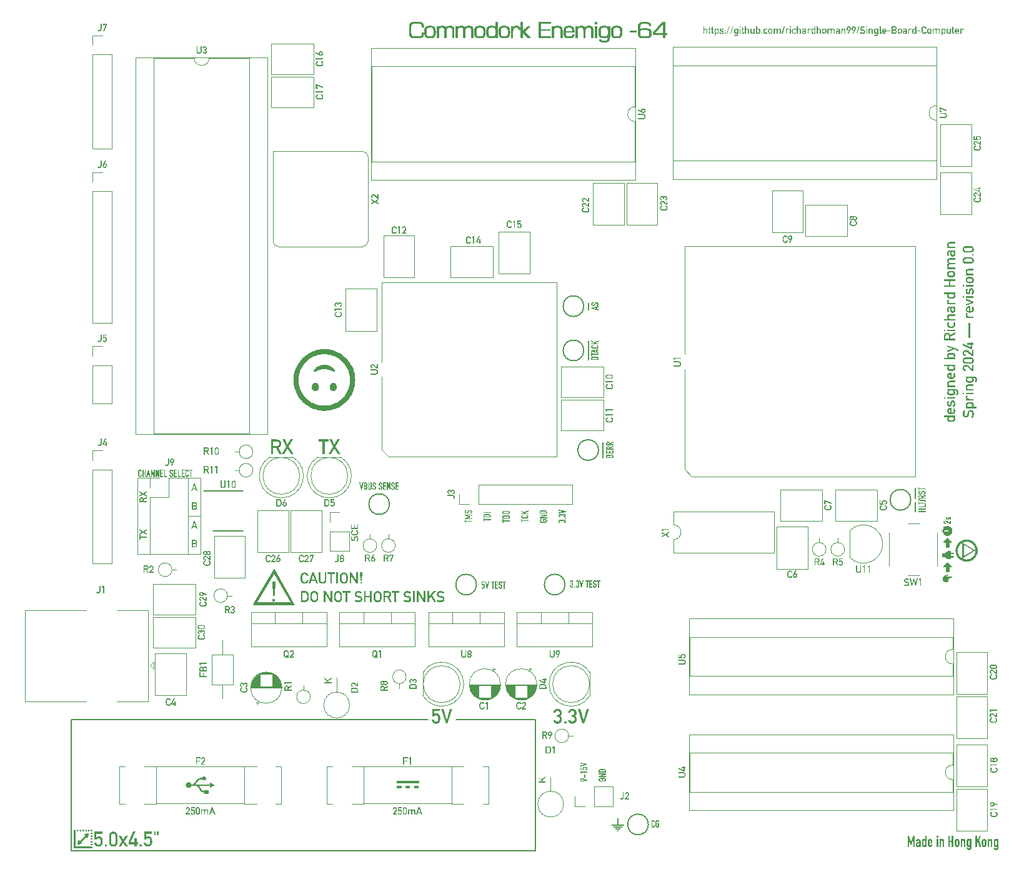
<source format=gbr>
%TF.GenerationSoftware,KiCad,Pcbnew,7.0.10*%
%TF.CreationDate,2024-02-05T22:27:57-06:00*%
%TF.ProjectId,SBC Circuit,53424320-4369-4726-9375-69742e6b6963,0.0*%
%TF.SameCoordinates,Original*%
%TF.FileFunction,Legend,Top*%
%TF.FilePolarity,Positive*%
%FSLAX46Y46*%
G04 Gerber Fmt 4.6, Leading zero omitted, Abs format (unit mm)*
G04 Created by KiCad (PCBNEW 7.0.10) date 2024-02-05 22:27:57*
%MOMM*%
%LPD*%
G01*
G04 APERTURE LIST*
%ADD10C,0.250000*%
%ADD11C,0.300000*%
%ADD12C,0.150000*%
%ADD13C,0.120000*%
%ADD14C,0.625000*%
%ADD15C,0.200000*%
%ADD16C,0.075000*%
%ADD17C,0.125000*%
G04 APERTURE END LIST*
D10*
G36*
X162092323Y-35080000D02*
G01*
X162235205Y-35080000D01*
X162235205Y-34654528D01*
X162235560Y-34640741D01*
X162236622Y-34627589D01*
X162238393Y-34615073D01*
X162240873Y-34603192D01*
X162244060Y-34591946D01*
X162247957Y-34581336D01*
X162252561Y-34571361D01*
X162257874Y-34562021D01*
X162263896Y-34553317D01*
X162270625Y-34545249D01*
X162275505Y-34540223D01*
X162283118Y-34533064D01*
X162291116Y-34526610D01*
X162299501Y-34520860D01*
X162308272Y-34515814D01*
X162317430Y-34511472D01*
X162326974Y-34507834D01*
X162336904Y-34504900D01*
X162347221Y-34502670D01*
X162357925Y-34501145D01*
X162369014Y-34500323D01*
X162376622Y-34500167D01*
X162387965Y-34500519D01*
X162398913Y-34501575D01*
X162409466Y-34503335D01*
X162419624Y-34505800D01*
X162429387Y-34508968D01*
X162438755Y-34512841D01*
X162447728Y-34517418D01*
X162456306Y-34522698D01*
X162464489Y-34528683D01*
X162472277Y-34535372D01*
X162477250Y-34540223D01*
X162484321Y-34547868D01*
X162490697Y-34556148D01*
X162496377Y-34565064D01*
X162501361Y-34574615D01*
X162505650Y-34584802D01*
X162509244Y-34595624D01*
X162512142Y-34607081D01*
X162514344Y-34619174D01*
X162515851Y-34631903D01*
X162516663Y-34645266D01*
X162516817Y-34654528D01*
X162516817Y-35080000D01*
X162659699Y-35080000D01*
X162659699Y-34607878D01*
X162659002Y-34592903D01*
X162657765Y-34578386D01*
X162655987Y-34564327D01*
X162653670Y-34550725D01*
X162650812Y-34537582D01*
X162647415Y-34524897D01*
X162643477Y-34512669D01*
X162639000Y-34500900D01*
X162633982Y-34489588D01*
X162628425Y-34478735D01*
X162622327Y-34468339D01*
X162615690Y-34458401D01*
X162608512Y-34448922D01*
X162600795Y-34439900D01*
X162592537Y-34431336D01*
X162583740Y-34423230D01*
X162574552Y-34415689D01*
X162565246Y-34408633D01*
X162555822Y-34402064D01*
X162546279Y-34395982D01*
X162536618Y-34390386D01*
X162526839Y-34385277D01*
X162516941Y-34380655D01*
X162506926Y-34376519D01*
X162496791Y-34372870D01*
X162486539Y-34369707D01*
X162476168Y-34367031D01*
X162465679Y-34364841D01*
X162455072Y-34363138D01*
X162444346Y-34361922D01*
X162433502Y-34361192D01*
X162422540Y-34360949D01*
X162408423Y-34361278D01*
X162394650Y-34362265D01*
X162381221Y-34363911D01*
X162368135Y-34366215D01*
X162355392Y-34369177D01*
X162342993Y-34372798D01*
X162330937Y-34377077D01*
X162319225Y-34382015D01*
X162307856Y-34387610D01*
X162296831Y-34393864D01*
X162286149Y-34400776D01*
X162275811Y-34408347D01*
X162265816Y-34416576D01*
X162256164Y-34425463D01*
X162246857Y-34435009D01*
X162237892Y-34445212D01*
X162235205Y-34445212D01*
X162235205Y-34079581D01*
X162092323Y-34079581D01*
X162092323Y-35080000D01*
G37*
G36*
X162851674Y-34376580D02*
G01*
X162780600Y-34376580D01*
X162780600Y-34484535D01*
X162851674Y-34484535D01*
X162851674Y-34906587D01*
X162851867Y-34916844D01*
X162852445Y-34926794D01*
X162854035Y-34941143D01*
X162856492Y-34954801D01*
X162859817Y-34967768D01*
X162864009Y-34980043D01*
X162869068Y-34991627D01*
X162874994Y-35002520D01*
X162881787Y-35012722D01*
X162889448Y-35022232D01*
X162897976Y-35031051D01*
X162901011Y-35033838D01*
X162910228Y-35042087D01*
X162919925Y-35049525D01*
X162930103Y-35056152D01*
X162940762Y-35061968D01*
X162951902Y-35066971D01*
X162963522Y-35071164D01*
X162975624Y-35074545D01*
X162988206Y-35077114D01*
X163001269Y-35078873D01*
X163014813Y-35079819D01*
X163024110Y-35080000D01*
X163098604Y-35080000D01*
X163098604Y-34940781D01*
X163045115Y-34940781D01*
X163032998Y-34940243D01*
X163022537Y-34938018D01*
X163011791Y-34932865D01*
X163003632Y-34925076D01*
X162998062Y-34914652D01*
X162995469Y-34904414D01*
X162994532Y-34892490D01*
X162994556Y-34889246D01*
X162994556Y-34484535D01*
X163098604Y-34484535D01*
X163098604Y-34376580D01*
X162994556Y-34376580D01*
X162994556Y-34160425D01*
X162851674Y-34160425D01*
X162851674Y-34376580D01*
G37*
G36*
X163240509Y-34376580D02*
G01*
X163169434Y-34376580D01*
X163169434Y-34484535D01*
X163240509Y-34484535D01*
X163240509Y-34906587D01*
X163240702Y-34916844D01*
X163241280Y-34926794D01*
X163242870Y-34941143D01*
X163245327Y-34954801D01*
X163248651Y-34967768D01*
X163252843Y-34980043D01*
X163257902Y-34991627D01*
X163263828Y-35002520D01*
X163270622Y-35012722D01*
X163278283Y-35022232D01*
X163286811Y-35031051D01*
X163289846Y-35033838D01*
X163299062Y-35042087D01*
X163308760Y-35049525D01*
X163318938Y-35056152D01*
X163329596Y-35061968D01*
X163340736Y-35066971D01*
X163352357Y-35071164D01*
X163364458Y-35074545D01*
X163377041Y-35077114D01*
X163390104Y-35078873D01*
X163403648Y-35079819D01*
X163412944Y-35080000D01*
X163487438Y-35080000D01*
X163487438Y-34940781D01*
X163433949Y-34940781D01*
X163421833Y-34940243D01*
X163411372Y-34938018D01*
X163400626Y-34932865D01*
X163392467Y-34925076D01*
X163386896Y-34914652D01*
X163384303Y-34904414D01*
X163383366Y-34892490D01*
X163383391Y-34889246D01*
X163383391Y-34484535D01*
X163487438Y-34484535D01*
X163487438Y-34376580D01*
X163383391Y-34376580D01*
X163383391Y-34160425D01*
X163240509Y-34160425D01*
X163240509Y-34376580D01*
G37*
G36*
X163963406Y-34361717D02*
G01*
X163978912Y-34363166D01*
X163993867Y-34365296D01*
X164008271Y-34368108D01*
X164022123Y-34371601D01*
X164035424Y-34375775D01*
X164048173Y-34380630D01*
X164060371Y-34386167D01*
X164072017Y-34392384D01*
X164083112Y-34399283D01*
X164093656Y-34406863D01*
X164103648Y-34415125D01*
X164113088Y-34424067D01*
X164121978Y-34433691D01*
X164130315Y-34443996D01*
X164138101Y-34454982D01*
X164143436Y-34461493D01*
X164150048Y-34470768D01*
X164156087Y-34480723D01*
X164161554Y-34491357D01*
X164166448Y-34502671D01*
X164170770Y-34514663D01*
X164173636Y-34524104D01*
X164176180Y-34533926D01*
X164178401Y-34544131D01*
X164179033Y-34547609D01*
X164180806Y-34558938D01*
X164182399Y-34571606D01*
X164183811Y-34585614D01*
X164184653Y-34595696D01*
X164185414Y-34606374D01*
X164186095Y-34617648D01*
X164186696Y-34629516D01*
X164187217Y-34641980D01*
X164187658Y-34655040D01*
X164188019Y-34668695D01*
X164188299Y-34682945D01*
X164188499Y-34697790D01*
X164188620Y-34713231D01*
X164188660Y-34729267D01*
X164188620Y-34744892D01*
X164188499Y-34759954D01*
X164188299Y-34774453D01*
X164188019Y-34788389D01*
X164187658Y-34801762D01*
X164187217Y-34814572D01*
X164186696Y-34826820D01*
X164186095Y-34838504D01*
X164185414Y-34849626D01*
X164184653Y-34860185D01*
X164183360Y-34874967D01*
X164181888Y-34888484D01*
X164180235Y-34900733D01*
X164178401Y-34911716D01*
X164176956Y-34918567D01*
X164174520Y-34928547D01*
X164171761Y-34938171D01*
X164167582Y-34950448D01*
X164162831Y-34962091D01*
X164157507Y-34973101D01*
X164151611Y-34983478D01*
X164145142Y-34993221D01*
X164138101Y-35002330D01*
X164132443Y-35009970D01*
X164124390Y-35019701D01*
X164115758Y-35028914D01*
X164106545Y-35037607D01*
X164096753Y-35045782D01*
X164086380Y-35053437D01*
X164078220Y-35058838D01*
X164069733Y-35063947D01*
X164060921Y-35068764D01*
X164054953Y-35071846D01*
X164045719Y-35076118D01*
X164036145Y-35079969D01*
X164026233Y-35083399D01*
X164015981Y-35086409D01*
X164005390Y-35088998D01*
X163994460Y-35091166D01*
X163983191Y-35092913D01*
X163971582Y-35094240D01*
X163959635Y-35095146D01*
X163947348Y-35095631D01*
X163940555Y-35095539D01*
X163930537Y-35095059D01*
X163920725Y-35094166D01*
X163907964Y-35092334D01*
X163895568Y-35089769D01*
X163883539Y-35086472D01*
X163871877Y-35082442D01*
X163860580Y-35077679D01*
X163849651Y-35072184D01*
X163838164Y-35066620D01*
X163826905Y-35060552D01*
X163815876Y-35053980D01*
X163805076Y-35046905D01*
X163794505Y-35039325D01*
X163786727Y-35033310D01*
X163779078Y-35027012D01*
X163771557Y-35020430D01*
X163764166Y-35013565D01*
X163764166Y-35361367D01*
X163621284Y-35361367D01*
X163621284Y-34729267D01*
X163764166Y-34729267D01*
X163764182Y-34734151D01*
X163764364Y-34746352D01*
X163764749Y-34758542D01*
X163765337Y-34770719D01*
X163766128Y-34782885D01*
X163767122Y-34795038D01*
X163768318Y-34807180D01*
X163769493Y-34817316D01*
X163770943Y-34827208D01*
X163772668Y-34836856D01*
X163775211Y-34848572D01*
X163778183Y-34859906D01*
X163781584Y-34870859D01*
X163785415Y-34881430D01*
X163787185Y-34885533D01*
X163792147Y-34895355D01*
X163797871Y-34904557D01*
X163804359Y-34913139D01*
X163811610Y-34921100D01*
X163819624Y-34928442D01*
X163828401Y-34935163D01*
X163830176Y-34936471D01*
X163839630Y-34942385D01*
X163850050Y-34947261D01*
X163861435Y-34951100D01*
X163871239Y-34953424D01*
X163881662Y-34955085D01*
X163892702Y-34956081D01*
X163904361Y-34956413D01*
X163910598Y-34956335D01*
X163922573Y-34955717D01*
X163933885Y-34954481D01*
X163944532Y-34952626D01*
X163954516Y-34950153D01*
X163963835Y-34947062D01*
X163974551Y-34942328D01*
X163984228Y-34936629D01*
X163987855Y-34934021D01*
X163996328Y-34927115D01*
X164003955Y-34919662D01*
X164010735Y-34911659D01*
X164016668Y-34903109D01*
X164021754Y-34894009D01*
X164025994Y-34884361D01*
X164029272Y-34875889D01*
X164032973Y-34864998D01*
X164036232Y-34853773D01*
X164039050Y-34842215D01*
X164041427Y-34830322D01*
X164043011Y-34820568D01*
X164044312Y-34810600D01*
X164044656Y-34800673D01*
X164044953Y-34790679D01*
X164045205Y-34780615D01*
X164045411Y-34770483D01*
X164045572Y-34760282D01*
X164045686Y-34750012D01*
X164045755Y-34739674D01*
X164045778Y-34729267D01*
X164045755Y-34718367D01*
X164045686Y-34707529D01*
X164045572Y-34696752D01*
X164045411Y-34686036D01*
X164045205Y-34675381D01*
X164044953Y-34664787D01*
X164044656Y-34654254D01*
X164044312Y-34643782D01*
X164043011Y-34633497D01*
X164041427Y-34623525D01*
X164039561Y-34613866D01*
X164036831Y-34602232D01*
X164033660Y-34591087D01*
X164030048Y-34580432D01*
X164025994Y-34570265D01*
X164024371Y-34566167D01*
X164019738Y-34556398D01*
X164014282Y-34547310D01*
X164008003Y-34538901D01*
X164000901Y-34531172D01*
X163992976Y-34524122D01*
X163984228Y-34517752D01*
X163980482Y-34515623D01*
X163970389Y-34510900D01*
X163959258Y-34507036D01*
X163949607Y-34504563D01*
X163939292Y-34502640D01*
X163928312Y-34501266D01*
X163916669Y-34500442D01*
X163904361Y-34500167D01*
X163901388Y-34500187D01*
X163889884Y-34500668D01*
X163878998Y-34501790D01*
X163868730Y-34503553D01*
X163859081Y-34505957D01*
X163847888Y-34509864D01*
X163837662Y-34514773D01*
X163828401Y-34520683D01*
X163824799Y-34523298D01*
X163816327Y-34530267D01*
X163808618Y-34537857D01*
X163801672Y-34546067D01*
X163795490Y-34554896D01*
X163790071Y-34564347D01*
X163785415Y-34574417D01*
X163783831Y-34578592D01*
X163780172Y-34589230D01*
X163776943Y-34600154D01*
X163774142Y-34611364D01*
X163771771Y-34622861D01*
X163769830Y-34634644D01*
X163768318Y-34646713D01*
X163767345Y-34656925D01*
X163766501Y-34667168D01*
X163765788Y-34677441D01*
X163765204Y-34687745D01*
X163764749Y-34698080D01*
X163764425Y-34708445D01*
X163764230Y-34718841D01*
X163764166Y-34729267D01*
X163621284Y-34729267D01*
X163621284Y-34376580D01*
X163764166Y-34376580D01*
X163764166Y-34450341D01*
X163773210Y-34440232D01*
X163782575Y-34430726D01*
X163792261Y-34421822D01*
X163802267Y-34413522D01*
X163812594Y-34405824D01*
X163823242Y-34398730D01*
X163834210Y-34392238D01*
X163845498Y-34386350D01*
X163857108Y-34381064D01*
X163869037Y-34376382D01*
X163881288Y-34372302D01*
X163893859Y-34368825D01*
X163906750Y-34365952D01*
X163919962Y-34363681D01*
X163933495Y-34362013D01*
X163947348Y-34360949D01*
X163963406Y-34361717D01*
G37*
G36*
X164368422Y-34861158D02*
G01*
X164268527Y-34963496D01*
X164277232Y-34971625D01*
X164286005Y-34979496D01*
X164294846Y-34987110D01*
X164303755Y-34994465D01*
X164312733Y-35001562D01*
X164321779Y-35008401D01*
X164330893Y-35014982D01*
X164340075Y-35021305D01*
X164349325Y-35027370D01*
X164358644Y-35033176D01*
X164368031Y-35038725D01*
X164377486Y-35044016D01*
X164387009Y-35049048D01*
X164396601Y-35053823D01*
X164406261Y-35058339D01*
X164415989Y-35062597D01*
X164425785Y-35066597D01*
X164435649Y-35070340D01*
X164445582Y-35073824D01*
X164455583Y-35077050D01*
X164465652Y-35080017D01*
X164475789Y-35082727D01*
X164485995Y-35085179D01*
X164496268Y-35087373D01*
X164506610Y-35089308D01*
X164517020Y-35090986D01*
X164527499Y-35092405D01*
X164538045Y-35093566D01*
X164548660Y-35094470D01*
X164559343Y-35095115D01*
X164570094Y-35095502D01*
X164580914Y-35095631D01*
X164596732Y-35095228D01*
X164612192Y-35094387D01*
X164627293Y-35093107D01*
X164642035Y-35091387D01*
X164656419Y-35089229D01*
X164670444Y-35086632D01*
X164684110Y-35083596D01*
X164697418Y-35080122D01*
X164710366Y-35076208D01*
X164722956Y-35071856D01*
X164735187Y-35067064D01*
X164747060Y-35061834D01*
X164758574Y-35056165D01*
X164769729Y-35050057D01*
X164780525Y-35043510D01*
X164790963Y-35036524D01*
X164800965Y-35029287D01*
X164810334Y-35021679D01*
X164819070Y-35013701D01*
X164827172Y-35005353D01*
X164834640Y-34996634D01*
X164841475Y-34987546D01*
X164847676Y-34978087D01*
X164853244Y-34968258D01*
X164858179Y-34958059D01*
X164862480Y-34947490D01*
X164866147Y-34936551D01*
X164869181Y-34925241D01*
X164871582Y-34913561D01*
X164873349Y-34901511D01*
X164874482Y-34889091D01*
X164874982Y-34876301D01*
X164874803Y-34865339D01*
X164874265Y-34854617D01*
X164873368Y-34844135D01*
X164872112Y-34833894D01*
X164870498Y-34823894D01*
X164868525Y-34814134D01*
X164866193Y-34804614D01*
X164862023Y-34790785D01*
X164857045Y-34777497D01*
X164851261Y-34764750D01*
X164844669Y-34752544D01*
X164837270Y-34740879D01*
X164829064Y-34729755D01*
X164819316Y-34719119D01*
X164808482Y-34709376D01*
X164800656Y-34703377D01*
X164792347Y-34697775D01*
X164783555Y-34692569D01*
X164774281Y-34687761D01*
X164764523Y-34683349D01*
X164754283Y-34679334D01*
X164743560Y-34675717D01*
X164732355Y-34672496D01*
X164720666Y-34669672D01*
X164708495Y-34667244D01*
X164695841Y-34665214D01*
X164682705Y-34663581D01*
X164669085Y-34662344D01*
X164551605Y-34653551D01*
X164539091Y-34651926D01*
X164527562Y-34649857D01*
X164517017Y-34647346D01*
X164507458Y-34644392D01*
X164496892Y-34640078D01*
X164487866Y-34635071D01*
X164479064Y-34628150D01*
X164471471Y-34621166D01*
X164464717Y-34612498D01*
X164460231Y-34603268D01*
X164458012Y-34593477D01*
X164457815Y-34586140D01*
X164458501Y-34574650D01*
X164460558Y-34563839D01*
X164463987Y-34553708D01*
X164468787Y-34544257D01*
X164474959Y-34535485D01*
X164482502Y-34527393D01*
X164485903Y-34524347D01*
X164495207Y-34517381D01*
X164504066Y-34512658D01*
X164514185Y-34508691D01*
X164525563Y-34505480D01*
X164538201Y-34503024D01*
X164548506Y-34501678D01*
X164559519Y-34500757D01*
X164571240Y-34500261D01*
X164579448Y-34500167D01*
X164590365Y-34500304D01*
X164601041Y-34500717D01*
X164611476Y-34501403D01*
X164621672Y-34502365D01*
X164631626Y-34503602D01*
X164641341Y-34505113D01*
X164653919Y-34507555D01*
X164666070Y-34510486D01*
X164677794Y-34513906D01*
X164683496Y-34515799D01*
X164694842Y-34520340D01*
X164706042Y-34525171D01*
X164717098Y-34530293D01*
X164728009Y-34535704D01*
X164738775Y-34541406D01*
X164749395Y-34547397D01*
X164759871Y-34553679D01*
X164770202Y-34560251D01*
X164858374Y-34457424D01*
X164848501Y-34449203D01*
X164838392Y-34441299D01*
X164828048Y-34433712D01*
X164817467Y-34426444D01*
X164806650Y-34419493D01*
X164795596Y-34412860D01*
X164784307Y-34406544D01*
X164772782Y-34400546D01*
X164761020Y-34394866D01*
X164749022Y-34389504D01*
X164740893Y-34386106D01*
X164730088Y-34382420D01*
X164719044Y-34378998D01*
X164707763Y-34375837D01*
X164696242Y-34372939D01*
X164684483Y-34370304D01*
X164672486Y-34367930D01*
X164667620Y-34367055D01*
X164657747Y-34365624D01*
X164647546Y-34364383D01*
X164637017Y-34363334D01*
X164626160Y-34362475D01*
X164614974Y-34361807D01*
X164603460Y-34361330D01*
X164591618Y-34361044D01*
X164579448Y-34360949D01*
X164565436Y-34361163D01*
X164551730Y-34361807D01*
X164538332Y-34362881D01*
X164525242Y-34364383D01*
X164512458Y-34366315D01*
X164499982Y-34368677D01*
X164487812Y-34371467D01*
X164475950Y-34374687D01*
X164464396Y-34378337D01*
X164453148Y-34382415D01*
X164442208Y-34386923D01*
X164431574Y-34391861D01*
X164421248Y-34397227D01*
X164411230Y-34403023D01*
X164401518Y-34409249D01*
X164392114Y-34415903D01*
X164382940Y-34422987D01*
X164374345Y-34430501D01*
X164366331Y-34438443D01*
X164358897Y-34446815D01*
X164352043Y-34455617D01*
X164345769Y-34464847D01*
X164340075Y-34474507D01*
X164334961Y-34484596D01*
X164330427Y-34495115D01*
X164326474Y-34506063D01*
X164323100Y-34517440D01*
X164320307Y-34529247D01*
X164318093Y-34541483D01*
X164316460Y-34554148D01*
X164315406Y-34567243D01*
X164314933Y-34580767D01*
X164315335Y-34592027D01*
X164316174Y-34602970D01*
X164317449Y-34613597D01*
X164319162Y-34623907D01*
X164321311Y-34633899D01*
X164323898Y-34643576D01*
X164326921Y-34652935D01*
X164332276Y-34666380D01*
X164338613Y-34679113D01*
X164345934Y-34691133D01*
X164354238Y-34702440D01*
X164363525Y-34713035D01*
X164373796Y-34722916D01*
X164384579Y-34732328D01*
X164395955Y-34740963D01*
X164407923Y-34748820D01*
X164420484Y-34755901D01*
X164433638Y-34762204D01*
X164442736Y-34765975D01*
X164452097Y-34769400D01*
X164461722Y-34772479D01*
X164471610Y-34775214D01*
X164481761Y-34777603D01*
X164492176Y-34779646D01*
X164502854Y-34781345D01*
X164513795Y-34782698D01*
X164519364Y-34783244D01*
X164645150Y-34794235D01*
X164657203Y-34795045D01*
X164668481Y-34796559D01*
X164678985Y-34798776D01*
X164688713Y-34801696D01*
X164699363Y-34806130D01*
X164708897Y-34811577D01*
X164716782Y-34818071D01*
X164723036Y-34826197D01*
X164727659Y-34835954D01*
X164730650Y-34847343D01*
X164731896Y-34858080D01*
X164732100Y-34865066D01*
X164731489Y-34875576D01*
X164729658Y-34885491D01*
X164726605Y-34894810D01*
X164721071Y-34905622D01*
X164715270Y-34913602D01*
X164708248Y-34920986D01*
X164700005Y-34927776D01*
X164693021Y-34932477D01*
X164682958Y-34938087D01*
X164672184Y-34942949D01*
X164660701Y-34947063D01*
X164648508Y-34950429D01*
X164638897Y-34952462D01*
X164628887Y-34954075D01*
X164618478Y-34955267D01*
X164607670Y-34956039D01*
X164596462Y-34956389D01*
X164592637Y-34956413D01*
X164575647Y-34956041D01*
X164559054Y-34954924D01*
X164542858Y-34953064D01*
X164527058Y-34950459D01*
X164511656Y-34947110D01*
X164496650Y-34943017D01*
X164482041Y-34938180D01*
X164467829Y-34932599D01*
X164454014Y-34926273D01*
X164440596Y-34919204D01*
X164427575Y-34911390D01*
X164414951Y-34902832D01*
X164402723Y-34893530D01*
X164390893Y-34883483D01*
X164379459Y-34872693D01*
X164368422Y-34861158D01*
G37*
G36*
X165022505Y-34765903D02*
G01*
X165165387Y-34765903D01*
X165165387Y-34628150D01*
X165022505Y-34628150D01*
X165022505Y-34765903D01*
G37*
G36*
X165022505Y-35080000D02*
G01*
X165165387Y-35080000D01*
X165165387Y-34940781D01*
X165022505Y-34940781D01*
X165022505Y-35080000D01*
G37*
G36*
X165272121Y-35095631D02*
G01*
X165381542Y-35095631D01*
X165716399Y-34079581D01*
X165606978Y-34079581D01*
X165272121Y-35095631D01*
G37*
G36*
X165738136Y-35095631D02*
G01*
X165847557Y-35095631D01*
X166182414Y-34079581D01*
X166072993Y-34079581D01*
X165738136Y-35095631D01*
G37*
G36*
X166514533Y-34361303D02*
G01*
X166527445Y-34362368D01*
X166540132Y-34364143D01*
X166552595Y-34366627D01*
X166564832Y-34369821D01*
X166576843Y-34373726D01*
X166588630Y-34378339D01*
X166600191Y-34383663D01*
X166611528Y-34389697D01*
X166622639Y-34396440D01*
X166633525Y-34403893D01*
X166644186Y-34412056D01*
X166654621Y-34420929D01*
X166664832Y-34430512D01*
X166674817Y-34440805D01*
X166684577Y-34451807D01*
X166684577Y-34376580D01*
X166827459Y-34376580D01*
X166827459Y-35066078D01*
X166826784Y-35085653D01*
X166825429Y-35104569D01*
X166823395Y-35122824D01*
X166820682Y-35140419D01*
X166817289Y-35157354D01*
X166813217Y-35173628D01*
X166808466Y-35189243D01*
X166803035Y-35204197D01*
X166796925Y-35218491D01*
X166790136Y-35232125D01*
X166782668Y-35245098D01*
X166774520Y-35257411D01*
X166765693Y-35269064D01*
X166756186Y-35280057D01*
X166746001Y-35290390D01*
X166735136Y-35300062D01*
X166723731Y-35309379D01*
X166712047Y-35318094D01*
X166700085Y-35326209D01*
X166687844Y-35333722D01*
X166675325Y-35340634D01*
X166662527Y-35346945D01*
X166649450Y-35352656D01*
X166636095Y-35357765D01*
X166622461Y-35362273D01*
X166608549Y-35366180D01*
X166594358Y-35369485D01*
X166579889Y-35372190D01*
X166565141Y-35374294D01*
X166550114Y-35375797D01*
X166534809Y-35376698D01*
X166519225Y-35376999D01*
X166501347Y-35376230D01*
X166483802Y-35374595D01*
X166466589Y-35372093D01*
X166449707Y-35368725D01*
X166433158Y-35364491D01*
X166416941Y-35359390D01*
X166401055Y-35353424D01*
X166385502Y-35346591D01*
X166370281Y-35338891D01*
X166355391Y-35330326D01*
X166340834Y-35320894D01*
X166326609Y-35310595D01*
X166312716Y-35299431D01*
X166299154Y-35287400D01*
X166285925Y-35274503D01*
X166273028Y-35260739D01*
X166383670Y-35174521D01*
X166388872Y-35179128D01*
X166397867Y-35186520D01*
X166407267Y-35193554D01*
X166417072Y-35200230D01*
X166427283Y-35206548D01*
X166437900Y-35212509D01*
X166446685Y-35217020D01*
X166448947Y-35218208D01*
X166458053Y-35222614D01*
X166467250Y-35226463D01*
X166476539Y-35229754D01*
X166485919Y-35232489D01*
X166497774Y-35235123D01*
X166509771Y-35236887D01*
X166521912Y-35237780D01*
X166530929Y-35237625D01*
X166544035Y-35236808D01*
X166556640Y-35235292D01*
X166568742Y-35233076D01*
X166580342Y-35230160D01*
X166591439Y-35226544D01*
X166602035Y-35222229D01*
X166612128Y-35217214D01*
X166621718Y-35211499D01*
X166630806Y-35205084D01*
X166639392Y-35197969D01*
X166644692Y-35192809D01*
X166652023Y-35184612D01*
X166658611Y-35175865D01*
X166664457Y-35166568D01*
X166669559Y-35156722D01*
X166673919Y-35146327D01*
X166677536Y-35135382D01*
X166680411Y-35123887D01*
X166682542Y-35111843D01*
X166683931Y-35099249D01*
X166684577Y-35086106D01*
X166684577Y-35015031D01*
X166675619Y-35024476D01*
X166666328Y-35033334D01*
X166656705Y-35041604D01*
X166646750Y-35049286D01*
X166636463Y-35056380D01*
X166625845Y-35062887D01*
X166614894Y-35068806D01*
X166603611Y-35074138D01*
X166591996Y-35078881D01*
X166580049Y-35083037D01*
X166567770Y-35086606D01*
X166555159Y-35089586D01*
X166542216Y-35091979D01*
X166528941Y-35093784D01*
X166515334Y-35095001D01*
X166501395Y-35095631D01*
X166492847Y-35095343D01*
X166480367Y-35094517D01*
X166468300Y-35093219D01*
X166456645Y-35091449D01*
X166445403Y-35089206D01*
X166434572Y-35086491D01*
X166424153Y-35083304D01*
X166414147Y-35079645D01*
X166404553Y-35075513D01*
X166395371Y-35070910D01*
X166386601Y-35065833D01*
X166383631Y-35064135D01*
X166374984Y-35058991D01*
X166364070Y-35052018D01*
X166353857Y-35044916D01*
X166344347Y-35037684D01*
X166335539Y-35030323D01*
X166327433Y-35022831D01*
X166320030Y-35015210D01*
X166313328Y-35007459D01*
X166311603Y-35005230D01*
X166305003Y-34996005D01*
X166298883Y-34986283D01*
X166293245Y-34976064D01*
X166288087Y-34965350D01*
X166283410Y-34954140D01*
X166279214Y-34942433D01*
X166275499Y-34930231D01*
X166273028Y-34920753D01*
X166272232Y-34917489D01*
X166269994Y-34906621D01*
X166267984Y-34894144D01*
X166266202Y-34880057D01*
X166265140Y-34869771D01*
X166264179Y-34858770D01*
X166263319Y-34847053D01*
X166262561Y-34834620D01*
X166261904Y-34821472D01*
X166261347Y-34807609D01*
X166260892Y-34793029D01*
X166260538Y-34777735D01*
X166260286Y-34761724D01*
X166260134Y-34744998D01*
X166260088Y-34729267D01*
X166402965Y-34729267D01*
X166402986Y-34739595D01*
X166403049Y-34749512D01*
X166403222Y-34763619D01*
X166403490Y-34776803D01*
X166403852Y-34789065D01*
X166404309Y-34800403D01*
X166404860Y-34810817D01*
X166405741Y-34823268D01*
X166406791Y-34834078D01*
X166408339Y-34845282D01*
X166409368Y-34851412D01*
X166411590Y-34861188D01*
X166415091Y-34872197D01*
X166419501Y-34882415D01*
X166424822Y-34891843D01*
X166431053Y-34900481D01*
X166432913Y-34902941D01*
X166440338Y-34911339D01*
X166447837Y-34918277D01*
X166456383Y-34924974D01*
X166465977Y-34931432D01*
X166474773Y-34936629D01*
X166482005Y-34941266D01*
X166491635Y-34946192D01*
X166501921Y-34950153D01*
X166512863Y-34953148D01*
X166524461Y-34955176D01*
X166534211Y-34956103D01*
X166544382Y-34956413D01*
X166552093Y-34956239D01*
X166562000Y-34955466D01*
X166573783Y-34953631D01*
X166584898Y-34950829D01*
X166595345Y-34947062D01*
X166605124Y-34942328D01*
X166614235Y-34936629D01*
X166615962Y-34935603D01*
X166625774Y-34929306D01*
X166634641Y-34922769D01*
X166642564Y-34915991D01*
X166649542Y-34908973D01*
X166656489Y-34900481D01*
X166660764Y-34894810D01*
X166666488Y-34885645D01*
X166671388Y-34875690D01*
X166675464Y-34864946D01*
X166678231Y-34855388D01*
X166680425Y-34845282D01*
X166681621Y-34834078D01*
X166682432Y-34823268D01*
X166683114Y-34810817D01*
X166683539Y-34800403D01*
X166683892Y-34789065D01*
X166684172Y-34776803D01*
X166684379Y-34763619D01*
X166684512Y-34749512D01*
X166684561Y-34739595D01*
X166684577Y-34729267D01*
X166684561Y-34718785D01*
X166684512Y-34708712D01*
X166684379Y-34694368D01*
X166684172Y-34680943D01*
X166683892Y-34668436D01*
X166683539Y-34656849D01*
X166683114Y-34646180D01*
X166682432Y-34633384D01*
X166681621Y-34622221D01*
X166680425Y-34610565D01*
X166679177Y-34604448D01*
X166676639Y-34594750D01*
X166672838Y-34583931D01*
X166668213Y-34574005D01*
X166662763Y-34564971D01*
X166656489Y-34556831D01*
X166652677Y-34551893D01*
X166646171Y-34544514D01*
X166638721Y-34537170D01*
X166630326Y-34529860D01*
X166622609Y-34523794D01*
X166614235Y-34517752D01*
X166607000Y-34513951D01*
X166597354Y-34509844D01*
X166587040Y-34506452D01*
X166576059Y-34503776D01*
X166564410Y-34501816D01*
X166554610Y-34500762D01*
X166544382Y-34500167D01*
X166536715Y-34500573D01*
X166526859Y-34501521D01*
X166515130Y-34503361D01*
X166504057Y-34505929D01*
X166493640Y-34509224D01*
X166483878Y-34513247D01*
X166474773Y-34517997D01*
X166471167Y-34520381D01*
X166462663Y-34526367D01*
X166453418Y-34533597D01*
X166445221Y-34540878D01*
X166438071Y-34548211D01*
X166431053Y-34556831D01*
X166427824Y-34560790D01*
X166422048Y-34569376D01*
X166417182Y-34578856D01*
X166413227Y-34589229D01*
X166410181Y-34600495D01*
X166408339Y-34610565D01*
X166407688Y-34614921D01*
X166406513Y-34624859D01*
X166405505Y-34636430D01*
X166404860Y-34646180D01*
X166404309Y-34656849D01*
X166403852Y-34668436D01*
X166403490Y-34680943D01*
X166403222Y-34694368D01*
X166403049Y-34708712D01*
X166402986Y-34718785D01*
X166402965Y-34729267D01*
X166260088Y-34729267D01*
X166260083Y-34727557D01*
X166260096Y-34718581D01*
X166260197Y-34701179D01*
X166260399Y-34684509D01*
X166260703Y-34668572D01*
X166261107Y-34653368D01*
X166261613Y-34638897D01*
X166262220Y-34625158D01*
X166262928Y-34612152D01*
X166263737Y-34599879D01*
X166264647Y-34588339D01*
X166265658Y-34577531D01*
X166266771Y-34567456D01*
X166268629Y-34553717D01*
X166270715Y-34541627D01*
X166273028Y-34531186D01*
X166276383Y-34518737D01*
X166280218Y-34506792D01*
X166284534Y-34495351D01*
X166289331Y-34484413D01*
X166294609Y-34473980D01*
X166300368Y-34464050D01*
X166306608Y-34454623D01*
X166313328Y-34445701D01*
X166316591Y-34441636D01*
X166323644Y-34433668D01*
X166331398Y-34425913D01*
X166339855Y-34418372D01*
X166349014Y-34411045D01*
X166358876Y-34403931D01*
X166369439Y-34397032D01*
X166377823Y-34391997D01*
X166386601Y-34387083D01*
X166392402Y-34384061D01*
X166401446Y-34379876D01*
X166410903Y-34376107D01*
X166420772Y-34372755D01*
X166431053Y-34369819D01*
X166441746Y-34367299D01*
X166452852Y-34365196D01*
X166464369Y-34363510D01*
X166476299Y-34362239D01*
X166488641Y-34361386D01*
X166501395Y-34360949D01*
X166514533Y-34361303D01*
G37*
G36*
X167015526Y-35080000D02*
G01*
X167158408Y-35080000D01*
X167158408Y-34376580D01*
X167015526Y-34376580D01*
X167015526Y-35080000D01*
G37*
G36*
X167015526Y-34218799D02*
G01*
X167158408Y-34218799D01*
X167158408Y-34079581D01*
X167015526Y-34079581D01*
X167015526Y-34218799D01*
G37*
G36*
X167354535Y-34376580D02*
G01*
X167283461Y-34376580D01*
X167283461Y-34484535D01*
X167354535Y-34484535D01*
X167354535Y-34906587D01*
X167354728Y-34916844D01*
X167355306Y-34926794D01*
X167356896Y-34941143D01*
X167359354Y-34954801D01*
X167362678Y-34967768D01*
X167366870Y-34980043D01*
X167371929Y-34991627D01*
X167377855Y-35002520D01*
X167384648Y-35012722D01*
X167392309Y-35022232D01*
X167400837Y-35031051D01*
X167403872Y-35033838D01*
X167413089Y-35042087D01*
X167422786Y-35049525D01*
X167432964Y-35056152D01*
X167443623Y-35061968D01*
X167454763Y-35066971D01*
X167466383Y-35071164D01*
X167478485Y-35074545D01*
X167491067Y-35077114D01*
X167504130Y-35078873D01*
X167517674Y-35079819D01*
X167526971Y-35080000D01*
X167601465Y-35080000D01*
X167601465Y-34940781D01*
X167547976Y-34940781D01*
X167535859Y-34940243D01*
X167525399Y-34938018D01*
X167514652Y-34932865D01*
X167506494Y-34925076D01*
X167500923Y-34914652D01*
X167498330Y-34904414D01*
X167497393Y-34892490D01*
X167497418Y-34889246D01*
X167497418Y-34484535D01*
X167601465Y-34484535D01*
X167601465Y-34376580D01*
X167497418Y-34376580D01*
X167497418Y-34160425D01*
X167354535Y-34160425D01*
X167354535Y-34376580D01*
G37*
G36*
X167735310Y-35080000D02*
G01*
X167878192Y-35080000D01*
X167878192Y-34654528D01*
X167878546Y-34640741D01*
X167879609Y-34627589D01*
X167881380Y-34615073D01*
X167883859Y-34603192D01*
X167887047Y-34591946D01*
X167890943Y-34581336D01*
X167895548Y-34571361D01*
X167900861Y-34562021D01*
X167906882Y-34553317D01*
X167913612Y-34545249D01*
X167918492Y-34540223D01*
X167926104Y-34533064D01*
X167934103Y-34526610D01*
X167942488Y-34520860D01*
X167951259Y-34515814D01*
X167960417Y-34511472D01*
X167969961Y-34507834D01*
X167979891Y-34504900D01*
X167990208Y-34502670D01*
X168000911Y-34501145D01*
X168012001Y-34500323D01*
X168019609Y-34500167D01*
X168030952Y-34500519D01*
X168041900Y-34501575D01*
X168052453Y-34503335D01*
X168062611Y-34505800D01*
X168072374Y-34508968D01*
X168081742Y-34512841D01*
X168090715Y-34517418D01*
X168099293Y-34522698D01*
X168107476Y-34528683D01*
X168115264Y-34535372D01*
X168120237Y-34540223D01*
X168127308Y-34547868D01*
X168133683Y-34556148D01*
X168139364Y-34565064D01*
X168144348Y-34574615D01*
X168148637Y-34584802D01*
X168152231Y-34595624D01*
X168155129Y-34607081D01*
X168157331Y-34619174D01*
X168158838Y-34631903D01*
X168159650Y-34645266D01*
X168159804Y-34654528D01*
X168159804Y-35080000D01*
X168302686Y-35080000D01*
X168302686Y-34607878D01*
X168301989Y-34592903D01*
X168300751Y-34578386D01*
X168298974Y-34564327D01*
X168296656Y-34550725D01*
X168293799Y-34537582D01*
X168290402Y-34524897D01*
X168286464Y-34512669D01*
X168281987Y-34500900D01*
X168276969Y-34489588D01*
X168271412Y-34478735D01*
X168265314Y-34468339D01*
X168258677Y-34458401D01*
X168251499Y-34448922D01*
X168243782Y-34439900D01*
X168235524Y-34431336D01*
X168226727Y-34423230D01*
X168217539Y-34415689D01*
X168208233Y-34408633D01*
X168198809Y-34402064D01*
X168189266Y-34395982D01*
X168179605Y-34390386D01*
X168169826Y-34385277D01*
X168159928Y-34380655D01*
X168149912Y-34376519D01*
X168139778Y-34372870D01*
X168129526Y-34369707D01*
X168119155Y-34367031D01*
X168108666Y-34364841D01*
X168098058Y-34363138D01*
X168087333Y-34361922D01*
X168076489Y-34361192D01*
X168065526Y-34360949D01*
X168051410Y-34361278D01*
X168037637Y-34362265D01*
X168024207Y-34363911D01*
X168011121Y-34366215D01*
X167998379Y-34369177D01*
X167985980Y-34372798D01*
X167973924Y-34377077D01*
X167962212Y-34382015D01*
X167950843Y-34387610D01*
X167939818Y-34393864D01*
X167929136Y-34400776D01*
X167918797Y-34408347D01*
X167908803Y-34416576D01*
X167899151Y-34425463D01*
X167889843Y-34435009D01*
X167880879Y-34445212D01*
X167878192Y-34445212D01*
X167878192Y-34079581D01*
X167735310Y-34079581D01*
X167735310Y-35080000D01*
G37*
G36*
X168486601Y-34852609D02*
G01*
X168487080Y-34867221D01*
X168488150Y-34881380D01*
X168489812Y-34895088D01*
X168492066Y-34908343D01*
X168494911Y-34921145D01*
X168498348Y-34933496D01*
X168502376Y-34945394D01*
X168506995Y-34956840D01*
X168512206Y-34967834D01*
X168518009Y-34978375D01*
X168524403Y-34988465D01*
X168531389Y-34998102D01*
X168538966Y-35007287D01*
X168547135Y-35016019D01*
X168555895Y-35024300D01*
X168565247Y-35032128D01*
X168574198Y-35039646D01*
X168583283Y-35046691D01*
X168592501Y-35053263D01*
X168601853Y-35059361D01*
X168611339Y-35064986D01*
X168620957Y-35070138D01*
X168630710Y-35074817D01*
X168640596Y-35079023D01*
X168650616Y-35082755D01*
X168660769Y-35086014D01*
X168671056Y-35088800D01*
X168681476Y-35091113D01*
X168692030Y-35092952D01*
X168702718Y-35094318D01*
X168713539Y-35095211D01*
X168724494Y-35095631D01*
X168738521Y-35095273D01*
X168752211Y-35094200D01*
X168765564Y-35092411D01*
X168778578Y-35089907D01*
X168791255Y-35086687D01*
X168803594Y-35082751D01*
X168815595Y-35078100D01*
X168827259Y-35072733D01*
X168838585Y-35066651D01*
X168849573Y-35059853D01*
X168860223Y-35052340D01*
X168870536Y-35044111D01*
X168880510Y-35035167D01*
X168890147Y-35025507D01*
X168899447Y-35015131D01*
X168908408Y-35004040D01*
X168911095Y-35004040D01*
X168911095Y-35080000D01*
X169053977Y-35080000D01*
X169053977Y-34376580D01*
X168911095Y-34376580D01*
X168911095Y-34802784D01*
X168910747Y-34816060D01*
X168909704Y-34828779D01*
X168907965Y-34840939D01*
X168905531Y-34852541D01*
X168902401Y-34863585D01*
X168898576Y-34874070D01*
X168894055Y-34883998D01*
X168888838Y-34893367D01*
X168882927Y-34902179D01*
X168876319Y-34910432D01*
X168871528Y-34915624D01*
X168864003Y-34922913D01*
X168856083Y-34929486D01*
X168847768Y-34935341D01*
X168839059Y-34940480D01*
X168829954Y-34944901D01*
X168820454Y-34948605D01*
X168810560Y-34951593D01*
X168800270Y-34953863D01*
X168789585Y-34955417D01*
X168778506Y-34956253D01*
X168770900Y-34956413D01*
X168759552Y-34956054D01*
X168748592Y-34954979D01*
X168738017Y-34953186D01*
X168727829Y-34950677D01*
X168718027Y-34947450D01*
X168708612Y-34943507D01*
X168699583Y-34938846D01*
X168690941Y-34933469D01*
X168682685Y-34927375D01*
X168674815Y-34920563D01*
X168669783Y-34915624D01*
X168662581Y-34907743D01*
X168656087Y-34899304D01*
X168650302Y-34890306D01*
X168645225Y-34880751D01*
X168640857Y-34870637D01*
X168637197Y-34859965D01*
X168634245Y-34848735D01*
X168632002Y-34836947D01*
X168630467Y-34824601D01*
X168629641Y-34811697D01*
X168629483Y-34802784D01*
X168629483Y-34376580D01*
X168486601Y-34376580D01*
X168486601Y-34852609D01*
G37*
G36*
X169380774Y-34445212D02*
G01*
X169385688Y-34440564D01*
X169393165Y-34433792D01*
X169400771Y-34427260D01*
X169408507Y-34420969D01*
X169416371Y-34414919D01*
X169424363Y-34409108D01*
X169432485Y-34403538D01*
X169440735Y-34398209D01*
X169449114Y-34393120D01*
X169457622Y-34388271D01*
X169466259Y-34383663D01*
X169474422Y-34379604D01*
X169485627Y-34374812D01*
X169497198Y-34370731D01*
X169509135Y-34367359D01*
X169521439Y-34364697D01*
X169534109Y-34362745D01*
X169543852Y-34361747D01*
X169553801Y-34361148D01*
X169563956Y-34360949D01*
X169580014Y-34361717D01*
X169595521Y-34363166D01*
X169610476Y-34365296D01*
X169624880Y-34368108D01*
X169638732Y-34371601D01*
X169652032Y-34375775D01*
X169664782Y-34380630D01*
X169676980Y-34386167D01*
X169688626Y-34392384D01*
X169699721Y-34399283D01*
X169710264Y-34406863D01*
X169720256Y-34415125D01*
X169729697Y-34424067D01*
X169738586Y-34433691D01*
X169746924Y-34443996D01*
X169754710Y-34454982D01*
X169760044Y-34461493D01*
X169766656Y-34470768D01*
X169772695Y-34480723D01*
X169778162Y-34491357D01*
X169783057Y-34502671D01*
X169787379Y-34514663D01*
X169790244Y-34524104D01*
X169792788Y-34533926D01*
X169795010Y-34544131D01*
X169795641Y-34547608D01*
X169797414Y-34558919D01*
X169799007Y-34571548D01*
X169800420Y-34585495D01*
X169801261Y-34595525D01*
X169802022Y-34606141D01*
X169802704Y-34617342D01*
X169803305Y-34629130D01*
X169803826Y-34641503D01*
X169804266Y-34654463D01*
X169804627Y-34668008D01*
X169804908Y-34682138D01*
X169805108Y-34696855D01*
X169805228Y-34712157D01*
X169805268Y-34728046D01*
X169805228Y-34743642D01*
X169805108Y-34758679D01*
X169804908Y-34773157D01*
X169804627Y-34787076D01*
X169804266Y-34800436D01*
X169803826Y-34813237D01*
X169803305Y-34825478D01*
X169802704Y-34837161D01*
X169802022Y-34848285D01*
X169801261Y-34858849D01*
X169799969Y-34873647D01*
X169798496Y-34887188D01*
X169796843Y-34899470D01*
X169795010Y-34910495D01*
X169792788Y-34921138D01*
X169790244Y-34931361D01*
X169787379Y-34941162D01*
X169784191Y-34950543D01*
X169779439Y-34962397D01*
X169774116Y-34973502D01*
X169768220Y-34983859D01*
X169761751Y-34993469D01*
X169754710Y-35002330D01*
X169749051Y-35009970D01*
X169740999Y-35019701D01*
X169732366Y-35028914D01*
X169723154Y-35037607D01*
X169713361Y-35045782D01*
X169702989Y-35053437D01*
X169694828Y-35058838D01*
X169686342Y-35063947D01*
X169677529Y-35068764D01*
X169671561Y-35071846D01*
X169662327Y-35076118D01*
X169652754Y-35079969D01*
X169642841Y-35083399D01*
X169632589Y-35086409D01*
X169621998Y-35088998D01*
X169611068Y-35091166D01*
X169599799Y-35092913D01*
X169588191Y-35094240D01*
X169576243Y-35095146D01*
X169563956Y-35095631D01*
X169550103Y-35095001D01*
X169536571Y-35093784D01*
X169523358Y-35091979D01*
X169510467Y-35089586D01*
X169497896Y-35086606D01*
X169485646Y-35083037D01*
X169473716Y-35078881D01*
X169462107Y-35074138D01*
X169450818Y-35068806D01*
X169439850Y-35062887D01*
X169429203Y-35056380D01*
X169418876Y-35049286D01*
X169408870Y-35041604D01*
X169399184Y-35033334D01*
X169389819Y-35024476D01*
X169380774Y-35015031D01*
X169380774Y-35080000D01*
X169237892Y-35080000D01*
X169237892Y-34728046D01*
X169380774Y-34728046D01*
X169380839Y-34737777D01*
X169381034Y-34747554D01*
X169381358Y-34757378D01*
X169381812Y-34767247D01*
X169382396Y-34777161D01*
X169383110Y-34787122D01*
X169383953Y-34797128D01*
X169384926Y-34807180D01*
X169386102Y-34817316D01*
X169387552Y-34827208D01*
X169389277Y-34836856D01*
X169391819Y-34848572D01*
X169394791Y-34859906D01*
X169398193Y-34870859D01*
X169402023Y-34881430D01*
X169403794Y-34885533D01*
X169408755Y-34895355D01*
X169414480Y-34904557D01*
X169420967Y-34913139D01*
X169428218Y-34921100D01*
X169436232Y-34928442D01*
X169445010Y-34935163D01*
X169446785Y-34936471D01*
X169456238Y-34942385D01*
X169466658Y-34947261D01*
X169478044Y-34951100D01*
X169487848Y-34953424D01*
X169498270Y-34955085D01*
X169509311Y-34956081D01*
X169520969Y-34956413D01*
X169527206Y-34956335D01*
X169539182Y-34955717D01*
X169550493Y-34954481D01*
X169561141Y-34952626D01*
X169571124Y-34950153D01*
X169580444Y-34947062D01*
X169591159Y-34942328D01*
X169600837Y-34936629D01*
X169604435Y-34934021D01*
X169612853Y-34927115D01*
X169620449Y-34919662D01*
X169627222Y-34911659D01*
X169633171Y-34903109D01*
X169638298Y-34894009D01*
X169642602Y-34884361D01*
X169646656Y-34873708D01*
X169650268Y-34862661D01*
X169653440Y-34851220D01*
X169656169Y-34839386D01*
X169658036Y-34829635D01*
X169659619Y-34819633D01*
X169660921Y-34809378D01*
X169661264Y-34799399D01*
X169661562Y-34789366D01*
X169661814Y-34779279D01*
X169662020Y-34769139D01*
X169662180Y-34758946D01*
X169662295Y-34748699D01*
X169662363Y-34738399D01*
X169662386Y-34728046D01*
X169662363Y-34717089D01*
X169662295Y-34706201D01*
X169662180Y-34695382D01*
X169662020Y-34684631D01*
X169661814Y-34673950D01*
X169661562Y-34663336D01*
X169661264Y-34652792D01*
X169660921Y-34642316D01*
X169660305Y-34637484D01*
X169658458Y-34625595D01*
X169656169Y-34613980D01*
X169653440Y-34602640D01*
X169650268Y-34591574D01*
X169646656Y-34580782D01*
X169642602Y-34570265D01*
X169641008Y-34566167D01*
X169636430Y-34556398D01*
X169631005Y-34547310D01*
X169624733Y-34538901D01*
X169617614Y-34531172D01*
X169609649Y-34524122D01*
X169600837Y-34517752D01*
X169597090Y-34515623D01*
X169586997Y-34510900D01*
X169575867Y-34507036D01*
X169566215Y-34504563D01*
X169555900Y-34502640D01*
X169544921Y-34501266D01*
X169533277Y-34500442D01*
X169520969Y-34500167D01*
X169517997Y-34500187D01*
X169506493Y-34500668D01*
X169495607Y-34501790D01*
X169485339Y-34503553D01*
X169475689Y-34505957D01*
X169464497Y-34509864D01*
X169454270Y-34514773D01*
X169445010Y-34520683D01*
X169441407Y-34523298D01*
X169432935Y-34530267D01*
X169425226Y-34537857D01*
X169418281Y-34546067D01*
X169412098Y-34554896D01*
X169406679Y-34564347D01*
X169402023Y-34574417D01*
X169400439Y-34578592D01*
X169396781Y-34589230D01*
X169393551Y-34600154D01*
X169390751Y-34611364D01*
X169388380Y-34622861D01*
X169386438Y-34634644D01*
X169384926Y-34646713D01*
X169383953Y-34656479D01*
X169383110Y-34666359D01*
X169382396Y-34676354D01*
X169381812Y-34686463D01*
X169381358Y-34696687D01*
X169381034Y-34707025D01*
X169380839Y-34717478D01*
X169380774Y-34728046D01*
X169237892Y-34728046D01*
X169237892Y-34079581D01*
X169380774Y-34079581D01*
X169380774Y-34445212D01*
G37*
G36*
X169967934Y-35080000D02*
G01*
X170110816Y-35080000D01*
X170110816Y-34940781D01*
X169967934Y-34940781D01*
X169967934Y-35080000D01*
G37*
G36*
X170715806Y-34879965D02*
G01*
X170708917Y-34889050D01*
X170701746Y-34897562D01*
X170694293Y-34905498D01*
X170686557Y-34912861D01*
X170678539Y-34919649D01*
X170670239Y-34925863D01*
X170661656Y-34931503D01*
X170652791Y-34936568D01*
X170643643Y-34941059D01*
X170634213Y-34944975D01*
X170624501Y-34948317D01*
X170614506Y-34951085D01*
X170604228Y-34953278D01*
X170593669Y-34954898D01*
X170582827Y-34955942D01*
X170571702Y-34956413D01*
X170560505Y-34956398D01*
X170549657Y-34955926D01*
X170539160Y-34954997D01*
X170529013Y-34953611D01*
X170519216Y-34951769D01*
X170500673Y-34946712D01*
X170483530Y-34939827D01*
X170467788Y-34931115D01*
X170453446Y-34920574D01*
X170440505Y-34908206D01*
X170428965Y-34894009D01*
X170418825Y-34877984D01*
X170414280Y-34869287D01*
X170410085Y-34860132D01*
X170406241Y-34850520D01*
X170402747Y-34840451D01*
X170399603Y-34829925D01*
X170396809Y-34818943D01*
X170394365Y-34807503D01*
X170392271Y-34795606D01*
X170390527Y-34783252D01*
X170389134Y-34770441D01*
X170388091Y-34757173D01*
X170387398Y-34743449D01*
X170387055Y-34729267D01*
X170387398Y-34715009D01*
X170388091Y-34701209D01*
X170389134Y-34687868D01*
X170390527Y-34674984D01*
X170392271Y-34662558D01*
X170394365Y-34650590D01*
X170396809Y-34639080D01*
X170399603Y-34628028D01*
X170402747Y-34617434D01*
X170406241Y-34607298D01*
X170410085Y-34597620D01*
X170414280Y-34588400D01*
X170418825Y-34579637D01*
X170428965Y-34563487D01*
X170440505Y-34549168D01*
X170453446Y-34536681D01*
X170467788Y-34526026D01*
X170483530Y-34517203D01*
X170500673Y-34510211D01*
X170519216Y-34505052D01*
X170529013Y-34503159D01*
X170539160Y-34501724D01*
X170549657Y-34500747D01*
X170560505Y-34500228D01*
X170571702Y-34500167D01*
X170582827Y-34500811D01*
X170593669Y-34502010D01*
X170604228Y-34503765D01*
X170614506Y-34506075D01*
X170624501Y-34508940D01*
X170634213Y-34512360D01*
X170643643Y-34516336D01*
X170652791Y-34520867D01*
X170661656Y-34525953D01*
X170670239Y-34531594D01*
X170678539Y-34537791D01*
X170686557Y-34544543D01*
X170694293Y-34551850D01*
X170701746Y-34559713D01*
X170708917Y-34568130D01*
X170715806Y-34577103D01*
X170821074Y-34484047D01*
X170812227Y-34473801D01*
X170803088Y-34463946D01*
X170793657Y-34454481D01*
X170783934Y-34445407D01*
X170773919Y-34436724D01*
X170763612Y-34428431D01*
X170753013Y-34420529D01*
X170742123Y-34413018D01*
X170730940Y-34405898D01*
X170719465Y-34399168D01*
X170711653Y-34394898D01*
X170699708Y-34389080D01*
X170687410Y-34383807D01*
X170674761Y-34379080D01*
X170661759Y-34374897D01*
X170648405Y-34371260D01*
X170634700Y-34368168D01*
X170620642Y-34365621D01*
X170606232Y-34363620D01*
X170596430Y-34362589D01*
X170586471Y-34361800D01*
X170576356Y-34361253D01*
X170566085Y-34360949D01*
X170550482Y-34361137D01*
X170535119Y-34362009D01*
X170519997Y-34363565D01*
X170505116Y-34365803D01*
X170490474Y-34368724D01*
X170476074Y-34372329D01*
X170461913Y-34376616D01*
X170447993Y-34381587D01*
X170434314Y-34387241D01*
X170420875Y-34393578D01*
X170407676Y-34400598D01*
X170394718Y-34408301D01*
X170382000Y-34416687D01*
X170369523Y-34425757D01*
X170357286Y-34435509D01*
X170345289Y-34445945D01*
X170333359Y-34457327D01*
X170322178Y-34469553D01*
X170311744Y-34482622D01*
X170302058Y-34496534D01*
X170293120Y-34511290D01*
X170284931Y-34526889D01*
X170277489Y-34543331D01*
X170270795Y-34560617D01*
X170264849Y-34578746D01*
X170259651Y-34597719D01*
X170257333Y-34607522D01*
X170255202Y-34617535D01*
X170253257Y-34627760D01*
X170251500Y-34638195D01*
X170249929Y-34648841D01*
X170248546Y-34659698D01*
X170247350Y-34670765D01*
X170246340Y-34682044D01*
X170245518Y-34693533D01*
X170244882Y-34705234D01*
X170244434Y-34717145D01*
X170244173Y-34729267D01*
X170244434Y-34741267D01*
X170244882Y-34753058D01*
X170245518Y-34764638D01*
X170246340Y-34776009D01*
X170247350Y-34787169D01*
X170248546Y-34798120D01*
X170249929Y-34808861D01*
X170251500Y-34819392D01*
X170253257Y-34829714D01*
X170255202Y-34839825D01*
X170257333Y-34849726D01*
X170259651Y-34859418D01*
X170262157Y-34868899D01*
X170267729Y-34887233D01*
X170274048Y-34904727D01*
X170281116Y-34921381D01*
X170288932Y-34937196D01*
X170297496Y-34952171D01*
X170306807Y-34966306D01*
X170316867Y-34979602D01*
X170327675Y-34992059D01*
X170339231Y-35003676D01*
X170345289Y-35009169D01*
X170357286Y-35019639D01*
X170369523Y-35029434D01*
X170382000Y-35038553D01*
X170394718Y-35046996D01*
X170407676Y-35054764D01*
X170420875Y-35061857D01*
X170434314Y-35068274D01*
X170447993Y-35074016D01*
X170461913Y-35079082D01*
X170476074Y-35083472D01*
X170490474Y-35087187D01*
X170505116Y-35090227D01*
X170519997Y-35092591D01*
X170535119Y-35094280D01*
X170550482Y-35095293D01*
X170566085Y-35095631D01*
X170576356Y-35095350D01*
X170586471Y-35094811D01*
X170596430Y-35094014D01*
X170606232Y-35092960D01*
X170620642Y-35090895D01*
X170634700Y-35088251D01*
X170648405Y-35085028D01*
X170661759Y-35081225D01*
X170674761Y-35076842D01*
X170687410Y-35071879D01*
X170699708Y-35066337D01*
X170711653Y-35060216D01*
X170723323Y-35053953D01*
X170734700Y-35047347D01*
X170745785Y-35040398D01*
X170756579Y-35033105D01*
X170767080Y-35025468D01*
X170777290Y-35017489D01*
X170787207Y-35009165D01*
X170796833Y-35000498D01*
X170806167Y-34991488D01*
X170815209Y-34982134D01*
X170821074Y-34975708D01*
X170715806Y-34879965D01*
G37*
G36*
X171183148Y-34361065D02*
G01*
X171193427Y-34361447D01*
X171203452Y-34362027D01*
X171218015Y-34363269D01*
X171232006Y-34364958D01*
X171245426Y-34367093D01*
X171258275Y-34369675D01*
X171270554Y-34372703D01*
X171282261Y-34376177D01*
X171293397Y-34380099D01*
X171303962Y-34384466D01*
X171313956Y-34389281D01*
X171323369Y-34394660D01*
X171332375Y-34400171D01*
X171340972Y-34405816D01*
X171349162Y-34411595D01*
X171359446Y-34419506D01*
X171369006Y-34427654D01*
X171377841Y-34436038D01*
X171385951Y-34444659D01*
X171393335Y-34453517D01*
X171398522Y-34458688D01*
X171405943Y-34466716D01*
X171412936Y-34475071D01*
X171419499Y-34483752D01*
X171425632Y-34492760D01*
X171431337Y-34502093D01*
X171436612Y-34511753D01*
X171441458Y-34521740D01*
X171445874Y-34532052D01*
X171449861Y-34542691D01*
X171453419Y-34553656D01*
X171454471Y-34557524D01*
X171457426Y-34569738D01*
X171460081Y-34582871D01*
X171462435Y-34596923D01*
X171463837Y-34606802D01*
X171465106Y-34617089D01*
X171466242Y-34627784D01*
X171467243Y-34638887D01*
X171468112Y-34650399D01*
X171468846Y-34662319D01*
X171469447Y-34674648D01*
X171469915Y-34687385D01*
X171470249Y-34700530D01*
X171470449Y-34714084D01*
X171470516Y-34728046D01*
X171470449Y-34742001D01*
X171470249Y-34755534D01*
X171469915Y-34768646D01*
X171469447Y-34781336D01*
X171468846Y-34793605D01*
X171468112Y-34805451D01*
X171467243Y-34816876D01*
X171466242Y-34827880D01*
X171465106Y-34838461D01*
X171463837Y-34848621D01*
X171461684Y-34863071D01*
X171459229Y-34876571D01*
X171456474Y-34889123D01*
X171453419Y-34900725D01*
X171451095Y-34908083D01*
X171447251Y-34918891D01*
X171442978Y-34929424D01*
X171438275Y-34939682D01*
X171433143Y-34949665D01*
X171427582Y-34959374D01*
X171421591Y-34968808D01*
X171415171Y-34977967D01*
X171408322Y-34986851D01*
X171401043Y-34995461D01*
X171393335Y-35003796D01*
X171390717Y-35006766D01*
X171383210Y-35014624D01*
X171376016Y-35021424D01*
X171368237Y-35028154D01*
X171359874Y-35034815D01*
X171358750Y-35035894D01*
X171350318Y-35043180D01*
X171342309Y-35049053D01*
X171333580Y-35054583D01*
X171324129Y-35059769D01*
X171313956Y-35064612D01*
X171307328Y-35068197D01*
X171296918Y-35073162D01*
X171285945Y-35077633D01*
X171274409Y-35081611D01*
X171262311Y-35085095D01*
X171249651Y-35088086D01*
X171236428Y-35090582D01*
X171222643Y-35092585D01*
X171208295Y-35094094D01*
X171198418Y-35094826D01*
X171188290Y-35095338D01*
X171177913Y-35095631D01*
X171167861Y-35095338D01*
X171153212Y-35094487D01*
X171139078Y-35093143D01*
X171125460Y-35091305D01*
X171112357Y-35088973D01*
X171099769Y-35086147D01*
X171087696Y-35082827D01*
X171076138Y-35079014D01*
X171065096Y-35074707D01*
X171054568Y-35069907D01*
X171044556Y-35064612D01*
X171034912Y-35059471D01*
X171025671Y-35054214D01*
X171016834Y-35048841D01*
X171008401Y-35043352D01*
X170997784Y-35035853D01*
X170987884Y-35028148D01*
X170978702Y-35020236D01*
X170970238Y-35012119D01*
X170962491Y-35003796D01*
X170957625Y-34998298D01*
X170950627Y-34989816D01*
X170943989Y-34981051D01*
X170937713Y-34972002D01*
X170931796Y-34962669D01*
X170926241Y-34953054D01*
X170921046Y-34943155D01*
X170916212Y-34932972D01*
X170911738Y-34922507D01*
X170907625Y-34911758D01*
X170903872Y-34900725D01*
X170902730Y-34896963D01*
X170899522Y-34885044D01*
X170896640Y-34872176D01*
X170894084Y-34858360D01*
X170892561Y-34848621D01*
X170891183Y-34838461D01*
X170889951Y-34827880D01*
X170888863Y-34816876D01*
X170887920Y-34805451D01*
X170887123Y-34793605D01*
X170886470Y-34781336D01*
X170885963Y-34768646D01*
X170885600Y-34755534D01*
X170885383Y-34742001D01*
X170885310Y-34728046D01*
X171028192Y-34728046D01*
X171028200Y-34732768D01*
X171028322Y-34746459D01*
X171028589Y-34759433D01*
X171029003Y-34771690D01*
X171029563Y-34783229D01*
X171030268Y-34794052D01*
X171031120Y-34804158D01*
X171032482Y-34816517D01*
X171034104Y-34827601D01*
X171036496Y-34839665D01*
X171037545Y-34844150D01*
X171040525Y-34855070D01*
X171044018Y-34865573D01*
X171048024Y-34875659D01*
X171052543Y-34885327D01*
X171057574Y-34894578D01*
X171063119Y-34903412D01*
X171067874Y-34908644D01*
X171075665Y-34916192D01*
X171084246Y-34923379D01*
X171093617Y-34930205D01*
X171102029Y-34935618D01*
X171110990Y-34940781D01*
X171114858Y-34942674D01*
X171124711Y-34946872D01*
X171134827Y-34950307D01*
X171145205Y-34952978D01*
X171155845Y-34954886D01*
X171166748Y-34956031D01*
X171177913Y-34956413D01*
X171182760Y-34956352D01*
X171194542Y-34955665D01*
X171205848Y-34954214D01*
X171216677Y-34952001D01*
X171227029Y-34949024D01*
X171236903Y-34945284D01*
X171246301Y-34940781D01*
X171251938Y-34937713D01*
X171260742Y-34932400D01*
X171270330Y-34925694D01*
X171278854Y-34918627D01*
X171286313Y-34911200D01*
X171292707Y-34903412D01*
X171295307Y-34899929D01*
X171301314Y-34890928D01*
X171306617Y-34881510D01*
X171311217Y-34871675D01*
X171315114Y-34861422D01*
X171318306Y-34850752D01*
X171320795Y-34839665D01*
X171321623Y-34835083D01*
X171323119Y-34824993D01*
X171324401Y-34813666D01*
X171325470Y-34801103D01*
X171326131Y-34790869D01*
X171326672Y-34779940D01*
X171327093Y-34768315D01*
X171327393Y-34755994D01*
X171327574Y-34742978D01*
X171327634Y-34729267D01*
X171327607Y-34719632D01*
X171327467Y-34705798D01*
X171327206Y-34692707D01*
X171326826Y-34680358D01*
X171326325Y-34668753D01*
X171325704Y-34657890D01*
X171324962Y-34647770D01*
X171323787Y-34635432D01*
X171322398Y-34624414D01*
X171320795Y-34614717D01*
X171319884Y-34610415D01*
X171317114Y-34599952D01*
X171313639Y-34589907D01*
X171309462Y-34580279D01*
X171304581Y-34571069D01*
X171298996Y-34562276D01*
X171292707Y-34553900D01*
X171288563Y-34547897D01*
X171281459Y-34539508D01*
X171273290Y-34531857D01*
X171264056Y-34524945D01*
X171255548Y-34519749D01*
X171246301Y-34515066D01*
X171242599Y-34513262D01*
X171233011Y-34509260D01*
X171222945Y-34505987D01*
X171212403Y-34503441D01*
X171201383Y-34501622D01*
X171189887Y-34500531D01*
X171177913Y-34500167D01*
X171173415Y-34500225D01*
X171162355Y-34500880D01*
X171151558Y-34502262D01*
X171141022Y-34504372D01*
X171130749Y-34507209D01*
X171120739Y-34510774D01*
X171110990Y-34515066D01*
X171105548Y-34517814D01*
X171096916Y-34522805D01*
X171087282Y-34529471D01*
X171078437Y-34536876D01*
X171070383Y-34545019D01*
X171063119Y-34553900D01*
X171060840Y-34557201D01*
X171055500Y-34565743D01*
X171050674Y-34574703D01*
X171046360Y-34584080D01*
X171042559Y-34593875D01*
X171039272Y-34604087D01*
X171036496Y-34614717D01*
X171035012Y-34621855D01*
X171033261Y-34632495D01*
X171031768Y-34644417D01*
X171030820Y-34654200D01*
X171030017Y-34664705D01*
X171029360Y-34675930D01*
X171028849Y-34687877D01*
X171028484Y-34700545D01*
X171028265Y-34713935D01*
X171028192Y-34728046D01*
X170885310Y-34728046D01*
X170885328Y-34720923D01*
X170885473Y-34706990D01*
X170885763Y-34693472D01*
X170886198Y-34680371D01*
X170886778Y-34667686D01*
X170887503Y-34655416D01*
X170888374Y-34643563D01*
X170889389Y-34632125D01*
X170890549Y-34621104D01*
X170891854Y-34610498D01*
X170893304Y-34600309D01*
X170894899Y-34590535D01*
X170897564Y-34576655D01*
X170900555Y-34563711D01*
X170903872Y-34551702D01*
X170906334Y-34544236D01*
X170910327Y-34533315D01*
X170914680Y-34522729D01*
X170919394Y-34512478D01*
X170924469Y-34502562D01*
X170929904Y-34492980D01*
X170935700Y-34483734D01*
X170941857Y-34474822D01*
X170948374Y-34466246D01*
X170955252Y-34458004D01*
X170962491Y-34450097D01*
X170964360Y-34447937D01*
X170972287Y-34439444D01*
X170980931Y-34431187D01*
X170990292Y-34423167D01*
X171000371Y-34415384D01*
X171008401Y-34409702D01*
X171016834Y-34404153D01*
X171025671Y-34398737D01*
X171034912Y-34393454D01*
X171044556Y-34388304D01*
X171047836Y-34386695D01*
X171058020Y-34382160D01*
X171068719Y-34378062D01*
X171079933Y-34374403D01*
X171091663Y-34371181D01*
X171103907Y-34368398D01*
X171116667Y-34366052D01*
X171129942Y-34364145D01*
X171143732Y-34362675D01*
X171158038Y-34361643D01*
X171167861Y-34361199D01*
X171177913Y-34360949D01*
X171183148Y-34361065D01*
G37*
G36*
X171627808Y-35080000D02*
G01*
X171770690Y-35080000D01*
X171770690Y-34654528D01*
X171771051Y-34640741D01*
X171772133Y-34627589D01*
X171773936Y-34615073D01*
X171776461Y-34603192D01*
X171779706Y-34591946D01*
X171783673Y-34581336D01*
X171788362Y-34571361D01*
X171793771Y-34562021D01*
X171799902Y-34553317D01*
X171806754Y-34545249D01*
X171811723Y-34540223D01*
X171819248Y-34533064D01*
X171827168Y-34526610D01*
X171835482Y-34520860D01*
X171844192Y-34515814D01*
X171853297Y-34511472D01*
X171862797Y-34507834D01*
X171872691Y-34504900D01*
X171882981Y-34502670D01*
X171893666Y-34501145D01*
X171904745Y-34500323D01*
X171912351Y-34500167D01*
X171923698Y-34500519D01*
X171934659Y-34501575D01*
X171945234Y-34503335D01*
X171955422Y-34505800D01*
X171965224Y-34508968D01*
X171974639Y-34512841D01*
X171983668Y-34517418D01*
X171992310Y-34522698D01*
X172000566Y-34528683D01*
X172008436Y-34535372D01*
X172013468Y-34540223D01*
X172020452Y-34547868D01*
X172026748Y-34556148D01*
X172032358Y-34565064D01*
X172037281Y-34574615D01*
X172041518Y-34584802D01*
X172045067Y-34595624D01*
X172047929Y-34607081D01*
X172050104Y-34619174D01*
X172051593Y-34631903D01*
X172052394Y-34645266D01*
X172052547Y-34654528D01*
X172052547Y-35080000D01*
X172195184Y-35080000D01*
X172195184Y-34654528D01*
X172195539Y-34640741D01*
X172196601Y-34627589D01*
X172198372Y-34615073D01*
X172200852Y-34603192D01*
X172204039Y-34591946D01*
X172207936Y-34581336D01*
X172212540Y-34571361D01*
X172217853Y-34562021D01*
X172223875Y-34553317D01*
X172230604Y-34545249D01*
X172235484Y-34540223D01*
X172243140Y-34533064D01*
X172251178Y-34526610D01*
X172259598Y-34520860D01*
X172268400Y-34515814D01*
X172277584Y-34511472D01*
X172287150Y-34507834D01*
X172297099Y-34504900D01*
X172307429Y-34502670D01*
X172318142Y-34501145D01*
X172329237Y-34500323D01*
X172336845Y-34500167D01*
X172348186Y-34500519D01*
X172359128Y-34501575D01*
X172369670Y-34503335D01*
X172379813Y-34505800D01*
X172389557Y-34508968D01*
X172398901Y-34512841D01*
X172407846Y-34517418D01*
X172416392Y-34522698D01*
X172424539Y-34528683D01*
X172432286Y-34535372D01*
X172437229Y-34540223D01*
X172444213Y-34547868D01*
X172450510Y-34556148D01*
X172456120Y-34565064D01*
X172461043Y-34574615D01*
X172465279Y-34584802D01*
X172468828Y-34595624D01*
X172471690Y-34607081D01*
X172473866Y-34619174D01*
X172475354Y-34631903D01*
X172476155Y-34645266D01*
X172476308Y-34654528D01*
X172476308Y-35080000D01*
X172619190Y-35080000D01*
X172619190Y-34607878D01*
X172618581Y-34592903D01*
X172617427Y-34578386D01*
X172615727Y-34564327D01*
X172613481Y-34550725D01*
X172610689Y-34537582D01*
X172607352Y-34524897D01*
X172603469Y-34512669D01*
X172599040Y-34500900D01*
X172594065Y-34489588D01*
X172588545Y-34478735D01*
X172582479Y-34468339D01*
X172575867Y-34458401D01*
X172568710Y-34448922D01*
X172561007Y-34439900D01*
X172552758Y-34431336D01*
X172543963Y-34423230D01*
X172534775Y-34415689D01*
X172525469Y-34408633D01*
X172516045Y-34402064D01*
X172506502Y-34395982D01*
X172496842Y-34390386D01*
X172487062Y-34385277D01*
X172477165Y-34380655D01*
X172467149Y-34376519D01*
X172457015Y-34372870D01*
X172446762Y-34369707D01*
X172436391Y-34367031D01*
X172425902Y-34364841D01*
X172415295Y-34363138D01*
X172404569Y-34361922D01*
X172393725Y-34361192D01*
X172382763Y-34360949D01*
X172365460Y-34361169D01*
X172348599Y-34362135D01*
X172332182Y-34363848D01*
X172316207Y-34366307D01*
X172300674Y-34369511D01*
X172285585Y-34373462D01*
X172270938Y-34378159D01*
X172256734Y-34383602D01*
X172242972Y-34389791D01*
X172229653Y-34396726D01*
X172216777Y-34404408D01*
X172204344Y-34412835D01*
X172192353Y-34422008D01*
X172180805Y-34431928D01*
X172169699Y-34442593D01*
X172159036Y-34454005D01*
X172152055Y-34446438D01*
X172144940Y-34439124D01*
X172137692Y-34432064D01*
X172130311Y-34425257D01*
X172122797Y-34418703D01*
X172115150Y-34412403D01*
X172107370Y-34406356D01*
X172099456Y-34400562D01*
X172088698Y-34393231D01*
X172077704Y-34386350D01*
X172066014Y-34380717D01*
X172056651Y-34376953D01*
X172046777Y-34373584D01*
X172036392Y-34370610D01*
X172025497Y-34368032D01*
X172014090Y-34365848D01*
X172002172Y-34364059D01*
X171989744Y-34362665D01*
X171976805Y-34361666D01*
X171963354Y-34361062D01*
X171958757Y-34360949D01*
X171944582Y-34361303D01*
X171930753Y-34362368D01*
X171917272Y-34364143D01*
X171904139Y-34366627D01*
X171891352Y-34369821D01*
X171878913Y-34373726D01*
X171866821Y-34378339D01*
X171855076Y-34383663D01*
X171843679Y-34389697D01*
X171832629Y-34396440D01*
X171821926Y-34403893D01*
X171811571Y-34412056D01*
X171801562Y-34420929D01*
X171791901Y-34430512D01*
X171782588Y-34440805D01*
X171773621Y-34451807D01*
X171770935Y-34451807D01*
X171770935Y-34376580D01*
X171627808Y-34376580D01*
X171627808Y-35080000D01*
G37*
G36*
X172731297Y-35095631D02*
G01*
X172840718Y-35095631D01*
X173175575Y-34079581D01*
X173066154Y-34079581D01*
X172731297Y-35095631D01*
G37*
G36*
X173278646Y-35080000D02*
G01*
X173421528Y-35080000D01*
X173421528Y-34649644D01*
X173422174Y-34635282D01*
X173423563Y-34621688D01*
X173425694Y-34608863D01*
X173428569Y-34596807D01*
X173432186Y-34585519D01*
X173436546Y-34575000D01*
X173441648Y-34565249D01*
X173447494Y-34556267D01*
X173454082Y-34548053D01*
X173461413Y-34540607D01*
X173466713Y-34536071D01*
X173474134Y-34529654D01*
X173484463Y-34522081D01*
X173495287Y-34515629D01*
X173506608Y-34510300D01*
X173518426Y-34506092D01*
X173530739Y-34503007D01*
X173543548Y-34501044D01*
X173553481Y-34500307D01*
X173560258Y-34500167D01*
X173572355Y-34500728D01*
X173584346Y-34502411D01*
X173596230Y-34505216D01*
X173608007Y-34509143D01*
X173619677Y-34514192D01*
X173628360Y-34518715D01*
X173636982Y-34523869D01*
X173645545Y-34529654D01*
X173654047Y-34536071D01*
X173757850Y-34414682D01*
X173749826Y-34408318D01*
X173741631Y-34402355D01*
X173733264Y-34396793D01*
X173724725Y-34391632D01*
X173716014Y-34386871D01*
X173707132Y-34382511D01*
X173698077Y-34378551D01*
X173688852Y-34374993D01*
X173679454Y-34371835D01*
X173669885Y-34369077D01*
X173660143Y-34366721D01*
X173650231Y-34364765D01*
X173640146Y-34363210D01*
X173629890Y-34362055D01*
X173619462Y-34361302D01*
X173608862Y-34360949D01*
X173594746Y-34361303D01*
X173580973Y-34362368D01*
X173567543Y-34364143D01*
X173554457Y-34366627D01*
X173541714Y-34369821D01*
X173529315Y-34373726D01*
X173517260Y-34378339D01*
X173505547Y-34383663D01*
X173494179Y-34389697D01*
X173483153Y-34396440D01*
X173472471Y-34403893D01*
X173462133Y-34412056D01*
X173452138Y-34420929D01*
X173442487Y-34430512D01*
X173433179Y-34440805D01*
X173424214Y-34451807D01*
X173421528Y-34451807D01*
X173421528Y-34376580D01*
X173278646Y-34376580D01*
X173278646Y-35080000D01*
G37*
G36*
X173826971Y-35080000D02*
G01*
X173969853Y-35080000D01*
X173969853Y-34376580D01*
X173826971Y-34376580D01*
X173826971Y-35080000D01*
G37*
G36*
X173826971Y-34218799D02*
G01*
X173969853Y-34218799D01*
X173969853Y-34079581D01*
X173826971Y-34079581D01*
X173826971Y-34218799D01*
G37*
G36*
X174574842Y-34879965D02*
G01*
X174567954Y-34889050D01*
X174560783Y-34897562D01*
X174553330Y-34905498D01*
X174545594Y-34912861D01*
X174537576Y-34919649D01*
X174529276Y-34925863D01*
X174520693Y-34931503D01*
X174511828Y-34936568D01*
X174502680Y-34941059D01*
X174493250Y-34944975D01*
X174483538Y-34948317D01*
X174473543Y-34951085D01*
X174463265Y-34953278D01*
X174452706Y-34954898D01*
X174441864Y-34955942D01*
X174430739Y-34956413D01*
X174419542Y-34956398D01*
X174408694Y-34955926D01*
X174398197Y-34954997D01*
X174388050Y-34953611D01*
X174378253Y-34951769D01*
X174359710Y-34946712D01*
X174342567Y-34939827D01*
X174326825Y-34931115D01*
X174312483Y-34920574D01*
X174299542Y-34908206D01*
X174288002Y-34894009D01*
X174277862Y-34877984D01*
X174273317Y-34869287D01*
X174269122Y-34860132D01*
X174265278Y-34850520D01*
X174261784Y-34840451D01*
X174258640Y-34829925D01*
X174255846Y-34818943D01*
X174253402Y-34807503D01*
X174251308Y-34795606D01*
X174249564Y-34783252D01*
X174248171Y-34770441D01*
X174247128Y-34757173D01*
X174246435Y-34743449D01*
X174246092Y-34729267D01*
X174246435Y-34715009D01*
X174247128Y-34701209D01*
X174248171Y-34687868D01*
X174249564Y-34674984D01*
X174251308Y-34662558D01*
X174253402Y-34650590D01*
X174255846Y-34639080D01*
X174258640Y-34628028D01*
X174261784Y-34617434D01*
X174265278Y-34607298D01*
X174269122Y-34597620D01*
X174273317Y-34588400D01*
X174277862Y-34579637D01*
X174288002Y-34563487D01*
X174299542Y-34549168D01*
X174312483Y-34536681D01*
X174326825Y-34526026D01*
X174342567Y-34517203D01*
X174359710Y-34510211D01*
X174378253Y-34505052D01*
X174388050Y-34503159D01*
X174398197Y-34501724D01*
X174408694Y-34500747D01*
X174419542Y-34500228D01*
X174430739Y-34500167D01*
X174441864Y-34500811D01*
X174452706Y-34502010D01*
X174463265Y-34503765D01*
X174473543Y-34506075D01*
X174483538Y-34508940D01*
X174493250Y-34512360D01*
X174502680Y-34516336D01*
X174511828Y-34520867D01*
X174520693Y-34525953D01*
X174529276Y-34531594D01*
X174537576Y-34537791D01*
X174545594Y-34544543D01*
X174553330Y-34551850D01*
X174560783Y-34559713D01*
X174567954Y-34568130D01*
X174574842Y-34577103D01*
X174680111Y-34484047D01*
X174671264Y-34473801D01*
X174662125Y-34463946D01*
X174652694Y-34454481D01*
X174642971Y-34445407D01*
X174632956Y-34436724D01*
X174622649Y-34428431D01*
X174612050Y-34420529D01*
X174601160Y-34413018D01*
X174589977Y-34405898D01*
X174578502Y-34399168D01*
X174570690Y-34394898D01*
X174558745Y-34389080D01*
X174546447Y-34383807D01*
X174533798Y-34379080D01*
X174520796Y-34374897D01*
X174507442Y-34371260D01*
X174493737Y-34368168D01*
X174479679Y-34365621D01*
X174465269Y-34363620D01*
X174455467Y-34362589D01*
X174445508Y-34361800D01*
X174435393Y-34361253D01*
X174425122Y-34360949D01*
X174409519Y-34361137D01*
X174394156Y-34362009D01*
X174379034Y-34363565D01*
X174364153Y-34365803D01*
X174349511Y-34368724D01*
X174335110Y-34372329D01*
X174320950Y-34376616D01*
X174307030Y-34381587D01*
X174293351Y-34387241D01*
X174279912Y-34393578D01*
X174266713Y-34400598D01*
X174253755Y-34408301D01*
X174241037Y-34416687D01*
X174228560Y-34425757D01*
X174216323Y-34435509D01*
X174204326Y-34445945D01*
X174192396Y-34457327D01*
X174181215Y-34469553D01*
X174170781Y-34482622D01*
X174161095Y-34496534D01*
X174152157Y-34511290D01*
X174143968Y-34526889D01*
X174136526Y-34543331D01*
X174129832Y-34560617D01*
X174123886Y-34578746D01*
X174118688Y-34597719D01*
X174116370Y-34607522D01*
X174114239Y-34617535D01*
X174112294Y-34627760D01*
X174110537Y-34638195D01*
X174108966Y-34648841D01*
X174107583Y-34659698D01*
X174106387Y-34670765D01*
X174105377Y-34682044D01*
X174104555Y-34693533D01*
X174103919Y-34705234D01*
X174103471Y-34717145D01*
X174103210Y-34729267D01*
X174103471Y-34741267D01*
X174103919Y-34753058D01*
X174104555Y-34764638D01*
X174105377Y-34776009D01*
X174106387Y-34787169D01*
X174107583Y-34798120D01*
X174108966Y-34808861D01*
X174110537Y-34819392D01*
X174112294Y-34829714D01*
X174114239Y-34839825D01*
X174116370Y-34849726D01*
X174118688Y-34859418D01*
X174121194Y-34868899D01*
X174126766Y-34887233D01*
X174133085Y-34904727D01*
X174140153Y-34921381D01*
X174147969Y-34937196D01*
X174156533Y-34952171D01*
X174165844Y-34966306D01*
X174175904Y-34979602D01*
X174186712Y-34992059D01*
X174198268Y-35003676D01*
X174204326Y-35009169D01*
X174216323Y-35019639D01*
X174228560Y-35029434D01*
X174241037Y-35038553D01*
X174253755Y-35046996D01*
X174266713Y-35054764D01*
X174279912Y-35061857D01*
X174293351Y-35068274D01*
X174307030Y-35074016D01*
X174320950Y-35079082D01*
X174335110Y-35083472D01*
X174349511Y-35087187D01*
X174364153Y-35090227D01*
X174379034Y-35092591D01*
X174394156Y-35094280D01*
X174409519Y-35095293D01*
X174425122Y-35095631D01*
X174435393Y-35095350D01*
X174445508Y-35094811D01*
X174455467Y-35094014D01*
X174465269Y-35092960D01*
X174479679Y-35090895D01*
X174493737Y-35088251D01*
X174507442Y-35085028D01*
X174520796Y-35081225D01*
X174533798Y-35076842D01*
X174546447Y-35071879D01*
X174558745Y-35066337D01*
X174570690Y-35060216D01*
X174582360Y-35053953D01*
X174593737Y-35047347D01*
X174604822Y-35040398D01*
X174615616Y-35033105D01*
X174626117Y-35025468D01*
X174636327Y-35017489D01*
X174646244Y-35009165D01*
X174655870Y-35000498D01*
X174665204Y-34991488D01*
X174674246Y-34982134D01*
X174680111Y-34975708D01*
X174574842Y-34879965D01*
G37*
G36*
X174779274Y-35080000D02*
G01*
X174922156Y-35080000D01*
X174922156Y-34654528D01*
X174922510Y-34640741D01*
X174923573Y-34627589D01*
X174925344Y-34615073D01*
X174927823Y-34603192D01*
X174931011Y-34591946D01*
X174934907Y-34581336D01*
X174939512Y-34571361D01*
X174944825Y-34562021D01*
X174950846Y-34553317D01*
X174957576Y-34545249D01*
X174962456Y-34540223D01*
X174970068Y-34533064D01*
X174978066Y-34526610D01*
X174986451Y-34520860D01*
X174995223Y-34515814D01*
X175004380Y-34511472D01*
X175013924Y-34507834D01*
X175023855Y-34504900D01*
X175034172Y-34502670D01*
X175044875Y-34501145D01*
X175055965Y-34500323D01*
X175063572Y-34500167D01*
X175074915Y-34500519D01*
X175085863Y-34501575D01*
X175096416Y-34503335D01*
X175106574Y-34505800D01*
X175116337Y-34508968D01*
X175125706Y-34512841D01*
X175134679Y-34517418D01*
X175143257Y-34522698D01*
X175151440Y-34528683D01*
X175159228Y-34535372D01*
X175164200Y-34540223D01*
X175171272Y-34547868D01*
X175177647Y-34556148D01*
X175183327Y-34565064D01*
X175188312Y-34574615D01*
X175192601Y-34584802D01*
X175196194Y-34595624D01*
X175199092Y-34607081D01*
X175201295Y-34619174D01*
X175202802Y-34631903D01*
X175203613Y-34645266D01*
X175203768Y-34654528D01*
X175203768Y-35080000D01*
X175346650Y-35080000D01*
X175346650Y-34607878D01*
X175345952Y-34592903D01*
X175344715Y-34578386D01*
X175342938Y-34564327D01*
X175340620Y-34550725D01*
X175337763Y-34537582D01*
X175334365Y-34524897D01*
X175330428Y-34512669D01*
X175325950Y-34500900D01*
X175320933Y-34489588D01*
X175315375Y-34478735D01*
X175309278Y-34468339D01*
X175302640Y-34458401D01*
X175295463Y-34448922D01*
X175287745Y-34439900D01*
X175279488Y-34431336D01*
X175270690Y-34423230D01*
X175261503Y-34415689D01*
X175252197Y-34408633D01*
X175242772Y-34402064D01*
X175233230Y-34395982D01*
X175223569Y-34390386D01*
X175213789Y-34385277D01*
X175203892Y-34380655D01*
X175193876Y-34376519D01*
X175183742Y-34372870D01*
X175173489Y-34369707D01*
X175163119Y-34367031D01*
X175152629Y-34364841D01*
X175142022Y-34363138D01*
X175131296Y-34361922D01*
X175120452Y-34361192D01*
X175109490Y-34360949D01*
X175095374Y-34361278D01*
X175081601Y-34362265D01*
X175068171Y-34363911D01*
X175055085Y-34366215D01*
X175042342Y-34369177D01*
X175029943Y-34372798D01*
X175017888Y-34377077D01*
X175006175Y-34382015D01*
X174994807Y-34387610D01*
X174983781Y-34393864D01*
X174973100Y-34400776D01*
X174962761Y-34408347D01*
X174952766Y-34416576D01*
X174943115Y-34425463D01*
X174933807Y-34435009D01*
X174924842Y-34445212D01*
X174922156Y-34445212D01*
X174922156Y-34079581D01*
X174779274Y-34079581D01*
X174779274Y-35080000D01*
G37*
G36*
X175750628Y-34360949D02*
G01*
X175767177Y-34361003D01*
X175783303Y-34361471D01*
X175799005Y-34362354D01*
X175814283Y-34363650D01*
X175829138Y-34365361D01*
X175843570Y-34367486D01*
X175857577Y-34370025D01*
X175871161Y-34372978D01*
X175884322Y-34376344D01*
X175897059Y-34380125D01*
X175909372Y-34384320D01*
X175921262Y-34388930D01*
X175932728Y-34393953D01*
X175943770Y-34399390D01*
X175954389Y-34405241D01*
X175964584Y-34411507D01*
X175974261Y-34418492D01*
X175983326Y-34426074D01*
X175991778Y-34434253D01*
X175999618Y-34443029D01*
X176006845Y-34452403D01*
X176013460Y-34462374D01*
X176019462Y-34472942D01*
X176024851Y-34484108D01*
X176029628Y-34495871D01*
X176033793Y-34508231D01*
X176037345Y-34521188D01*
X176040284Y-34534743D01*
X176042611Y-34548894D01*
X176044326Y-34563643D01*
X176045428Y-34578990D01*
X176045917Y-34594933D01*
X176045917Y-35080000D01*
X175903035Y-35080000D01*
X175903035Y-35021870D01*
X175900348Y-35021870D01*
X175895059Y-35030964D01*
X175889083Y-35039440D01*
X175882419Y-35047298D01*
X175875069Y-35054537D01*
X175867032Y-35061158D01*
X175858308Y-35067161D01*
X175848897Y-35072546D01*
X175838799Y-35077313D01*
X175830829Y-35080586D01*
X175819340Y-35084450D01*
X175806866Y-35087742D01*
X175796865Y-35089835D01*
X175786310Y-35091606D01*
X175775201Y-35093055D01*
X175763538Y-35094182D01*
X175751321Y-35094987D01*
X175738551Y-35095470D01*
X175725226Y-35095631D01*
X175710572Y-35095208D01*
X175696345Y-35094307D01*
X175682545Y-35092926D01*
X175669173Y-35091067D01*
X175656228Y-35088728D01*
X175643710Y-35085911D01*
X175631620Y-35082615D01*
X175619958Y-35078839D01*
X175608722Y-35074585D01*
X175597915Y-35069852D01*
X175587534Y-35064640D01*
X175577581Y-35058949D01*
X175568056Y-35052779D01*
X175558958Y-35046130D01*
X175550287Y-35039002D01*
X175542044Y-35031395D01*
X175533852Y-35023568D01*
X175526187Y-35015474D01*
X175519052Y-35007112D01*
X175512445Y-34998483D01*
X175506367Y-34989588D01*
X175500817Y-34980425D01*
X175495795Y-34970995D01*
X175491303Y-34961297D01*
X175487339Y-34951333D01*
X175483903Y-34941102D01*
X175480996Y-34930603D01*
X175478617Y-34919837D01*
X175476767Y-34908804D01*
X175475446Y-34897504D01*
X175474653Y-34885937D01*
X175474389Y-34874103D01*
X175474533Y-34867020D01*
X175609211Y-34867020D01*
X175609492Y-34873701D01*
X175611211Y-34884407D01*
X175614492Y-34894576D01*
X175619335Y-34904209D01*
X175625740Y-34913304D01*
X175633708Y-34921864D01*
X175641207Y-34928325D01*
X175645211Y-34931726D01*
X175654164Y-34937870D01*
X175664376Y-34943137D01*
X175675848Y-34947525D01*
X175685279Y-34950241D01*
X175695417Y-34952463D01*
X175706264Y-34954191D01*
X175717820Y-34955425D01*
X175730084Y-34956166D01*
X175743056Y-34956413D01*
X175754055Y-34956501D01*
X175764641Y-34956401D01*
X175774815Y-34956112D01*
X175789304Y-34955324D01*
X175802865Y-34954111D01*
X175815499Y-34952473D01*
X175827205Y-34950411D01*
X175837984Y-34947923D01*
X175847836Y-34945010D01*
X175859529Y-34940464D01*
X175869574Y-34935163D01*
X175875554Y-34930444D01*
X175882612Y-34922574D01*
X175888625Y-34912904D01*
X175893591Y-34901432D01*
X175896630Y-34891646D01*
X175899081Y-34880847D01*
X175900944Y-34869035D01*
X175902218Y-34856209D01*
X175902904Y-34842370D01*
X175903035Y-34832581D01*
X175903035Y-34781535D01*
X175732309Y-34781535D01*
X175724647Y-34781781D01*
X175710061Y-34782743D01*
X175696460Y-34784330D01*
X175683843Y-34786544D01*
X175672211Y-34789383D01*
X175661564Y-34792848D01*
X175651901Y-34796939D01*
X175643223Y-34801656D01*
X175632051Y-34809905D01*
X175623096Y-34819562D01*
X175616355Y-34830628D01*
X175611830Y-34843101D01*
X175609520Y-34856983D01*
X175609211Y-34867020D01*
X175474533Y-34867020D01*
X175474619Y-34862777D01*
X175475309Y-34851697D01*
X175476458Y-34840864D01*
X175478068Y-34830276D01*
X175480137Y-34819935D01*
X175482666Y-34809840D01*
X175485656Y-34799991D01*
X175489105Y-34790389D01*
X175493013Y-34781032D01*
X175497382Y-34771921D01*
X175502211Y-34763057D01*
X175507499Y-34754439D01*
X175513247Y-34746067D01*
X175519456Y-34737941D01*
X175526124Y-34730062D01*
X175533251Y-34722428D01*
X175540793Y-34714969D01*
X175548765Y-34707979D01*
X175557165Y-34701459D01*
X175565995Y-34695409D01*
X175575255Y-34689827D01*
X175584943Y-34684715D01*
X175595061Y-34680073D01*
X175605608Y-34675900D01*
X175616585Y-34672196D01*
X175627991Y-34668962D01*
X175639826Y-34666197D01*
X175652091Y-34663901D01*
X175664785Y-34662075D01*
X175677908Y-34660718D01*
X175691461Y-34659831D01*
X175705443Y-34659413D01*
X175903035Y-34659413D01*
X175903035Y-34587606D01*
X175902638Y-34576703D01*
X175901081Y-34566525D01*
X175898364Y-34557072D01*
X175892113Y-34544252D01*
X175883251Y-34533063D01*
X175875894Y-34526511D01*
X175867376Y-34520683D01*
X175857698Y-34515581D01*
X175846859Y-34511204D01*
X175834861Y-34507552D01*
X175821702Y-34504624D01*
X175807383Y-34502422D01*
X175791905Y-34500946D01*
X175775266Y-34500194D01*
X175757466Y-34500167D01*
X175750899Y-34500208D01*
X175738289Y-34500536D01*
X175726383Y-34501193D01*
X175715178Y-34502177D01*
X175704676Y-34503490D01*
X175694875Y-34505131D01*
X175683612Y-34507644D01*
X175673447Y-34510669D01*
X175669471Y-34512323D01*
X175660008Y-34517032D01*
X175651225Y-34522565D01*
X175643121Y-34528920D01*
X175635697Y-34536098D01*
X175628953Y-34544099D01*
X175622889Y-34552923D01*
X175510781Y-34468415D01*
X175515940Y-34461641D01*
X175526709Y-34448753D01*
X175538082Y-34436747D01*
X175550057Y-34425623D01*
X175562636Y-34415380D01*
X175575817Y-34406019D01*
X175589602Y-34397539D01*
X175603989Y-34389940D01*
X175618980Y-34383224D01*
X175634573Y-34377389D01*
X175650769Y-34372435D01*
X175667569Y-34368363D01*
X175684971Y-34365173D01*
X175702976Y-34362864D01*
X175721585Y-34361437D01*
X175740796Y-34360891D01*
X175750628Y-34360949D01*
G37*
G36*
X176230076Y-35080000D02*
G01*
X176372958Y-35080000D01*
X176372958Y-34649644D01*
X176373604Y-34635282D01*
X176374993Y-34621688D01*
X176377125Y-34608863D01*
X176379999Y-34596807D01*
X176383617Y-34585519D01*
X176387976Y-34575000D01*
X176393079Y-34565249D01*
X176398924Y-34556267D01*
X176405513Y-34548053D01*
X176412843Y-34540607D01*
X176418143Y-34536071D01*
X176425564Y-34529654D01*
X176435893Y-34522081D01*
X176446718Y-34515629D01*
X176458039Y-34510300D01*
X176469856Y-34506092D01*
X176482169Y-34503007D01*
X176494979Y-34501044D01*
X176504911Y-34500307D01*
X176511688Y-34500167D01*
X176523786Y-34500728D01*
X176535777Y-34502411D01*
X176547661Y-34505216D01*
X176559438Y-34509143D01*
X176571108Y-34514192D01*
X176579791Y-34518715D01*
X176588413Y-34523869D01*
X176596975Y-34529654D01*
X176605478Y-34536071D01*
X176709281Y-34414682D01*
X176701257Y-34408318D01*
X176693061Y-34402355D01*
X176684694Y-34396793D01*
X176676155Y-34391632D01*
X176667445Y-34386871D01*
X176658562Y-34382511D01*
X176649508Y-34378551D01*
X176640282Y-34374993D01*
X176630884Y-34371835D01*
X176621315Y-34369077D01*
X176611574Y-34366721D01*
X176601661Y-34364765D01*
X176591577Y-34363210D01*
X176581320Y-34362055D01*
X176570892Y-34361302D01*
X176560293Y-34360949D01*
X176546176Y-34361303D01*
X176532403Y-34362368D01*
X176518974Y-34364143D01*
X176505887Y-34366627D01*
X176493145Y-34369821D01*
X176480746Y-34373726D01*
X176468690Y-34378339D01*
X176456978Y-34383663D01*
X176445609Y-34389697D01*
X176434584Y-34396440D01*
X176423902Y-34403893D01*
X176413564Y-34412056D01*
X176403569Y-34420929D01*
X176393917Y-34430512D01*
X176384609Y-34440805D01*
X176375645Y-34451807D01*
X176372958Y-34451807D01*
X176372958Y-34376580D01*
X176230076Y-34376580D01*
X176230076Y-35080000D01*
G37*
G36*
X177316224Y-35080000D02*
G01*
X177173342Y-35080000D01*
X177173342Y-35015031D01*
X177164381Y-35024476D01*
X177155081Y-35033334D01*
X177145444Y-35041604D01*
X177135469Y-35049286D01*
X177125157Y-35056380D01*
X177114506Y-35062887D01*
X177103518Y-35068806D01*
X177092192Y-35074138D01*
X177080529Y-35078881D01*
X177068528Y-35083037D01*
X177056189Y-35086606D01*
X177043512Y-35089586D01*
X177030497Y-35091979D01*
X177017145Y-35093784D01*
X177003455Y-35095001D01*
X176989427Y-35095631D01*
X176981470Y-35095353D01*
X176969807Y-35094583D01*
X176958469Y-35093387D01*
X176947459Y-35091766D01*
X176936774Y-35089721D01*
X176926415Y-35087250D01*
X176916383Y-35084354D01*
X176906678Y-35081033D01*
X176897298Y-35077287D01*
X176888245Y-35073116D01*
X176879518Y-35068520D01*
X176870679Y-35063701D01*
X176862116Y-35058585D01*
X176853827Y-35053174D01*
X176845812Y-35047466D01*
X176838073Y-35041461D01*
X176828181Y-35032995D01*
X176818778Y-35024002D01*
X176812046Y-35016911D01*
X176805589Y-35009525D01*
X176799406Y-35001842D01*
X176792388Y-34992973D01*
X176785988Y-34983340D01*
X176780207Y-34972945D01*
X176775043Y-34961786D01*
X176770498Y-34949864D01*
X176767495Y-34940421D01*
X176764839Y-34930550D01*
X176762532Y-34920248D01*
X176760572Y-34909518D01*
X176759850Y-34905967D01*
X176757824Y-34894470D01*
X176756004Y-34881707D01*
X176754389Y-34867677D01*
X176753428Y-34857620D01*
X176752558Y-34847000D01*
X176751779Y-34835818D01*
X176751092Y-34824072D01*
X176750497Y-34811764D01*
X176749993Y-34798892D01*
X176749581Y-34785458D01*
X176749260Y-34771461D01*
X176749031Y-34756901D01*
X176748894Y-34741778D01*
X176748854Y-34728046D01*
X176891730Y-34728046D01*
X176891795Y-34738399D01*
X176891990Y-34748699D01*
X176892314Y-34758946D01*
X176892768Y-34769139D01*
X176893352Y-34779279D01*
X176894066Y-34789366D01*
X176894909Y-34799399D01*
X176895882Y-34809378D01*
X176897058Y-34819633D01*
X176898508Y-34829635D01*
X176900233Y-34839386D01*
X176902775Y-34851220D01*
X176905747Y-34862661D01*
X176909149Y-34873708D01*
X176912979Y-34884361D01*
X176914750Y-34888286D01*
X176919711Y-34897715D01*
X176925436Y-34906595D01*
X176931923Y-34914926D01*
X176939174Y-34922709D01*
X176947189Y-34929943D01*
X176955966Y-34936629D01*
X176957653Y-34937846D01*
X176966791Y-34943352D01*
X176977097Y-34947893D01*
X176988572Y-34951467D01*
X176998594Y-34953631D01*
X177009364Y-34955176D01*
X177020881Y-34956103D01*
X177033147Y-34956413D01*
X177039384Y-34956330D01*
X177051368Y-34955666D01*
X177062694Y-34954338D01*
X177073365Y-34952345D01*
X177083379Y-34949689D01*
X177092736Y-34946369D01*
X177103510Y-34941285D01*
X177113258Y-34935163D01*
X177116850Y-34932549D01*
X177125205Y-34925580D01*
X177132664Y-34917990D01*
X177139229Y-34909780D01*
X177144900Y-34900950D01*
X177149677Y-34891500D01*
X177153558Y-34881430D01*
X177157612Y-34870859D01*
X177161224Y-34859906D01*
X177164396Y-34848572D01*
X177167125Y-34836856D01*
X177168992Y-34827208D01*
X177170575Y-34817316D01*
X177171877Y-34807180D01*
X177172139Y-34799637D01*
X177172448Y-34789619D01*
X177172711Y-34779647D01*
X177172929Y-34769721D01*
X177173100Y-34759841D01*
X177173226Y-34750006D01*
X177173306Y-34740217D01*
X177173342Y-34728046D01*
X177173319Y-34717478D01*
X177173251Y-34707025D01*
X177173136Y-34696687D01*
X177172976Y-34686463D01*
X177172770Y-34676354D01*
X177172518Y-34666359D01*
X177172220Y-34656479D01*
X177171877Y-34646713D01*
X177171261Y-34641851D01*
X177169414Y-34629896D01*
X177167125Y-34618228D01*
X177164396Y-34606846D01*
X177161224Y-34595750D01*
X177157612Y-34584940D01*
X177153558Y-34574417D01*
X177152113Y-34570314D01*
X177147873Y-34560492D01*
X177142739Y-34551290D01*
X177136711Y-34542708D01*
X177129788Y-34534746D01*
X177121970Y-34527405D01*
X177113258Y-34520683D01*
X177109482Y-34518199D01*
X177099324Y-34512689D01*
X177088140Y-34508181D01*
X177078454Y-34505296D01*
X177068112Y-34503052D01*
X177057113Y-34501449D01*
X177045458Y-34500488D01*
X177033147Y-34500167D01*
X177030010Y-34500184D01*
X177017932Y-34500596D01*
X177006601Y-34501558D01*
X176996018Y-34503069D01*
X176986184Y-34505130D01*
X176974943Y-34508479D01*
X176964870Y-34512686D01*
X176955966Y-34517752D01*
X176952363Y-34520219D01*
X176943891Y-34526860D01*
X176936182Y-34534182D01*
X176929237Y-34542183D01*
X176923054Y-34550864D01*
X176917635Y-34560224D01*
X176912979Y-34570265D01*
X176911396Y-34574439D01*
X176907737Y-34585066D01*
X176904507Y-34595967D01*
X176901707Y-34607143D01*
X176899336Y-34618593D01*
X176897394Y-34630318D01*
X176895882Y-34642316D01*
X176894909Y-34652792D01*
X176894066Y-34663336D01*
X176893352Y-34673950D01*
X176892768Y-34684631D01*
X176892314Y-34695382D01*
X176891990Y-34706201D01*
X176891795Y-34717089D01*
X176891730Y-34728046D01*
X176748854Y-34728046D01*
X176748848Y-34726092D01*
X176748860Y-34718044D01*
X176748951Y-34702387D01*
X176749134Y-34687317D01*
X176749409Y-34672832D01*
X176749775Y-34658933D01*
X176750233Y-34645620D01*
X176750783Y-34632893D01*
X176751424Y-34620751D01*
X176752157Y-34609195D01*
X176752981Y-34598225D01*
X176753897Y-34587841D01*
X176754905Y-34578043D01*
X176756588Y-34564444D01*
X176758477Y-34552163D01*
X176760572Y-34541200D01*
X176761840Y-34534324D01*
X176764031Y-34524328D01*
X176766571Y-34514715D01*
X176770498Y-34502491D01*
X176775043Y-34490947D01*
X176780207Y-34480082D01*
X176785988Y-34469896D01*
X176792388Y-34460390D01*
X176799406Y-34451563D01*
X176807190Y-34440991D01*
X176815519Y-34431073D01*
X176824394Y-34421810D01*
X176833814Y-34413201D01*
X176843780Y-34405247D01*
X176854292Y-34397948D01*
X176865350Y-34391302D01*
X176876953Y-34385312D01*
X176889103Y-34379976D01*
X176901798Y-34375294D01*
X176915038Y-34371267D01*
X176928825Y-34367894D01*
X176943157Y-34365176D01*
X176958034Y-34363112D01*
X176973458Y-34361703D01*
X176989427Y-34360949D01*
X176999612Y-34361142D01*
X177009652Y-34361721D01*
X177019545Y-34362687D01*
X177029292Y-34364040D01*
X177042062Y-34366444D01*
X177054571Y-34369535D01*
X177066822Y-34373313D01*
X177078813Y-34377778D01*
X177090544Y-34382930D01*
X177098617Y-34387443D01*
X177109282Y-34393820D01*
X177119832Y-34400609D01*
X177130268Y-34407810D01*
X177140589Y-34415424D01*
X177150796Y-34423449D01*
X177158376Y-34429739D01*
X177165891Y-34436261D01*
X177173342Y-34443014D01*
X177173342Y-34079581D01*
X177316224Y-34079581D01*
X177316224Y-35080000D01*
G37*
G36*
X177474738Y-35080000D02*
G01*
X177617620Y-35080000D01*
X177617620Y-34654528D01*
X177617974Y-34640741D01*
X177619037Y-34627589D01*
X177620808Y-34615073D01*
X177623287Y-34603192D01*
X177626475Y-34591946D01*
X177630371Y-34581336D01*
X177634976Y-34571361D01*
X177640289Y-34562021D01*
X177646310Y-34553317D01*
X177653040Y-34545249D01*
X177657920Y-34540223D01*
X177665532Y-34533064D01*
X177673530Y-34526610D01*
X177681915Y-34520860D01*
X177690687Y-34515814D01*
X177699844Y-34511472D01*
X177709388Y-34507834D01*
X177719319Y-34504900D01*
X177729636Y-34502670D01*
X177740339Y-34501145D01*
X177751429Y-34500323D01*
X177759036Y-34500167D01*
X177770379Y-34500519D01*
X177781327Y-34501575D01*
X177791880Y-34503335D01*
X177802038Y-34505800D01*
X177811802Y-34508968D01*
X177821170Y-34512841D01*
X177830143Y-34517418D01*
X177838721Y-34522698D01*
X177846904Y-34528683D01*
X177854692Y-34535372D01*
X177859665Y-34540223D01*
X177866736Y-34547868D01*
X177873111Y-34556148D01*
X177878791Y-34565064D01*
X177883776Y-34574615D01*
X177888065Y-34584802D01*
X177891658Y-34595624D01*
X177894556Y-34607081D01*
X177896759Y-34619174D01*
X177898266Y-34631903D01*
X177899077Y-34645266D01*
X177899232Y-34654528D01*
X177899232Y-35080000D01*
X178042114Y-35080000D01*
X178042114Y-34607878D01*
X178041417Y-34592903D01*
X178040179Y-34578386D01*
X178038402Y-34564327D01*
X178036084Y-34550725D01*
X178033227Y-34537582D01*
X178029829Y-34524897D01*
X178025892Y-34512669D01*
X178021414Y-34500900D01*
X178016397Y-34489588D01*
X178010839Y-34478735D01*
X178004742Y-34468339D01*
X177998104Y-34458401D01*
X177990927Y-34448922D01*
X177983209Y-34439900D01*
X177974952Y-34431336D01*
X177966154Y-34423230D01*
X177956967Y-34415689D01*
X177947661Y-34408633D01*
X177938236Y-34402064D01*
X177928694Y-34395982D01*
X177919033Y-34390386D01*
X177909253Y-34385277D01*
X177899356Y-34380655D01*
X177889340Y-34376519D01*
X177879206Y-34372870D01*
X177868953Y-34369707D01*
X177858583Y-34367031D01*
X177848094Y-34364841D01*
X177837486Y-34363138D01*
X177826760Y-34361922D01*
X177815916Y-34361192D01*
X177804954Y-34360949D01*
X177790838Y-34361278D01*
X177777065Y-34362265D01*
X177763635Y-34363911D01*
X177750549Y-34366215D01*
X177737806Y-34369177D01*
X177725407Y-34372798D01*
X177713352Y-34377077D01*
X177701639Y-34382015D01*
X177690271Y-34387610D01*
X177679245Y-34393864D01*
X177668564Y-34400776D01*
X177658225Y-34408347D01*
X177648230Y-34416576D01*
X177638579Y-34425463D01*
X177629271Y-34435009D01*
X177620307Y-34445212D01*
X177617620Y-34445212D01*
X177617620Y-34079581D01*
X177474738Y-34079581D01*
X177474738Y-35080000D01*
G37*
G36*
X178488940Y-34361065D02*
G01*
X178499219Y-34361447D01*
X178509244Y-34362027D01*
X178523807Y-34363269D01*
X178537798Y-34364958D01*
X178551218Y-34367093D01*
X178564067Y-34369675D01*
X178576346Y-34372703D01*
X178588053Y-34376177D01*
X178599189Y-34380099D01*
X178609754Y-34384466D01*
X178619748Y-34389281D01*
X178629161Y-34394660D01*
X178638167Y-34400171D01*
X178646764Y-34405816D01*
X178654954Y-34411595D01*
X178665239Y-34419506D01*
X178674798Y-34427654D01*
X178683633Y-34436038D01*
X178691743Y-34444659D01*
X178699127Y-34453517D01*
X178704314Y-34458688D01*
X178711735Y-34466716D01*
X178718728Y-34475071D01*
X178725291Y-34483752D01*
X178731425Y-34492760D01*
X178737129Y-34502093D01*
X178742404Y-34511753D01*
X178747250Y-34521740D01*
X178751666Y-34532052D01*
X178755653Y-34542691D01*
X178759211Y-34553656D01*
X178760263Y-34557524D01*
X178763218Y-34569738D01*
X178765873Y-34582871D01*
X178768227Y-34596923D01*
X178769629Y-34606802D01*
X178770898Y-34617089D01*
X178772034Y-34627784D01*
X178773035Y-34638887D01*
X178773904Y-34650399D01*
X178774638Y-34662319D01*
X178775239Y-34674648D01*
X178775707Y-34687385D01*
X178776041Y-34700530D01*
X178776241Y-34714084D01*
X178776308Y-34728046D01*
X178776241Y-34742001D01*
X178776041Y-34755534D01*
X178775707Y-34768646D01*
X178775239Y-34781336D01*
X178774638Y-34793605D01*
X178773904Y-34805451D01*
X178773035Y-34816876D01*
X178772034Y-34827880D01*
X178770898Y-34838461D01*
X178769629Y-34848621D01*
X178767476Y-34863071D01*
X178765021Y-34876571D01*
X178762266Y-34889123D01*
X178759211Y-34900725D01*
X178756887Y-34908083D01*
X178753043Y-34918891D01*
X178748770Y-34929424D01*
X178744067Y-34939682D01*
X178738935Y-34949665D01*
X178733374Y-34959374D01*
X178727383Y-34968808D01*
X178720963Y-34977967D01*
X178714114Y-34986851D01*
X178706835Y-34995461D01*
X178699127Y-35003796D01*
X178696509Y-35006766D01*
X178689002Y-35014624D01*
X178681808Y-35021424D01*
X178674029Y-35028154D01*
X178665666Y-35034815D01*
X178664542Y-35035894D01*
X178656110Y-35043180D01*
X178648101Y-35049053D01*
X178639372Y-35054583D01*
X178629921Y-35059769D01*
X178619748Y-35064612D01*
X178613120Y-35068197D01*
X178602710Y-35073162D01*
X178591737Y-35077633D01*
X178580201Y-35081611D01*
X178568103Y-35085095D01*
X178555443Y-35088086D01*
X178542220Y-35090582D01*
X178528435Y-35092585D01*
X178514087Y-35094094D01*
X178504210Y-35094826D01*
X178494082Y-35095338D01*
X178483705Y-35095631D01*
X178473653Y-35095338D01*
X178459004Y-35094487D01*
X178444870Y-35093143D01*
X178431252Y-35091305D01*
X178418149Y-35088973D01*
X178405561Y-35086147D01*
X178393488Y-35082827D01*
X178381930Y-35079014D01*
X178370888Y-35074707D01*
X178360360Y-35069907D01*
X178350348Y-35064612D01*
X178340704Y-35059471D01*
X178331463Y-35054214D01*
X178322626Y-35048841D01*
X178314193Y-35043352D01*
X178303576Y-35035853D01*
X178293676Y-35028148D01*
X178284494Y-35020236D01*
X178276030Y-35012119D01*
X178268283Y-35003796D01*
X178263417Y-34998298D01*
X178256419Y-34989816D01*
X178249781Y-34981051D01*
X178243505Y-34972002D01*
X178237588Y-34962669D01*
X178232033Y-34953054D01*
X178226838Y-34943155D01*
X178222004Y-34932972D01*
X178217530Y-34922507D01*
X178213417Y-34911758D01*
X178209665Y-34900725D01*
X178208523Y-34896963D01*
X178205314Y-34885044D01*
X178202432Y-34872176D01*
X178199876Y-34858360D01*
X178198353Y-34848621D01*
X178196975Y-34838461D01*
X178195743Y-34827880D01*
X178194655Y-34816876D01*
X178193712Y-34805451D01*
X178192915Y-34793605D01*
X178192262Y-34781336D01*
X178191755Y-34768646D01*
X178191392Y-34755534D01*
X178191175Y-34742001D01*
X178191102Y-34728046D01*
X178333984Y-34728046D01*
X178333992Y-34732768D01*
X178334114Y-34746459D01*
X178334382Y-34759433D01*
X178334795Y-34771690D01*
X178335355Y-34783229D01*
X178336060Y-34794052D01*
X178336912Y-34804158D01*
X178338274Y-34816517D01*
X178339896Y-34827601D01*
X178342288Y-34839665D01*
X178343337Y-34844150D01*
X178346317Y-34855070D01*
X178349810Y-34865573D01*
X178353816Y-34875659D01*
X178358335Y-34885327D01*
X178363367Y-34894578D01*
X178368911Y-34903412D01*
X178373666Y-34908644D01*
X178381457Y-34916192D01*
X178390038Y-34923379D01*
X178399409Y-34930205D01*
X178407821Y-34935618D01*
X178416782Y-34940781D01*
X178420650Y-34942674D01*
X178430503Y-34946872D01*
X178440619Y-34950307D01*
X178450997Y-34952978D01*
X178461637Y-34954886D01*
X178472540Y-34956031D01*
X178483705Y-34956413D01*
X178488552Y-34956352D01*
X178500335Y-34955665D01*
X178511640Y-34954214D01*
X178522469Y-34952001D01*
X178532821Y-34949024D01*
X178542695Y-34945284D01*
X178552093Y-34940781D01*
X178557730Y-34937713D01*
X178566534Y-34932400D01*
X178576122Y-34925694D01*
X178584646Y-34918627D01*
X178592105Y-34911200D01*
X178598499Y-34903412D01*
X178601099Y-34899929D01*
X178607106Y-34890928D01*
X178612410Y-34881510D01*
X178617009Y-34871675D01*
X178620906Y-34861422D01*
X178624098Y-34850752D01*
X178626587Y-34839665D01*
X178627415Y-34835083D01*
X178628911Y-34824993D01*
X178630193Y-34813666D01*
X178631262Y-34801103D01*
X178631923Y-34790869D01*
X178632464Y-34779940D01*
X178632885Y-34768315D01*
X178633185Y-34755994D01*
X178633366Y-34742978D01*
X178633426Y-34729267D01*
X178633399Y-34719632D01*
X178633259Y-34705798D01*
X178632998Y-34692707D01*
X178632618Y-34680358D01*
X178632117Y-34668753D01*
X178631496Y-34657890D01*
X178630754Y-34647770D01*
X178629579Y-34635432D01*
X178628190Y-34624414D01*
X178626587Y-34614717D01*
X178625676Y-34610415D01*
X178622906Y-34599952D01*
X178619432Y-34589907D01*
X178615254Y-34580279D01*
X178610373Y-34571069D01*
X178604788Y-34562276D01*
X178598499Y-34553900D01*
X178594355Y-34547897D01*
X178587251Y-34539508D01*
X178579082Y-34531857D01*
X178569848Y-34524945D01*
X178561340Y-34519749D01*
X178552093Y-34515066D01*
X178548391Y-34513262D01*
X178538803Y-34509260D01*
X178528737Y-34505987D01*
X178518195Y-34503441D01*
X178507175Y-34501622D01*
X178495679Y-34500531D01*
X178483705Y-34500167D01*
X178479208Y-34500225D01*
X178468147Y-34500880D01*
X178457350Y-34502262D01*
X178446814Y-34504372D01*
X178436541Y-34507209D01*
X178426531Y-34510774D01*
X178416782Y-34515066D01*
X178411340Y-34517814D01*
X178402708Y-34522805D01*
X178393074Y-34529471D01*
X178384229Y-34536876D01*
X178376175Y-34545019D01*
X178368911Y-34553900D01*
X178366632Y-34557201D01*
X178361292Y-34565743D01*
X178356466Y-34574703D01*
X178352152Y-34584080D01*
X178348352Y-34593875D01*
X178345064Y-34604087D01*
X178342288Y-34614717D01*
X178340804Y-34621855D01*
X178339053Y-34632495D01*
X178337560Y-34644417D01*
X178336612Y-34654200D01*
X178335809Y-34664705D01*
X178335152Y-34675930D01*
X178334641Y-34687877D01*
X178334276Y-34700545D01*
X178334057Y-34713935D01*
X178333984Y-34728046D01*
X178191102Y-34728046D01*
X178191120Y-34720923D01*
X178191265Y-34706990D01*
X178191555Y-34693472D01*
X178191990Y-34680371D01*
X178192570Y-34667686D01*
X178193295Y-34655416D01*
X178194166Y-34643563D01*
X178195181Y-34632125D01*
X178196341Y-34621104D01*
X178197646Y-34610498D01*
X178199096Y-34600309D01*
X178200691Y-34590535D01*
X178203356Y-34576655D01*
X178206347Y-34563711D01*
X178209665Y-34551702D01*
X178212126Y-34544236D01*
X178216119Y-34533315D01*
X178220472Y-34522729D01*
X178225186Y-34512478D01*
X178230261Y-34502562D01*
X178235696Y-34492980D01*
X178241492Y-34483734D01*
X178247649Y-34474822D01*
X178254166Y-34466246D01*
X178261044Y-34458004D01*
X178268283Y-34450097D01*
X178270152Y-34447937D01*
X178278079Y-34439444D01*
X178286723Y-34431187D01*
X178296084Y-34423167D01*
X178306163Y-34415384D01*
X178314193Y-34409702D01*
X178322626Y-34404153D01*
X178331463Y-34398737D01*
X178340704Y-34393454D01*
X178350348Y-34388304D01*
X178353629Y-34386695D01*
X178363812Y-34382160D01*
X178374511Y-34378062D01*
X178385725Y-34374403D01*
X178397455Y-34371181D01*
X178409699Y-34368398D01*
X178422459Y-34366052D01*
X178435734Y-34364145D01*
X178449524Y-34362675D01*
X178463830Y-34361643D01*
X178473653Y-34361199D01*
X178483705Y-34360949D01*
X178488940Y-34361065D01*
G37*
G36*
X178933600Y-35080000D02*
G01*
X179076482Y-35080000D01*
X179076482Y-34654528D01*
X179076843Y-34640741D01*
X179077925Y-34627589D01*
X179079728Y-34615073D01*
X179082253Y-34603192D01*
X179085498Y-34591946D01*
X179089465Y-34581336D01*
X179094154Y-34571361D01*
X179099563Y-34562021D01*
X179105694Y-34553317D01*
X179112546Y-34545249D01*
X179117515Y-34540223D01*
X179125040Y-34533064D01*
X179132960Y-34526610D01*
X179141274Y-34520860D01*
X179149984Y-34515814D01*
X179159089Y-34511472D01*
X179168589Y-34507834D01*
X179178483Y-34504900D01*
X179188773Y-34502670D01*
X179199458Y-34501145D01*
X179210537Y-34500323D01*
X179218143Y-34500167D01*
X179229491Y-34500519D01*
X179240451Y-34501575D01*
X179251026Y-34503335D01*
X179261214Y-34505800D01*
X179271016Y-34508968D01*
X179280431Y-34512841D01*
X179289460Y-34517418D01*
X179298102Y-34522698D01*
X179306358Y-34528683D01*
X179314228Y-34535372D01*
X179319260Y-34540223D01*
X179326244Y-34547868D01*
X179332540Y-34556148D01*
X179338150Y-34565064D01*
X179343073Y-34574615D01*
X179347310Y-34584802D01*
X179350859Y-34595624D01*
X179353721Y-34607081D01*
X179355896Y-34619174D01*
X179357385Y-34631903D01*
X179358186Y-34645266D01*
X179358339Y-34654528D01*
X179358339Y-35080000D01*
X179500976Y-35080000D01*
X179500976Y-34654528D01*
X179501331Y-34640741D01*
X179502393Y-34627589D01*
X179504164Y-34615073D01*
X179506644Y-34603192D01*
X179509831Y-34591946D01*
X179513728Y-34581336D01*
X179518332Y-34571361D01*
X179523645Y-34562021D01*
X179529667Y-34553317D01*
X179536396Y-34545249D01*
X179541277Y-34540223D01*
X179548932Y-34533064D01*
X179556970Y-34526610D01*
X179565390Y-34520860D01*
X179574192Y-34515814D01*
X179583376Y-34511472D01*
X179592942Y-34507834D01*
X179602891Y-34504900D01*
X179613221Y-34502670D01*
X179623934Y-34501145D01*
X179635029Y-34500323D01*
X179642637Y-34500167D01*
X179653978Y-34500519D01*
X179664920Y-34501575D01*
X179675462Y-34503335D01*
X179685605Y-34505800D01*
X179695349Y-34508968D01*
X179704693Y-34512841D01*
X179713638Y-34517418D01*
X179722184Y-34522698D01*
X179730331Y-34528683D01*
X179738078Y-34535372D01*
X179743021Y-34540223D01*
X179750005Y-34547868D01*
X179756302Y-34556148D01*
X179761912Y-34565064D01*
X179766835Y-34574615D01*
X179771071Y-34584802D01*
X179774620Y-34595624D01*
X179777482Y-34607081D01*
X179779658Y-34619174D01*
X179781146Y-34631903D01*
X179781947Y-34645266D01*
X179782100Y-34654528D01*
X179782100Y-35080000D01*
X179924982Y-35080000D01*
X179924982Y-34607878D01*
X179924373Y-34592903D01*
X179923219Y-34578386D01*
X179921519Y-34564327D01*
X179919273Y-34550725D01*
X179916481Y-34537582D01*
X179913144Y-34524897D01*
X179909261Y-34512669D01*
X179904832Y-34500900D01*
X179899857Y-34489588D01*
X179894337Y-34478735D01*
X179888271Y-34468339D01*
X179881659Y-34458401D01*
X179874502Y-34448922D01*
X179866799Y-34439900D01*
X179858550Y-34431336D01*
X179849755Y-34423230D01*
X179840568Y-34415689D01*
X179831261Y-34408633D01*
X179821837Y-34402064D01*
X179812295Y-34395982D01*
X179802634Y-34390386D01*
X179792854Y-34385277D01*
X179782957Y-34380655D01*
X179772941Y-34376519D01*
X179762807Y-34372870D01*
X179752554Y-34369707D01*
X179742183Y-34367031D01*
X179731694Y-34364841D01*
X179721087Y-34363138D01*
X179710361Y-34361922D01*
X179699517Y-34361192D01*
X179688555Y-34360949D01*
X179671252Y-34361169D01*
X179654392Y-34362135D01*
X179637974Y-34363848D01*
X179621999Y-34366307D01*
X179606466Y-34369511D01*
X179591377Y-34373462D01*
X179576730Y-34378159D01*
X179562526Y-34383602D01*
X179548764Y-34389791D01*
X179535445Y-34396726D01*
X179522569Y-34404408D01*
X179510136Y-34412835D01*
X179498145Y-34422008D01*
X179486597Y-34431928D01*
X179475491Y-34442593D01*
X179464829Y-34454005D01*
X179457847Y-34446438D01*
X179450732Y-34439124D01*
X179443484Y-34432064D01*
X179436103Y-34425257D01*
X179428589Y-34418703D01*
X179420942Y-34412403D01*
X179413162Y-34406356D01*
X179405249Y-34400562D01*
X179394490Y-34393231D01*
X179383496Y-34386350D01*
X179371806Y-34380717D01*
X179362443Y-34376953D01*
X179352569Y-34373584D01*
X179342185Y-34370610D01*
X179331289Y-34368032D01*
X179319882Y-34365848D01*
X179307965Y-34364059D01*
X179295536Y-34362665D01*
X179282597Y-34361666D01*
X179269146Y-34361062D01*
X179264549Y-34360949D01*
X179250374Y-34361303D01*
X179236545Y-34362368D01*
X179223064Y-34364143D01*
X179209931Y-34366627D01*
X179197144Y-34369821D01*
X179184705Y-34373726D01*
X179172613Y-34378339D01*
X179160868Y-34383663D01*
X179149471Y-34389697D01*
X179138421Y-34396440D01*
X179127718Y-34403893D01*
X179117363Y-34412056D01*
X179107354Y-34420929D01*
X179097693Y-34430512D01*
X179088380Y-34440805D01*
X179079413Y-34451807D01*
X179076727Y-34451807D01*
X179076727Y-34376580D01*
X178933600Y-34376580D01*
X178933600Y-35080000D01*
G37*
G36*
X180338485Y-34360949D02*
G01*
X180355035Y-34361003D01*
X180371160Y-34361471D01*
X180386862Y-34362354D01*
X180402141Y-34363650D01*
X180416996Y-34365361D01*
X180431427Y-34367486D01*
X180445435Y-34370025D01*
X180459019Y-34372978D01*
X180472180Y-34376344D01*
X180484916Y-34380125D01*
X180497230Y-34384320D01*
X180509119Y-34388930D01*
X180520585Y-34393953D01*
X180531628Y-34399390D01*
X180542247Y-34405241D01*
X180552442Y-34411507D01*
X180562119Y-34418492D01*
X180571184Y-34426074D01*
X180579636Y-34434253D01*
X180587476Y-34443029D01*
X180594703Y-34452403D01*
X180601317Y-34462374D01*
X180607319Y-34472942D01*
X180612709Y-34484108D01*
X180617486Y-34495871D01*
X180621650Y-34508231D01*
X180625202Y-34521188D01*
X180628142Y-34534743D01*
X180630469Y-34548894D01*
X180632183Y-34563643D01*
X180633285Y-34578990D01*
X180633775Y-34594933D01*
X180633775Y-35080000D01*
X180490893Y-35080000D01*
X180490893Y-35021870D01*
X180488206Y-35021870D01*
X180482917Y-35030964D01*
X180476940Y-35039440D01*
X180470277Y-35047298D01*
X180462927Y-35054537D01*
X180454890Y-35061158D01*
X180446166Y-35067161D01*
X180436755Y-35072546D01*
X180426657Y-35077313D01*
X180418686Y-35080586D01*
X180407197Y-35084450D01*
X180394724Y-35087742D01*
X180384722Y-35089835D01*
X180374167Y-35091606D01*
X180363058Y-35093055D01*
X180351395Y-35094182D01*
X180339179Y-35094987D01*
X180326408Y-35095470D01*
X180313084Y-35095631D01*
X180298429Y-35095208D01*
X180284202Y-35094307D01*
X180270403Y-35092926D01*
X180257030Y-35091067D01*
X180244085Y-35088728D01*
X180231568Y-35085911D01*
X180219478Y-35082615D01*
X180207815Y-35078839D01*
X180196580Y-35074585D01*
X180185772Y-35069852D01*
X180175392Y-35064640D01*
X180165439Y-35058949D01*
X180155914Y-35052779D01*
X180146816Y-35046130D01*
X180138145Y-35039002D01*
X180129902Y-35031395D01*
X180121709Y-35023568D01*
X180114045Y-35015474D01*
X180106910Y-35007112D01*
X180100303Y-34998483D01*
X180094224Y-34989588D01*
X180088674Y-34980425D01*
X180083653Y-34970995D01*
X180079160Y-34961297D01*
X180075196Y-34951333D01*
X180071761Y-34941102D01*
X180068853Y-34930603D01*
X180066475Y-34919837D01*
X180064625Y-34908804D01*
X180063304Y-34897504D01*
X180062511Y-34885937D01*
X180062247Y-34874103D01*
X180062390Y-34867020D01*
X180197069Y-34867020D01*
X180197350Y-34873701D01*
X180199068Y-34884407D01*
X180202349Y-34894576D01*
X180207192Y-34904209D01*
X180213598Y-34913304D01*
X180221565Y-34921864D01*
X180229064Y-34928325D01*
X180233069Y-34931726D01*
X180242022Y-34937870D01*
X180252234Y-34943137D01*
X180263706Y-34947525D01*
X180273136Y-34950241D01*
X180283275Y-34952463D01*
X180294122Y-34954191D01*
X180305677Y-34955425D01*
X180317941Y-34956166D01*
X180330914Y-34956413D01*
X180341912Y-34956501D01*
X180352499Y-34956401D01*
X180362673Y-34956112D01*
X180377161Y-34955324D01*
X180390723Y-34954111D01*
X180403356Y-34952473D01*
X180415063Y-34950411D01*
X180425842Y-34947923D01*
X180435694Y-34945010D01*
X180447387Y-34940464D01*
X180457431Y-34935163D01*
X180463411Y-34930444D01*
X180470470Y-34922574D01*
X180476482Y-34912904D01*
X180481449Y-34901432D01*
X180484488Y-34891646D01*
X180486939Y-34880847D01*
X180488801Y-34869035D01*
X180490076Y-34856209D01*
X180490762Y-34842370D01*
X180490893Y-34832581D01*
X180490893Y-34781535D01*
X180320167Y-34781535D01*
X180312505Y-34781781D01*
X180297919Y-34782743D01*
X180284318Y-34784330D01*
X180271701Y-34786544D01*
X180260069Y-34789383D01*
X180249421Y-34792848D01*
X180239759Y-34796939D01*
X180231080Y-34801656D01*
X180219909Y-34809905D01*
X180210953Y-34819562D01*
X180204213Y-34830628D01*
X180199688Y-34843101D01*
X180197378Y-34856983D01*
X180197069Y-34867020D01*
X180062390Y-34867020D01*
X180062476Y-34862777D01*
X180063166Y-34851697D01*
X180064316Y-34840864D01*
X180065925Y-34830276D01*
X180067995Y-34819935D01*
X180070524Y-34809840D01*
X180073513Y-34799991D01*
X180076962Y-34790389D01*
X180080871Y-34781032D01*
X180085240Y-34771921D01*
X180090068Y-34763057D01*
X180095357Y-34754439D01*
X180101105Y-34746067D01*
X180107313Y-34737941D01*
X180113981Y-34730062D01*
X180121109Y-34722428D01*
X180128651Y-34714969D01*
X180136622Y-34707979D01*
X180145023Y-34701459D01*
X180153853Y-34695409D01*
X180163112Y-34689827D01*
X180172801Y-34684715D01*
X180182919Y-34680073D01*
X180193466Y-34675900D01*
X180204443Y-34672196D01*
X180215849Y-34668962D01*
X180227684Y-34666197D01*
X180239948Y-34663901D01*
X180252642Y-34662075D01*
X180265766Y-34660718D01*
X180279318Y-34659831D01*
X180293300Y-34659413D01*
X180490893Y-34659413D01*
X180490893Y-34587606D01*
X180490496Y-34576703D01*
X180488939Y-34566525D01*
X180486222Y-34557072D01*
X180479970Y-34544252D01*
X180471109Y-34533063D01*
X180463751Y-34526511D01*
X180455233Y-34520683D01*
X180445555Y-34515581D01*
X180434717Y-34511204D01*
X180422718Y-34507552D01*
X180409560Y-34504624D01*
X180395241Y-34502422D01*
X180379762Y-34500946D01*
X180363123Y-34500194D01*
X180345324Y-34500167D01*
X180338756Y-34500208D01*
X180326147Y-34500536D01*
X180314240Y-34501193D01*
X180303036Y-34502177D01*
X180292533Y-34503490D01*
X180282733Y-34505131D01*
X180271470Y-34507644D01*
X180261304Y-34510669D01*
X180257329Y-34512323D01*
X180247866Y-34517032D01*
X180239082Y-34522565D01*
X180230979Y-34528920D01*
X180223555Y-34536098D01*
X180216811Y-34544099D01*
X180210746Y-34552923D01*
X180098639Y-34468415D01*
X180103797Y-34461641D01*
X180114567Y-34448753D01*
X180125940Y-34436747D01*
X180137915Y-34425623D01*
X180150494Y-34415380D01*
X180163675Y-34406019D01*
X180177460Y-34397539D01*
X180191847Y-34389940D01*
X180206837Y-34383224D01*
X180222431Y-34377389D01*
X180238627Y-34372435D01*
X180255426Y-34368363D01*
X180272829Y-34365173D01*
X180290834Y-34362864D01*
X180309442Y-34361437D01*
X180328653Y-34360891D01*
X180338485Y-34360949D01*
G37*
G36*
X180817934Y-35080000D02*
G01*
X180960816Y-35080000D01*
X180960816Y-34654528D01*
X180961170Y-34640741D01*
X180962233Y-34627589D01*
X180964004Y-34615073D01*
X180966483Y-34603192D01*
X180969671Y-34591946D01*
X180973567Y-34581336D01*
X180978172Y-34571361D01*
X180983485Y-34562021D01*
X180989506Y-34553317D01*
X180996236Y-34545249D01*
X181001116Y-34540223D01*
X181008728Y-34533064D01*
X181016727Y-34526610D01*
X181025111Y-34520860D01*
X181033883Y-34515814D01*
X181043040Y-34511472D01*
X181052584Y-34507834D01*
X181062515Y-34504900D01*
X181072832Y-34502670D01*
X181083535Y-34501145D01*
X181094625Y-34500323D01*
X181102233Y-34500167D01*
X181113576Y-34500519D01*
X181124524Y-34501575D01*
X181135077Y-34503335D01*
X181145235Y-34505800D01*
X181154998Y-34508968D01*
X181164366Y-34512841D01*
X181173339Y-34517418D01*
X181181917Y-34522698D01*
X181190100Y-34528683D01*
X181197888Y-34535372D01*
X181202861Y-34540223D01*
X181209932Y-34547868D01*
X181216307Y-34556148D01*
X181221987Y-34565064D01*
X181226972Y-34574615D01*
X181231261Y-34584802D01*
X181234855Y-34595624D01*
X181237753Y-34607081D01*
X181239955Y-34619174D01*
X181241462Y-34631903D01*
X181242273Y-34645266D01*
X181242428Y-34654528D01*
X181242428Y-35080000D01*
X181385310Y-35080000D01*
X181385310Y-34607878D01*
X181384613Y-34592903D01*
X181383375Y-34578386D01*
X181381598Y-34564327D01*
X181379280Y-34550725D01*
X181376423Y-34537582D01*
X181373025Y-34524897D01*
X181369088Y-34512669D01*
X181364610Y-34500900D01*
X181359593Y-34489588D01*
X181354036Y-34478735D01*
X181347938Y-34468339D01*
X181341301Y-34458401D01*
X181334123Y-34448922D01*
X181326406Y-34439900D01*
X181318148Y-34431336D01*
X181309351Y-34423230D01*
X181300163Y-34415689D01*
X181290857Y-34408633D01*
X181281432Y-34402064D01*
X181271890Y-34395982D01*
X181262229Y-34390386D01*
X181252450Y-34385277D01*
X181242552Y-34380655D01*
X181232536Y-34376519D01*
X181222402Y-34372870D01*
X181212149Y-34369707D01*
X181201779Y-34367031D01*
X181191290Y-34364841D01*
X181180682Y-34363138D01*
X181169957Y-34361922D01*
X181159113Y-34361192D01*
X181148150Y-34360949D01*
X181134034Y-34361303D01*
X181120261Y-34362368D01*
X181106831Y-34364143D01*
X181093745Y-34366627D01*
X181081003Y-34369821D01*
X181068603Y-34373726D01*
X181056548Y-34378339D01*
X181044836Y-34383663D01*
X181033467Y-34389697D01*
X181022441Y-34396440D01*
X181011760Y-34403893D01*
X181001421Y-34412056D01*
X180991426Y-34420929D01*
X180981775Y-34430512D01*
X180972467Y-34440805D01*
X180963503Y-34451807D01*
X180960816Y-34451807D01*
X180960816Y-34376580D01*
X180817934Y-34376580D01*
X180817934Y-35080000D01*
G37*
G36*
X181831217Y-34078711D02*
G01*
X181841717Y-34079126D01*
X181851954Y-34079867D01*
X181861930Y-34080935D01*
X181871643Y-34082329D01*
X181884188Y-34084695D01*
X181896266Y-34087641D01*
X181907959Y-34091060D01*
X181919225Y-34094846D01*
X181930063Y-34098998D01*
X181940474Y-34103517D01*
X181950457Y-34108401D01*
X181960013Y-34113653D01*
X181969142Y-34119270D01*
X181977843Y-34125254D01*
X181986209Y-34131551D01*
X181994207Y-34138107D01*
X182001840Y-34144923D01*
X182009106Y-34151999D01*
X182016006Y-34159334D01*
X182022540Y-34166928D01*
X182028707Y-34174782D01*
X182034508Y-34182896D01*
X182040030Y-34191097D01*
X182046492Y-34201402D01*
X182052466Y-34211767D01*
X182057951Y-34222191D01*
X182062947Y-34232675D01*
X182067453Y-34243219D01*
X182069923Y-34249574D01*
X182073677Y-34260059D01*
X182077002Y-34270449D01*
X182079898Y-34280743D01*
X182082364Y-34290942D01*
X182084401Y-34301046D01*
X182086008Y-34311054D01*
X182086531Y-34315031D01*
X182087848Y-34326611D01*
X182088684Y-34337539D01*
X182089039Y-34347815D01*
X182088845Y-34358978D01*
X182087997Y-34369253D01*
X182086681Y-34379607D01*
X182085330Y-34389603D01*
X182083661Y-34401127D01*
X182081941Y-34412135D01*
X182080169Y-34422628D01*
X182078960Y-34429337D01*
X182077151Y-34439060D01*
X182074867Y-34450208D01*
X182072396Y-34461145D01*
X182069738Y-34471873D01*
X182067725Y-34479406D01*
X182064853Y-34489843D01*
X182061794Y-34500210D01*
X182058548Y-34510507D01*
X182055116Y-34520733D01*
X182053070Y-34526545D01*
X182049403Y-34536895D01*
X182046038Y-34546083D01*
X182042465Y-34555563D01*
X182038687Y-34565334D01*
X182034703Y-34575398D01*
X182034019Y-34577103D01*
X182030304Y-34586198D01*
X182025938Y-34595942D01*
X182021527Y-34605470D01*
X182019364Y-34610076D01*
X182014662Y-34619914D01*
X182010415Y-34628728D01*
X182005870Y-34638103D01*
X182001027Y-34648039D01*
X181995886Y-34658535D01*
X181991558Y-34667335D01*
X181989323Y-34671870D01*
X181984747Y-34681098D01*
X181980057Y-34690585D01*
X181975252Y-34700332D01*
X181970333Y-34710338D01*
X181965299Y-34720604D01*
X181960151Y-34731129D01*
X181954888Y-34741914D01*
X181949511Y-34752958D01*
X181944122Y-34764136D01*
X181938703Y-34775322D01*
X181933254Y-34786515D01*
X181927773Y-34797716D01*
X181922263Y-34808924D01*
X181916721Y-34820140D01*
X181911150Y-34831364D01*
X181905547Y-34842595D01*
X181898905Y-34856002D01*
X181892167Y-34869600D01*
X181885334Y-34883388D01*
X181878406Y-34897367D01*
X181871382Y-34911537D01*
X181864263Y-34925898D01*
X181857048Y-34940449D01*
X181849738Y-34955191D01*
X181842332Y-34970125D01*
X181834831Y-34985249D01*
X181827235Y-35000563D01*
X181819543Y-35016069D01*
X181811756Y-35031765D01*
X181803874Y-35047653D01*
X181795896Y-35063731D01*
X181787822Y-35080000D01*
X181624668Y-35080000D01*
X181628809Y-35070268D01*
X181633297Y-35060926D01*
X181636147Y-35055087D01*
X181641076Y-35045229D01*
X181645577Y-35036228D01*
X181650436Y-35026510D01*
X181655652Y-35016078D01*
X181660083Y-35007216D01*
X181664742Y-34997897D01*
X181668387Y-34990607D01*
X181673406Y-34980577D01*
X181678569Y-34970273D01*
X181683878Y-34959695D01*
X181689331Y-34948841D01*
X181694930Y-34937713D01*
X181700673Y-34926310D01*
X181705076Y-34917577D01*
X181709561Y-34908690D01*
X181712595Y-34902679D01*
X181717214Y-34893622D01*
X181721820Y-34884587D01*
X181726414Y-34875573D01*
X181730994Y-34866581D01*
X181735561Y-34857610D01*
X181740116Y-34848660D01*
X181744657Y-34839733D01*
X181749186Y-34830826D01*
X181753702Y-34821941D01*
X181758205Y-34813077D01*
X181761200Y-34807180D01*
X181765660Y-34798408D01*
X181771520Y-34786919D01*
X181777280Y-34775667D01*
X181782942Y-34764651D01*
X181788504Y-34753872D01*
X181793967Y-34743330D01*
X181799331Y-34733024D01*
X181804596Y-34722954D01*
X181805896Y-34720474D01*
X181811022Y-34710849D01*
X181815895Y-34701759D01*
X181821632Y-34691147D01*
X181826976Y-34681370D01*
X181831927Y-34672428D01*
X181837348Y-34662800D01*
X181839846Y-34658436D01*
X181830945Y-34663121D01*
X181821554Y-34666918D01*
X181811671Y-34669827D01*
X181801298Y-34671847D01*
X181795150Y-34672602D01*
X181783865Y-34673401D01*
X181773578Y-34673824D01*
X181762724Y-34674007D01*
X181751304Y-34673950D01*
X181741354Y-34673719D01*
X181737264Y-34673579D01*
X181726201Y-34673003D01*
X181715481Y-34672007D01*
X181705104Y-34670591D01*
X181695071Y-34668756D01*
X181685381Y-34666500D01*
X181673752Y-34663091D01*
X181662660Y-34659025D01*
X181658374Y-34657215D01*
X181648061Y-34652304D01*
X181638190Y-34647035D01*
X181628760Y-34641409D01*
X181619772Y-34635424D01*
X181611224Y-34629082D01*
X181603118Y-34622382D01*
X181600000Y-34619602D01*
X181592493Y-34612384D01*
X181585393Y-34604928D01*
X181578697Y-34597233D01*
X181572408Y-34589300D01*
X181566523Y-34581129D01*
X181561045Y-34572719D01*
X181558967Y-34569288D01*
X181554008Y-34560693D01*
X181548467Y-34550457D01*
X181543372Y-34540308D01*
X181538724Y-34530244D01*
X181534522Y-34520267D01*
X181532588Y-34515310D01*
X181529105Y-34505547D01*
X181525982Y-34496042D01*
X181522795Y-34485277D01*
X181520099Y-34474864D01*
X181518178Y-34466217D01*
X181516255Y-34455364D01*
X181514748Y-34444650D01*
X181513889Y-34434603D01*
X181513782Y-34430314D01*
X181513507Y-34420239D01*
X181513293Y-34415170D01*
X181513126Y-34405133D01*
X181513055Y-34395058D01*
X181513049Y-34390990D01*
X181513083Y-34380881D01*
X181513186Y-34370703D01*
X181513293Y-34363879D01*
X181513581Y-34358506D01*
X181655198Y-34358506D01*
X181655293Y-34368678D01*
X181655576Y-34379229D01*
X181656048Y-34390157D01*
X181656710Y-34401462D01*
X181657560Y-34413146D01*
X181657885Y-34417124D01*
X181658987Y-34427034D01*
X181660614Y-34436764D01*
X181662765Y-34446315D01*
X181666040Y-34457541D01*
X181670070Y-34468509D01*
X181674005Y-34477452D01*
X181679575Y-34487711D01*
X181685030Y-34495839D01*
X181691224Y-34503586D01*
X181698158Y-34510952D01*
X181705831Y-34517936D01*
X181714244Y-34524538D01*
X181716015Y-34525812D01*
X181725582Y-34531648D01*
X181736270Y-34536636D01*
X181745627Y-34540018D01*
X181755702Y-34542857D01*
X181766495Y-34545154D01*
X181778005Y-34546910D01*
X181790232Y-34548123D01*
X181796615Y-34548527D01*
X181807803Y-34548724D01*
X181818500Y-34548033D01*
X181828707Y-34546453D01*
X181838422Y-34543986D01*
X181843754Y-34542177D01*
X181852817Y-34538417D01*
X181862602Y-34533547D01*
X181871776Y-34528067D01*
X181880340Y-34521976D01*
X181881367Y-34521172D01*
X181889381Y-34514501D01*
X181896816Y-34507433D01*
X181903670Y-34499969D01*
X181909944Y-34492107D01*
X181915668Y-34483955D01*
X181921488Y-34474858D01*
X181926650Y-34465838D01*
X181929727Y-34459867D01*
X181934183Y-34450030D01*
X181937780Y-34440671D01*
X181940745Y-34430927D01*
X181940963Y-34430069D01*
X181943176Y-34419883D01*
X181944352Y-34409892D01*
X181944382Y-34408332D01*
X181943989Y-34398405D01*
X181943635Y-34387861D01*
X181943352Y-34377969D01*
X181943161Y-34370230D01*
X181942825Y-34359575D01*
X181942062Y-34348859D01*
X181940871Y-34338081D01*
X181939253Y-34327243D01*
X181937085Y-34316481D01*
X181934246Y-34305933D01*
X181930735Y-34295598D01*
X181926552Y-34285478D01*
X181921667Y-34275677D01*
X181915806Y-34266549D01*
X181908967Y-34258092D01*
X181901151Y-34250307D01*
X181893547Y-34244009D01*
X181885056Y-34238365D01*
X181875676Y-34233377D01*
X181865408Y-34229042D01*
X181859141Y-34226859D01*
X181849161Y-34224023D01*
X181838270Y-34221925D01*
X181828499Y-34220741D01*
X181818096Y-34220069D01*
X181807061Y-34219910D01*
X181795394Y-34220265D01*
X181785010Y-34221024D01*
X181775106Y-34222325D01*
X181763403Y-34224714D01*
X181752452Y-34227950D01*
X181742252Y-34232032D01*
X181732803Y-34236961D01*
X181725785Y-34241514D01*
X181717657Y-34247569D01*
X181710066Y-34253826D01*
X181701666Y-34261603D01*
X181694038Y-34269671D01*
X181687183Y-34278032D01*
X181683042Y-34283768D01*
X181677515Y-34292343D01*
X181672658Y-34300850D01*
X181667838Y-34310687D01*
X181663929Y-34320431D01*
X181661304Y-34328709D01*
X181658633Y-34338722D01*
X181656367Y-34348836D01*
X181655198Y-34358506D01*
X181513581Y-34358506D01*
X181513851Y-34353452D01*
X181514896Y-34343123D01*
X181515247Y-34340676D01*
X181516999Y-34330621D01*
X181518982Y-34319988D01*
X181519644Y-34316496D01*
X181521888Y-34306238D01*
X181524527Y-34296461D01*
X181527798Y-34285935D01*
X181531104Y-34276318D01*
X181533565Y-34269602D01*
X181537696Y-34259215D01*
X181542393Y-34248570D01*
X181546740Y-34239503D01*
X181551480Y-34230257D01*
X181556614Y-34220832D01*
X181562142Y-34211228D01*
X181568217Y-34201553D01*
X181574841Y-34192070D01*
X181582013Y-34182777D01*
X181589734Y-34173675D01*
X181598003Y-34164764D01*
X181605014Y-34157773D01*
X181610502Y-34152609D01*
X181618161Y-34145889D01*
X181626240Y-34139405D01*
X181634739Y-34133158D01*
X181643658Y-34127147D01*
X181652996Y-34121373D01*
X181662755Y-34115836D01*
X181672933Y-34110535D01*
X181683531Y-34105471D01*
X181694651Y-34100750D01*
X181706276Y-34096479D01*
X181718404Y-34092659D01*
X181727831Y-34090090D01*
X181737541Y-34087773D01*
X181747534Y-34085710D01*
X181757811Y-34083901D01*
X181768371Y-34082345D01*
X181779215Y-34081041D01*
X181786601Y-34080314D01*
X181798148Y-34079423D01*
X181809433Y-34078860D01*
X181820456Y-34078622D01*
X181831217Y-34078711D01*
G37*
G36*
X182502397Y-34078711D02*
G01*
X182512896Y-34079126D01*
X182523133Y-34079867D01*
X182533109Y-34080935D01*
X182542823Y-34082329D01*
X182555367Y-34084695D01*
X182567445Y-34087641D01*
X182579139Y-34091060D01*
X182590404Y-34094846D01*
X182601243Y-34098998D01*
X182611653Y-34103517D01*
X182621637Y-34108401D01*
X182631193Y-34113653D01*
X182640321Y-34119270D01*
X182649023Y-34125254D01*
X182657388Y-34131551D01*
X182665387Y-34138107D01*
X182673019Y-34144923D01*
X182680286Y-34151999D01*
X182687185Y-34159334D01*
X182693719Y-34166928D01*
X182699886Y-34174782D01*
X182705687Y-34182896D01*
X182711209Y-34191097D01*
X182717672Y-34201402D01*
X182723645Y-34211767D01*
X182729130Y-34222191D01*
X182734126Y-34232675D01*
X182738633Y-34243219D01*
X182741102Y-34249574D01*
X182744856Y-34260059D01*
X182748181Y-34270449D01*
X182751077Y-34280743D01*
X182753543Y-34290942D01*
X182755580Y-34301046D01*
X182757188Y-34311054D01*
X182757711Y-34315031D01*
X182759027Y-34326611D01*
X182759863Y-34337539D01*
X182760218Y-34347815D01*
X182760024Y-34358978D01*
X182759176Y-34369253D01*
X182757861Y-34379607D01*
X182756509Y-34389603D01*
X182754841Y-34401127D01*
X182753121Y-34412135D01*
X182751349Y-34422628D01*
X182750139Y-34429337D01*
X182748330Y-34439060D01*
X182746046Y-34450208D01*
X182743575Y-34461145D01*
X182740917Y-34471873D01*
X182738904Y-34479406D01*
X182736032Y-34489843D01*
X182732973Y-34500210D01*
X182729728Y-34510507D01*
X182726295Y-34520733D01*
X182724249Y-34526545D01*
X182720583Y-34536895D01*
X182717217Y-34546083D01*
X182713645Y-34555563D01*
X182709867Y-34565334D01*
X182705882Y-34575398D01*
X182705198Y-34577103D01*
X182701484Y-34586198D01*
X182697117Y-34595942D01*
X182692706Y-34605470D01*
X182690544Y-34610076D01*
X182685841Y-34619914D01*
X182681594Y-34628728D01*
X182677049Y-34638103D01*
X182672206Y-34648039D01*
X182667065Y-34658535D01*
X182662737Y-34667335D01*
X182660502Y-34671870D01*
X182655926Y-34681098D01*
X182651236Y-34690585D01*
X182646431Y-34700332D01*
X182641512Y-34710338D01*
X182636478Y-34720604D01*
X182631330Y-34731129D01*
X182626068Y-34741914D01*
X182620690Y-34752958D01*
X182615302Y-34764136D01*
X182609883Y-34775322D01*
X182604433Y-34786515D01*
X182598953Y-34797716D01*
X182593442Y-34808924D01*
X182587901Y-34820140D01*
X182582329Y-34831364D01*
X182576727Y-34842595D01*
X182570084Y-34856002D01*
X182563347Y-34869600D01*
X182556514Y-34883388D01*
X182549585Y-34897367D01*
X182542561Y-34911537D01*
X182535442Y-34925898D01*
X182528227Y-34940449D01*
X182520917Y-34955191D01*
X182513512Y-34970125D01*
X182506011Y-34985249D01*
X182498414Y-35000563D01*
X182490723Y-35016069D01*
X182482935Y-35031765D01*
X182475053Y-35047653D01*
X182467075Y-35063731D01*
X182459002Y-35080000D01*
X182295847Y-35080000D01*
X182299988Y-35070268D01*
X182304476Y-35060926D01*
X182307327Y-35055087D01*
X182312256Y-35045229D01*
X182316756Y-35036228D01*
X182321615Y-35026510D01*
X182326831Y-35016078D01*
X182331262Y-35007216D01*
X182335922Y-34997897D01*
X182339567Y-34990607D01*
X182344585Y-34980577D01*
X182349749Y-34970273D01*
X182355057Y-34959695D01*
X182360511Y-34948841D01*
X182366109Y-34937713D01*
X182371853Y-34926310D01*
X182376256Y-34917577D01*
X182380740Y-34908690D01*
X182383775Y-34902679D01*
X182388394Y-34893622D01*
X182393000Y-34884587D01*
X182397593Y-34875573D01*
X182402173Y-34866581D01*
X182406741Y-34857610D01*
X182411295Y-34848660D01*
X182415837Y-34839733D01*
X182420365Y-34830826D01*
X182424881Y-34821941D01*
X182429384Y-34813077D01*
X182432379Y-34807180D01*
X182436839Y-34798408D01*
X182442699Y-34786919D01*
X182448460Y-34775667D01*
X182454121Y-34764651D01*
X182459684Y-34753872D01*
X182465147Y-34743330D01*
X182470510Y-34733024D01*
X182475775Y-34722954D01*
X182477076Y-34720474D01*
X182482201Y-34710849D01*
X182487074Y-34701759D01*
X182492812Y-34691147D01*
X182498156Y-34681370D01*
X182503106Y-34672428D01*
X182508527Y-34662800D01*
X182511025Y-34658436D01*
X182502125Y-34663121D01*
X182492733Y-34666918D01*
X182482850Y-34669827D01*
X182472477Y-34671847D01*
X182466329Y-34672602D01*
X182455044Y-34673401D01*
X182444757Y-34673824D01*
X182433903Y-34674007D01*
X182422483Y-34673950D01*
X182412533Y-34673719D01*
X182408443Y-34673579D01*
X182397380Y-34673003D01*
X182386660Y-34672007D01*
X182376283Y-34670591D01*
X182366250Y-34668756D01*
X182356561Y-34666500D01*
X182344932Y-34663091D01*
X182333840Y-34659025D01*
X182329553Y-34657215D01*
X182319241Y-34652304D01*
X182309369Y-34647035D01*
X182299940Y-34641409D01*
X182290951Y-34635424D01*
X182282404Y-34629082D01*
X182274298Y-34622382D01*
X182271179Y-34619602D01*
X182263673Y-34612384D01*
X182256572Y-34604928D01*
X182249877Y-34597233D01*
X182243587Y-34589300D01*
X182237703Y-34581129D01*
X182232224Y-34572719D01*
X182230146Y-34569288D01*
X182225187Y-34560693D01*
X182219646Y-34550457D01*
X182214551Y-34540308D01*
X182209903Y-34530244D01*
X182205701Y-34520267D01*
X182203768Y-34515310D01*
X182200284Y-34505547D01*
X182197162Y-34496042D01*
X182193974Y-34485277D01*
X182191278Y-34474864D01*
X182189357Y-34466217D01*
X182187434Y-34455364D01*
X182185927Y-34444650D01*
X182185068Y-34434603D01*
X182184961Y-34430314D01*
X182184686Y-34420239D01*
X182184473Y-34415170D01*
X182184306Y-34405133D01*
X182184234Y-34395058D01*
X182184228Y-34390990D01*
X182184263Y-34380881D01*
X182184366Y-34370703D01*
X182184473Y-34363879D01*
X182184761Y-34358506D01*
X182326378Y-34358506D01*
X182326472Y-34368678D01*
X182326756Y-34379229D01*
X182327228Y-34390157D01*
X182327889Y-34401462D01*
X182328739Y-34413146D01*
X182329064Y-34417124D01*
X182330166Y-34427034D01*
X182331793Y-34436764D01*
X182333944Y-34446315D01*
X182337219Y-34457541D01*
X182341249Y-34468509D01*
X182345184Y-34477452D01*
X182350754Y-34487711D01*
X182356209Y-34495839D01*
X182362404Y-34503586D01*
X182369337Y-34510952D01*
X182377010Y-34517936D01*
X182385423Y-34524538D01*
X182387194Y-34525812D01*
X182396761Y-34531648D01*
X182407449Y-34536636D01*
X182416807Y-34540018D01*
X182426882Y-34542857D01*
X182437674Y-34545154D01*
X182449184Y-34546910D01*
X182461412Y-34548123D01*
X182467794Y-34548527D01*
X182478983Y-34548724D01*
X182489680Y-34548033D01*
X182499886Y-34546453D01*
X182509602Y-34543986D01*
X182514933Y-34542177D01*
X182523996Y-34538417D01*
X182533781Y-34533547D01*
X182542955Y-34528067D01*
X182551519Y-34521976D01*
X182552547Y-34521172D01*
X182560561Y-34514501D01*
X182567995Y-34507433D01*
X182574849Y-34499969D01*
X182581123Y-34492107D01*
X182586847Y-34483955D01*
X182592667Y-34474858D01*
X182597830Y-34465838D01*
X182600907Y-34459867D01*
X182605362Y-34450030D01*
X182608959Y-34440671D01*
X182611924Y-34430927D01*
X182612142Y-34430069D01*
X182614356Y-34419883D01*
X182615531Y-34409892D01*
X182615561Y-34408332D01*
X182615168Y-34398405D01*
X182614814Y-34387861D01*
X182614532Y-34377969D01*
X182614340Y-34370230D01*
X182614004Y-34359575D01*
X182613241Y-34348859D01*
X182612050Y-34338081D01*
X182610432Y-34327243D01*
X182608265Y-34316481D01*
X182605425Y-34305933D01*
X182601914Y-34295598D01*
X182597732Y-34285478D01*
X182592847Y-34275677D01*
X182586985Y-34266549D01*
X182580146Y-34258092D01*
X182572330Y-34250307D01*
X182564727Y-34244009D01*
X182556235Y-34238365D01*
X182546855Y-34233377D01*
X182536587Y-34229042D01*
X182530321Y-34226859D01*
X182520340Y-34224023D01*
X182509449Y-34221925D01*
X182499678Y-34220741D01*
X182489275Y-34220069D01*
X182478240Y-34219910D01*
X182466573Y-34220265D01*
X182456189Y-34221024D01*
X182446286Y-34222325D01*
X182434583Y-34224714D01*
X182423631Y-34227950D01*
X182413431Y-34232032D01*
X182403982Y-34236961D01*
X182396964Y-34241514D01*
X182388836Y-34247569D01*
X182381246Y-34253826D01*
X182372845Y-34261603D01*
X182365217Y-34269671D01*
X182358362Y-34278032D01*
X182354221Y-34283768D01*
X182348694Y-34292343D01*
X182343837Y-34300850D01*
X182339017Y-34310687D01*
X182335108Y-34320431D01*
X182332484Y-34328709D01*
X182329812Y-34338722D01*
X182327546Y-34348836D01*
X182326378Y-34358506D01*
X182184761Y-34358506D01*
X182185031Y-34353452D01*
X182186075Y-34343123D01*
X182186427Y-34340676D01*
X182188178Y-34330621D01*
X182190162Y-34319988D01*
X182190823Y-34316496D01*
X182193067Y-34306238D01*
X182195707Y-34296461D01*
X182198977Y-34285935D01*
X182202283Y-34276318D01*
X182204745Y-34269602D01*
X182208875Y-34259215D01*
X182213572Y-34248570D01*
X182217919Y-34239503D01*
X182222659Y-34230257D01*
X182227794Y-34220832D01*
X182233321Y-34211228D01*
X182239396Y-34201553D01*
X182246020Y-34192070D01*
X182253192Y-34182777D01*
X182260913Y-34173675D01*
X182269182Y-34164764D01*
X182276193Y-34157773D01*
X182281681Y-34152609D01*
X182289341Y-34145889D01*
X182297420Y-34139405D01*
X182305919Y-34133158D01*
X182314837Y-34127147D01*
X182324176Y-34121373D01*
X182333934Y-34115836D01*
X182344112Y-34110535D01*
X182354710Y-34105471D01*
X182365831Y-34100750D01*
X182377455Y-34096479D01*
X182389583Y-34092659D01*
X182399010Y-34090090D01*
X182408720Y-34087773D01*
X182418713Y-34085710D01*
X182428990Y-34083901D01*
X182439550Y-34082345D01*
X182450394Y-34081041D01*
X182457780Y-34080314D01*
X182469327Y-34079423D01*
X182480612Y-34078860D01*
X182491635Y-34078622D01*
X182502397Y-34078711D01*
G37*
G36*
X182830251Y-35095631D02*
G01*
X182939672Y-35095631D01*
X183274528Y-34079581D01*
X183165108Y-34079581D01*
X182830251Y-35095631D01*
G37*
G36*
X183402756Y-34842351D02*
G01*
X183303838Y-34955436D01*
X183313851Y-34964061D01*
X183323987Y-34972412D01*
X183334244Y-34980490D01*
X183344622Y-34988294D01*
X183355123Y-34995824D01*
X183365745Y-35003080D01*
X183376488Y-35010063D01*
X183387353Y-35016771D01*
X183398340Y-35023206D01*
X183409449Y-35029367D01*
X183420679Y-35035254D01*
X183432031Y-35040867D01*
X183443504Y-35046207D01*
X183455099Y-35051272D01*
X183466816Y-35056064D01*
X183478654Y-35060582D01*
X183490614Y-35064826D01*
X183502696Y-35068797D01*
X183514899Y-35072493D01*
X183527224Y-35075916D01*
X183539671Y-35079065D01*
X183552239Y-35081940D01*
X183564929Y-35084541D01*
X183577741Y-35086869D01*
X183590674Y-35088922D01*
X183603729Y-35090702D01*
X183616905Y-35092208D01*
X183630203Y-35093440D01*
X183643623Y-35094399D01*
X183657164Y-35095083D01*
X183670828Y-35095494D01*
X183684612Y-35095631D01*
X183705687Y-35095097D01*
X183726108Y-35094013D01*
X183745874Y-35092380D01*
X183764987Y-35090197D01*
X183783446Y-35087464D01*
X183801251Y-35084182D01*
X183818401Y-35080351D01*
X183834898Y-35075969D01*
X183850741Y-35071039D01*
X183865929Y-35065559D01*
X183880464Y-35059529D01*
X183894344Y-35052950D01*
X183907571Y-35045821D01*
X183920143Y-35038142D01*
X183932062Y-35029914D01*
X183943326Y-35021137D01*
X183953937Y-35011810D01*
X183963893Y-35001933D01*
X183973196Y-34991507D01*
X183981844Y-34980532D01*
X183989839Y-34969006D01*
X183997179Y-34956932D01*
X184003866Y-34944307D01*
X184009898Y-34931133D01*
X184015276Y-34917410D01*
X184020001Y-34903137D01*
X184024071Y-34888315D01*
X184027487Y-34872943D01*
X184030249Y-34857021D01*
X184032358Y-34840550D01*
X184033812Y-34823529D01*
X184034612Y-34805959D01*
X184034353Y-34792841D01*
X184033574Y-34779924D01*
X184032277Y-34767210D01*
X184030460Y-34754699D01*
X184028125Y-34742389D01*
X184025270Y-34730282D01*
X184021896Y-34718377D01*
X184018004Y-34706674D01*
X184013592Y-34695174D01*
X184008661Y-34683876D01*
X184003212Y-34672780D01*
X183997243Y-34661886D01*
X183990755Y-34651195D01*
X183983749Y-34640706D01*
X183976223Y-34630419D01*
X183968178Y-34620334D01*
X183959527Y-34610411D01*
X183950303Y-34600974D01*
X183940506Y-34592024D01*
X183930137Y-34583561D01*
X183919196Y-34575584D01*
X183907682Y-34568093D01*
X183895596Y-34561089D01*
X183882937Y-34554572D01*
X183869706Y-34548541D01*
X183855903Y-34542997D01*
X183841527Y-34537940D01*
X183826578Y-34533369D01*
X183811057Y-34529284D01*
X183794964Y-34525687D01*
X183778298Y-34522575D01*
X183761060Y-34519951D01*
X183747998Y-34518278D01*
X183735463Y-34516648D01*
X183723457Y-34515061D01*
X183711979Y-34513516D01*
X183701029Y-34512015D01*
X183690607Y-34510557D01*
X183680713Y-34509141D01*
X183668342Y-34507321D01*
X183656910Y-34505577D01*
X183648953Y-34504319D01*
X183635433Y-34501561D01*
X183622626Y-34498417D01*
X183610532Y-34494887D01*
X183599150Y-34490970D01*
X183588481Y-34486666D01*
X183578525Y-34481977D01*
X183569281Y-34476900D01*
X183560751Y-34471438D01*
X183550485Y-34463553D01*
X183541486Y-34454982D01*
X183533643Y-34446178D01*
X183526847Y-34437107D01*
X183521095Y-34427768D01*
X183516390Y-34418162D01*
X183512730Y-34408290D01*
X183510116Y-34398150D01*
X183508547Y-34387743D01*
X183508025Y-34377069D01*
X183508712Y-34363962D01*
X183510223Y-34351477D01*
X183512558Y-34339616D01*
X183515718Y-34328376D01*
X183519702Y-34317760D01*
X183524511Y-34307766D01*
X183530144Y-34298394D01*
X183536601Y-34289645D01*
X183543883Y-34281518D01*
X183551988Y-34274014D01*
X183557850Y-34269357D01*
X183566799Y-34263116D01*
X183576151Y-34257488D01*
X183585907Y-34252474D01*
X183596067Y-34248074D01*
X183606630Y-34244288D01*
X183617596Y-34241116D01*
X183628966Y-34238558D01*
X183640740Y-34236614D01*
X183652917Y-34235283D01*
X183665498Y-34234567D01*
X183674110Y-34234431D01*
X183690874Y-34235043D01*
X183707460Y-34236209D01*
X183723869Y-34237928D01*
X183740101Y-34240201D01*
X183756155Y-34243027D01*
X183772032Y-34246406D01*
X183787731Y-34250339D01*
X183803253Y-34254825D01*
X183818598Y-34259864D01*
X183833764Y-34265457D01*
X183848754Y-34271603D01*
X183863566Y-34278303D01*
X183878200Y-34285556D01*
X183892657Y-34293362D01*
X183906937Y-34301722D01*
X183921039Y-34310635D01*
X184005059Y-34184361D01*
X183996417Y-34178166D01*
X183987681Y-34172159D01*
X183978851Y-34166341D01*
X183969926Y-34160711D01*
X183960907Y-34155270D01*
X183951793Y-34150017D01*
X183942585Y-34144953D01*
X183933282Y-34140077D01*
X183923885Y-34135389D01*
X183914393Y-34130890D01*
X183904807Y-34126579D01*
X183895127Y-34122457D01*
X183885352Y-34118523D01*
X183875482Y-34114778D01*
X183865518Y-34111221D01*
X183855460Y-34107852D01*
X183845307Y-34104672D01*
X183835060Y-34101680D01*
X183824718Y-34098877D01*
X183814282Y-34096262D01*
X183803752Y-34093835D01*
X183793127Y-34091597D01*
X183782407Y-34089548D01*
X183771593Y-34087687D01*
X183760685Y-34086014D01*
X183749682Y-34084530D01*
X183738585Y-34083234D01*
X183727393Y-34082126D01*
X183716107Y-34081207D01*
X183704726Y-34080477D01*
X183693251Y-34079935D01*
X183681681Y-34079581D01*
X183662660Y-34080067D01*
X183644186Y-34081161D01*
X183626260Y-34082861D01*
X183608882Y-34085168D01*
X183592051Y-34088082D01*
X183575768Y-34091602D01*
X183560032Y-34095729D01*
X183544844Y-34100464D01*
X183530204Y-34105804D01*
X183516111Y-34111752D01*
X183502566Y-34118307D01*
X183489569Y-34125468D01*
X183477119Y-34133236D01*
X183465217Y-34141611D01*
X183453863Y-34150592D01*
X183443056Y-34160181D01*
X183432556Y-34170362D01*
X183422734Y-34180938D01*
X183413589Y-34191909D01*
X183405122Y-34203275D01*
X183397332Y-34215035D01*
X183390219Y-34227191D01*
X183383784Y-34239742D01*
X183378026Y-34252688D01*
X183372946Y-34266029D01*
X183368543Y-34279765D01*
X183364817Y-34293895D01*
X183361769Y-34308421D01*
X183359398Y-34323342D01*
X183357705Y-34338658D01*
X183356689Y-34354368D01*
X183356350Y-34370474D01*
X183356620Y-34383931D01*
X183357430Y-34397131D01*
X183358780Y-34410073D01*
X183360670Y-34422757D01*
X183363100Y-34435184D01*
X183366070Y-34447353D01*
X183369580Y-34459265D01*
X183373630Y-34470919D01*
X183378220Y-34482315D01*
X183383350Y-34493454D01*
X183389020Y-34504335D01*
X183395230Y-34514959D01*
X183401980Y-34525325D01*
X183409270Y-34535433D01*
X183417100Y-34545284D01*
X183425471Y-34554877D01*
X183434076Y-34563892D01*
X183443163Y-34572497D01*
X183452730Y-34580692D01*
X183462779Y-34588476D01*
X183473308Y-34595850D01*
X183484318Y-34602814D01*
X183495809Y-34609367D01*
X183507780Y-34615511D01*
X183520233Y-34621244D01*
X183533166Y-34626566D01*
X183546581Y-34631479D01*
X183560476Y-34635981D01*
X183574852Y-34640073D01*
X183589709Y-34643755D01*
X183605046Y-34647027D01*
X183620865Y-34649888D01*
X183634226Y-34651792D01*
X183647380Y-34653657D01*
X183660329Y-34655484D01*
X183673072Y-34657272D01*
X183685608Y-34659022D01*
X183697939Y-34660733D01*
X183710063Y-34662405D01*
X183721981Y-34664039D01*
X183733694Y-34665634D01*
X183745200Y-34667190D01*
X183752756Y-34668206D01*
X183768662Y-34671391D01*
X183783531Y-34675266D01*
X183797361Y-34679832D01*
X183810153Y-34685089D01*
X183821907Y-34691037D01*
X183832623Y-34697675D01*
X183842301Y-34705005D01*
X183850942Y-34713025D01*
X183858544Y-34721735D01*
X183865108Y-34731137D01*
X183870634Y-34741229D01*
X183875122Y-34752012D01*
X183878572Y-34763486D01*
X183880983Y-34775650D01*
X183882357Y-34788505D01*
X183882693Y-34802051D01*
X183881609Y-34818536D01*
X183879030Y-34833978D01*
X183874954Y-34848379D01*
X183869382Y-34861738D01*
X183862314Y-34874055D01*
X183853750Y-34885330D01*
X183843691Y-34895564D01*
X183832135Y-34904755D01*
X183819083Y-34912905D01*
X183804535Y-34920013D01*
X183788492Y-34926079D01*
X183770952Y-34931103D01*
X183751916Y-34935085D01*
X183741838Y-34936686D01*
X183731385Y-34938026D01*
X183720558Y-34939105D01*
X183709357Y-34939924D01*
X183697782Y-34940483D01*
X183685833Y-34940781D01*
X183675619Y-34940596D01*
X183665494Y-34940225D01*
X183655456Y-34939667D01*
X183645507Y-34938923D01*
X183635646Y-34937992D01*
X183625873Y-34936874D01*
X183616188Y-34935570D01*
X183597084Y-34932403D01*
X183578332Y-34928489D01*
X183559934Y-34923829D01*
X183541889Y-34918424D01*
X183524196Y-34912272D01*
X183506857Y-34905374D01*
X183489871Y-34897730D01*
X183473237Y-34889340D01*
X183456957Y-34880203D01*
X183441030Y-34870321D01*
X183425456Y-34859693D01*
X183410234Y-34848318D01*
X183402756Y-34842351D01*
G37*
G36*
X184184822Y-35080000D02*
G01*
X184327704Y-35080000D01*
X184327704Y-34376580D01*
X184184822Y-34376580D01*
X184184822Y-35080000D01*
G37*
G36*
X184184822Y-34218799D02*
G01*
X184327704Y-34218799D01*
X184327704Y-34079581D01*
X184184822Y-34079581D01*
X184184822Y-34218799D01*
G37*
G36*
X184515771Y-35080000D02*
G01*
X184658653Y-35080000D01*
X184658653Y-34654528D01*
X184659007Y-34640741D01*
X184660069Y-34627589D01*
X184661840Y-34615073D01*
X184664320Y-34603192D01*
X184667508Y-34591946D01*
X184671404Y-34581336D01*
X184676008Y-34571361D01*
X184681321Y-34562021D01*
X184687343Y-34553317D01*
X184694073Y-34545249D01*
X184698953Y-34540223D01*
X184706565Y-34533064D01*
X184714563Y-34526610D01*
X184722948Y-34520860D01*
X184731719Y-34515814D01*
X184740877Y-34511472D01*
X184750421Y-34507834D01*
X184760352Y-34504900D01*
X184770669Y-34502670D01*
X184781372Y-34501145D01*
X184792462Y-34500323D01*
X184800069Y-34500167D01*
X184811412Y-34500519D01*
X184822360Y-34501575D01*
X184832913Y-34503335D01*
X184843071Y-34505800D01*
X184852834Y-34508968D01*
X184862202Y-34512841D01*
X184871175Y-34517418D01*
X184879754Y-34522698D01*
X184887937Y-34528683D01*
X184895725Y-34535372D01*
X184900697Y-34540223D01*
X184907768Y-34547868D01*
X184914144Y-34556148D01*
X184919824Y-34565064D01*
X184924809Y-34574615D01*
X184929098Y-34584802D01*
X184932691Y-34595624D01*
X184935589Y-34607081D01*
X184937792Y-34619174D01*
X184939299Y-34631903D01*
X184940110Y-34645266D01*
X184940265Y-34654528D01*
X184940265Y-35080000D01*
X185083147Y-35080000D01*
X185083147Y-34607878D01*
X185082449Y-34592903D01*
X185081212Y-34578386D01*
X185079434Y-34564327D01*
X185077117Y-34550725D01*
X185074260Y-34537582D01*
X185070862Y-34524897D01*
X185066925Y-34512669D01*
X185062447Y-34500900D01*
X185057430Y-34489588D01*
X185051872Y-34478735D01*
X185045775Y-34468339D01*
X185039137Y-34458401D01*
X185031960Y-34448922D01*
X185024242Y-34439900D01*
X185015985Y-34431336D01*
X185007187Y-34423230D01*
X184997999Y-34415689D01*
X184988693Y-34408633D01*
X184979269Y-34402064D01*
X184969726Y-34395982D01*
X184960066Y-34390386D01*
X184950286Y-34385277D01*
X184940389Y-34380655D01*
X184930373Y-34376519D01*
X184920239Y-34372870D01*
X184909986Y-34369707D01*
X184899615Y-34367031D01*
X184889126Y-34364841D01*
X184878519Y-34363138D01*
X184867793Y-34361922D01*
X184856949Y-34361192D01*
X184845987Y-34360949D01*
X184831870Y-34361303D01*
X184818097Y-34362368D01*
X184804668Y-34364143D01*
X184791582Y-34366627D01*
X184778839Y-34369821D01*
X184766440Y-34373726D01*
X184754384Y-34378339D01*
X184742672Y-34383663D01*
X184731303Y-34389697D01*
X184720278Y-34396440D01*
X184709596Y-34403893D01*
X184699258Y-34412056D01*
X184689263Y-34420929D01*
X184679612Y-34430512D01*
X184670304Y-34440805D01*
X184661339Y-34451807D01*
X184658653Y-34451807D01*
X184658653Y-34376580D01*
X184515771Y-34376580D01*
X184515771Y-35080000D01*
G37*
G36*
X185496110Y-34361303D02*
G01*
X185509022Y-34362368D01*
X185521710Y-34364143D01*
X185534172Y-34366627D01*
X185546409Y-34369821D01*
X185558420Y-34373726D01*
X185570207Y-34378339D01*
X185581769Y-34383663D01*
X185593105Y-34389697D01*
X185604216Y-34396440D01*
X185615102Y-34403893D01*
X185625763Y-34412056D01*
X185636198Y-34420929D01*
X185646409Y-34430512D01*
X185656394Y-34440805D01*
X185666154Y-34451807D01*
X185666154Y-34376580D01*
X185809036Y-34376580D01*
X185809036Y-35066078D01*
X185808361Y-35085653D01*
X185807006Y-35104569D01*
X185804972Y-35122824D01*
X185802259Y-35140419D01*
X185798866Y-35157354D01*
X185794794Y-35173628D01*
X185790043Y-35189243D01*
X185784612Y-35204197D01*
X185778502Y-35218491D01*
X185771713Y-35232125D01*
X185764245Y-35245098D01*
X185756097Y-35257411D01*
X185747270Y-35269064D01*
X185737763Y-35280057D01*
X185727578Y-35290390D01*
X185716713Y-35300062D01*
X185705308Y-35309379D01*
X185693624Y-35318094D01*
X185681662Y-35326209D01*
X185669421Y-35333722D01*
X185656902Y-35340634D01*
X185644104Y-35346945D01*
X185631027Y-35352656D01*
X185617672Y-35357765D01*
X185604039Y-35362273D01*
X185590126Y-35366180D01*
X185575935Y-35369485D01*
X185561466Y-35372190D01*
X185546718Y-35374294D01*
X185531691Y-35375797D01*
X185516386Y-35376698D01*
X185500802Y-35376999D01*
X185482925Y-35376230D01*
X185465379Y-35374595D01*
X185448166Y-35372093D01*
X185431284Y-35368725D01*
X185414735Y-35364491D01*
X185398518Y-35359390D01*
X185382632Y-35353424D01*
X185367079Y-35346591D01*
X185351858Y-35338891D01*
X185336968Y-35330326D01*
X185322411Y-35320894D01*
X185308186Y-35310595D01*
X185294293Y-35299431D01*
X185280732Y-35287400D01*
X185267502Y-35274503D01*
X185254605Y-35260739D01*
X185365247Y-35174521D01*
X185370449Y-35179128D01*
X185379444Y-35186520D01*
X185388844Y-35193554D01*
X185398649Y-35200230D01*
X185408860Y-35206548D01*
X185419477Y-35212509D01*
X185428262Y-35217020D01*
X185430524Y-35218208D01*
X185439630Y-35222614D01*
X185448827Y-35226463D01*
X185458116Y-35229754D01*
X185467496Y-35232489D01*
X185479351Y-35235123D01*
X185491348Y-35236887D01*
X185503489Y-35237780D01*
X185512506Y-35237625D01*
X185525612Y-35236808D01*
X185538217Y-35235292D01*
X185550319Y-35233076D01*
X185561919Y-35230160D01*
X185573017Y-35226544D01*
X185583612Y-35222229D01*
X185593705Y-35217214D01*
X185603295Y-35211499D01*
X185612384Y-35205084D01*
X185620969Y-35197969D01*
X185626269Y-35192809D01*
X185633600Y-35184612D01*
X185640188Y-35175865D01*
X185646034Y-35166568D01*
X185651136Y-35156722D01*
X185655496Y-35146327D01*
X185659113Y-35135382D01*
X185661988Y-35123887D01*
X185664119Y-35111843D01*
X185665508Y-35099249D01*
X185666154Y-35086106D01*
X185666154Y-35015031D01*
X185657196Y-35024476D01*
X185647905Y-35033334D01*
X185638282Y-35041604D01*
X185628327Y-35049286D01*
X185618040Y-35056380D01*
X185607422Y-35062887D01*
X185596471Y-35068806D01*
X185585188Y-35074138D01*
X185573573Y-35078881D01*
X185561626Y-35083037D01*
X185549347Y-35086606D01*
X185536736Y-35089586D01*
X185523793Y-35091979D01*
X185510518Y-35093784D01*
X185496911Y-35095001D01*
X185482972Y-35095631D01*
X185474424Y-35095343D01*
X185461945Y-35094517D01*
X185449877Y-35093219D01*
X185438222Y-35091449D01*
X185426980Y-35089206D01*
X185416149Y-35086491D01*
X185405730Y-35083304D01*
X185395724Y-35079645D01*
X185386130Y-35075513D01*
X185376948Y-35070910D01*
X185368178Y-35065833D01*
X185365208Y-35064135D01*
X185356561Y-35058991D01*
X185345647Y-35052018D01*
X185335434Y-35044916D01*
X185325924Y-35037684D01*
X185317116Y-35030323D01*
X185309010Y-35022831D01*
X185301607Y-35015210D01*
X185294905Y-35007459D01*
X185293180Y-35005230D01*
X185286580Y-34996005D01*
X185280460Y-34986283D01*
X185274822Y-34976064D01*
X185269664Y-34965350D01*
X185264987Y-34954140D01*
X185260791Y-34942433D01*
X185257076Y-34930231D01*
X185254605Y-34920753D01*
X185253809Y-34917489D01*
X185251571Y-34906621D01*
X185249561Y-34894144D01*
X185247779Y-34880057D01*
X185246717Y-34869771D01*
X185245756Y-34858770D01*
X185244897Y-34847053D01*
X185244138Y-34834620D01*
X185243481Y-34821472D01*
X185242924Y-34807609D01*
X185242469Y-34793029D01*
X185242115Y-34777735D01*
X185241863Y-34761724D01*
X185241711Y-34744998D01*
X185241665Y-34729267D01*
X185384542Y-34729267D01*
X185384563Y-34739595D01*
X185384626Y-34749512D01*
X185384800Y-34763619D01*
X185385067Y-34776803D01*
X185385429Y-34789065D01*
X185385886Y-34800403D01*
X185386437Y-34810817D01*
X185387318Y-34823268D01*
X185388368Y-34834078D01*
X185389916Y-34845282D01*
X185390945Y-34851412D01*
X185393167Y-34861188D01*
X185396668Y-34872197D01*
X185401078Y-34882415D01*
X185406399Y-34891843D01*
X185412630Y-34900481D01*
X185414490Y-34902941D01*
X185421915Y-34911339D01*
X185429414Y-34918277D01*
X185437960Y-34924974D01*
X185447554Y-34931432D01*
X185456350Y-34936629D01*
X185463582Y-34941266D01*
X185473212Y-34946192D01*
X185483498Y-34950153D01*
X185494440Y-34953148D01*
X185506038Y-34955176D01*
X185515789Y-34956103D01*
X185525959Y-34956413D01*
X185533670Y-34956239D01*
X185543577Y-34955466D01*
X185555360Y-34953631D01*
X185566475Y-34950829D01*
X185576922Y-34947062D01*
X185586701Y-34942328D01*
X185595812Y-34936629D01*
X185597540Y-34935603D01*
X185607351Y-34929306D01*
X185616218Y-34922769D01*
X185624141Y-34915991D01*
X185631119Y-34908973D01*
X185638066Y-34900481D01*
X185642341Y-34894810D01*
X185648065Y-34885645D01*
X185652965Y-34875690D01*
X185657041Y-34864946D01*
X185659808Y-34855388D01*
X185662002Y-34845282D01*
X185663198Y-34834078D01*
X185664009Y-34823268D01*
X185664691Y-34810817D01*
X185665116Y-34800403D01*
X185665469Y-34789065D01*
X185665749Y-34776803D01*
X185665956Y-34763619D01*
X185666090Y-34749512D01*
X185666138Y-34739595D01*
X185666154Y-34729267D01*
X185666138Y-34718785D01*
X185666090Y-34708712D01*
X185665956Y-34694368D01*
X185665749Y-34680943D01*
X185665469Y-34668436D01*
X185665116Y-34656849D01*
X185664691Y-34646180D01*
X185664009Y-34633384D01*
X185663198Y-34622221D01*
X185662002Y-34610565D01*
X185660754Y-34604448D01*
X185658217Y-34594750D01*
X185654415Y-34583931D01*
X185649790Y-34574005D01*
X185644340Y-34564971D01*
X185638066Y-34556831D01*
X185634254Y-34551893D01*
X185627748Y-34544514D01*
X185620298Y-34537170D01*
X185611903Y-34529860D01*
X185604186Y-34523794D01*
X185595812Y-34517752D01*
X185588577Y-34513951D01*
X185578931Y-34509844D01*
X185568618Y-34506452D01*
X185557636Y-34503776D01*
X185545987Y-34501816D01*
X185536187Y-34500762D01*
X185525959Y-34500167D01*
X185518292Y-34500573D01*
X185508436Y-34501521D01*
X185496707Y-34503361D01*
X185485634Y-34505929D01*
X185475217Y-34509224D01*
X185465455Y-34513247D01*
X185456350Y-34517997D01*
X185452744Y-34520381D01*
X185444240Y-34526367D01*
X185434995Y-34533597D01*
X185426798Y-34540878D01*
X185419648Y-34548211D01*
X185412630Y-34556831D01*
X185409401Y-34560790D01*
X185403625Y-34569376D01*
X185398759Y-34578856D01*
X185394804Y-34589229D01*
X185391758Y-34600495D01*
X185389916Y-34610565D01*
X185389265Y-34614921D01*
X185388090Y-34624859D01*
X185387082Y-34636430D01*
X185386437Y-34646180D01*
X185385886Y-34656849D01*
X185385429Y-34668436D01*
X185385067Y-34680943D01*
X185384800Y-34694368D01*
X185384626Y-34708712D01*
X185384563Y-34718785D01*
X185384542Y-34729267D01*
X185241665Y-34729267D01*
X185241660Y-34727557D01*
X185241673Y-34718581D01*
X185241774Y-34701179D01*
X185241976Y-34684509D01*
X185242280Y-34668572D01*
X185242684Y-34653368D01*
X185243190Y-34638897D01*
X185243797Y-34625158D01*
X185244505Y-34612152D01*
X185245314Y-34599879D01*
X185246224Y-34588339D01*
X185247235Y-34577531D01*
X185248348Y-34567456D01*
X185250206Y-34553717D01*
X185252292Y-34541627D01*
X185254605Y-34531186D01*
X185257960Y-34518737D01*
X185261795Y-34506792D01*
X185266111Y-34495351D01*
X185270908Y-34484413D01*
X185276186Y-34473980D01*
X185281945Y-34464050D01*
X185288185Y-34454623D01*
X185294905Y-34445701D01*
X185298168Y-34441636D01*
X185305221Y-34433668D01*
X185312975Y-34425913D01*
X185321432Y-34418372D01*
X185330591Y-34411045D01*
X185340453Y-34403931D01*
X185351016Y-34397032D01*
X185359400Y-34391997D01*
X185368178Y-34387083D01*
X185373979Y-34384061D01*
X185383024Y-34379876D01*
X185392480Y-34376107D01*
X185402349Y-34372755D01*
X185412630Y-34369819D01*
X185423324Y-34367299D01*
X185434429Y-34365196D01*
X185445947Y-34363510D01*
X185457876Y-34362239D01*
X185470218Y-34361386D01*
X185482972Y-34360949D01*
X185496110Y-34361303D01*
G37*
G36*
X185992951Y-34903168D02*
G01*
X185993159Y-34914979D01*
X185993783Y-34926355D01*
X185994823Y-34937297D01*
X185996279Y-34947803D01*
X185998151Y-34957874D01*
X186000439Y-34967510D01*
X186004651Y-34981149D01*
X186009798Y-34993808D01*
X186015882Y-35005489D01*
X186022902Y-35016191D01*
X186030857Y-35025914D01*
X186039749Y-35034658D01*
X186046196Y-35039944D01*
X186055960Y-35047102D01*
X186066200Y-35053556D01*
X186076917Y-35059307D01*
X186088111Y-35064353D01*
X186099781Y-35068695D01*
X186111927Y-35072333D01*
X186124550Y-35075266D01*
X186137650Y-35077496D01*
X186151226Y-35079022D01*
X186165279Y-35079843D01*
X186174912Y-35080000D01*
X186238415Y-35080000D01*
X186238415Y-34940781D01*
X186189078Y-34940781D01*
X186176599Y-34940022D01*
X186165784Y-34937743D01*
X186156632Y-34933946D01*
X186147533Y-34927064D01*
X186141033Y-34917808D01*
X186137133Y-34906179D01*
X186135885Y-34895167D01*
X186135833Y-34892177D01*
X186135833Y-34079581D01*
X185992951Y-34079581D01*
X185992951Y-34903168D01*
G37*
G36*
X186626188Y-34361431D02*
G01*
X186640954Y-34362513D01*
X186655429Y-34364194D01*
X186669611Y-34366475D01*
X186683501Y-34369354D01*
X186697100Y-34372832D01*
X186710406Y-34376910D01*
X186723421Y-34381587D01*
X186736143Y-34386863D01*
X186748574Y-34392738D01*
X186760713Y-34399213D01*
X186772559Y-34406286D01*
X186784114Y-34413959D01*
X186795377Y-34422231D01*
X186806348Y-34431102D01*
X186817027Y-34440572D01*
X186827355Y-34450729D01*
X186837028Y-34461355D01*
X186846047Y-34472451D01*
X186854411Y-34484016D01*
X186862121Y-34496051D01*
X186869176Y-34508555D01*
X186875577Y-34521529D01*
X186881324Y-34534972D01*
X186886416Y-34548884D01*
X186890853Y-34563266D01*
X186894636Y-34578117D01*
X186897764Y-34593437D01*
X186900238Y-34609227D01*
X186902058Y-34625486D01*
X186903222Y-34642215D01*
X186903733Y-34659413D01*
X186903733Y-34781535D01*
X186461409Y-34781535D01*
X186461457Y-34786837D01*
X186461843Y-34797200D01*
X186462614Y-34807241D01*
X186464493Y-34821697D01*
X186467239Y-34835428D01*
X186470853Y-34848433D01*
X186475333Y-34860713D01*
X186480681Y-34872267D01*
X186486897Y-34883096D01*
X186493979Y-34893199D01*
X186501929Y-34902576D01*
X186510746Y-34911228D01*
X186516568Y-34916699D01*
X186525723Y-34924245D01*
X186535384Y-34930996D01*
X186545552Y-34936953D01*
X186556227Y-34942116D01*
X186567408Y-34946484D01*
X186579096Y-34950058D01*
X186591291Y-34952838D01*
X186603992Y-34954824D01*
X186617199Y-34956015D01*
X186630914Y-34956413D01*
X186641709Y-34956143D01*
X186652357Y-34955333D01*
X186662859Y-34953983D01*
X186673213Y-34952093D01*
X186683421Y-34949663D01*
X186693482Y-34946693D01*
X186703396Y-34943182D01*
X186713162Y-34939132D01*
X186722782Y-34934542D01*
X186732255Y-34929412D01*
X186741581Y-34923742D01*
X186750761Y-34917532D01*
X186759793Y-34910782D01*
X186768678Y-34903492D01*
X186777416Y-34895662D01*
X186786008Y-34887292D01*
X186889323Y-34976196D01*
X186882492Y-34983618D01*
X186875587Y-34990802D01*
X186861551Y-35004456D01*
X186847216Y-35017158D01*
X186832582Y-35028907D01*
X186817648Y-35039704D01*
X186802414Y-35049549D01*
X186786881Y-35058442D01*
X186771048Y-35066383D01*
X186754916Y-35073372D01*
X186738484Y-35079408D01*
X186721752Y-35084492D01*
X186704721Y-35088624D01*
X186687390Y-35091804D01*
X186669760Y-35094032D01*
X186651830Y-35095308D01*
X186633600Y-35095631D01*
X186626618Y-35095566D01*
X186616181Y-35095226D01*
X186605787Y-35094593D01*
X186595436Y-35093669D01*
X186585128Y-35092452D01*
X186574862Y-35090944D01*
X186564640Y-35089143D01*
X186554460Y-35087051D01*
X186544324Y-35084667D01*
X186534230Y-35081991D01*
X186524180Y-35079023D01*
X186520857Y-35077869D01*
X186510960Y-35074122D01*
X186501165Y-35069946D01*
X186491474Y-35065341D01*
X186481885Y-35060306D01*
X186472400Y-35054842D01*
X186469085Y-35053170D01*
X186459287Y-35047866D01*
X186449713Y-35042133D01*
X186440362Y-35035971D01*
X186431235Y-35029379D01*
X186422330Y-35022358D01*
X186416779Y-35017227D01*
X186408698Y-35009066D01*
X186400913Y-35000346D01*
X186393425Y-34991068D01*
X186386233Y-34981232D01*
X186379337Y-34970838D01*
X186372738Y-34959885D01*
X186366434Y-34948375D01*
X186360427Y-34936306D01*
X186354716Y-34923680D01*
X186349302Y-34910495D01*
X186345575Y-34901693D01*
X186342089Y-34892566D01*
X186338843Y-34883115D01*
X186335838Y-34873340D01*
X186333073Y-34863240D01*
X186330548Y-34852815D01*
X186328264Y-34842067D01*
X186326221Y-34830994D01*
X186324418Y-34819597D01*
X186322855Y-34807875D01*
X186321532Y-34795829D01*
X186320450Y-34783458D01*
X186319609Y-34770763D01*
X186319008Y-34757744D01*
X186318647Y-34744400D01*
X186318527Y-34730732D01*
X186318553Y-34724112D01*
X186318761Y-34711081D01*
X186319177Y-34698331D01*
X186319801Y-34685861D01*
X186320633Y-34673672D01*
X186321673Y-34661763D01*
X186321925Y-34659413D01*
X186461409Y-34659413D01*
X186760851Y-34659413D01*
X186760362Y-34649612D01*
X186759057Y-34635479D01*
X186757065Y-34622029D01*
X186754386Y-34609261D01*
X186751020Y-34597176D01*
X186746967Y-34585774D01*
X186742227Y-34575054D01*
X186736801Y-34565017D01*
X186730687Y-34555663D01*
X186723886Y-34546991D01*
X186716399Y-34539002D01*
X186711179Y-34534299D01*
X186703009Y-34527814D01*
X186694432Y-34522011D01*
X186685447Y-34516892D01*
X186676054Y-34512454D01*
X186666253Y-34508700D01*
X186656044Y-34505628D01*
X186645427Y-34503239D01*
X186634403Y-34501532D01*
X186622970Y-34500508D01*
X186611130Y-34500167D01*
X186603191Y-34500319D01*
X186591623Y-34501115D01*
X186580462Y-34502594D01*
X186569710Y-34504756D01*
X186559365Y-34507600D01*
X186549428Y-34511127D01*
X186539899Y-34515337D01*
X186530778Y-34520229D01*
X186522064Y-34525804D01*
X186513759Y-34532061D01*
X186505861Y-34539002D01*
X186498623Y-34546991D01*
X186492020Y-34555663D01*
X186486052Y-34565017D01*
X186480720Y-34575054D01*
X186476023Y-34585774D01*
X186471961Y-34597176D01*
X186468535Y-34609261D01*
X186465744Y-34622029D01*
X186463589Y-34635479D01*
X186462069Y-34649612D01*
X186461409Y-34659413D01*
X186321925Y-34659413D01*
X186322921Y-34650135D01*
X186324377Y-34638787D01*
X186326041Y-34627720D01*
X186327913Y-34616933D01*
X186329992Y-34606427D01*
X186332280Y-34596201D01*
X186334776Y-34586256D01*
X186337480Y-34576591D01*
X186340392Y-34567207D01*
X186345150Y-34553656D01*
X186348536Y-34544799D01*
X186353839Y-34531956D01*
X186359407Y-34519645D01*
X186365242Y-34507867D01*
X186371343Y-34496622D01*
X186377710Y-34485908D01*
X186384343Y-34475727D01*
X186391242Y-34466079D01*
X186398408Y-34456963D01*
X186405840Y-34448379D01*
X186413538Y-34440327D01*
X186418889Y-34435167D01*
X186427063Y-34427766D01*
X186435413Y-34420773D01*
X186443938Y-34414188D01*
X186452640Y-34408010D01*
X186461518Y-34402241D01*
X186470572Y-34396879D01*
X186479802Y-34391925D01*
X186489208Y-34387379D01*
X186498790Y-34383241D01*
X186508548Y-34379511D01*
X186511798Y-34378369D01*
X186521531Y-34375160D01*
X186531238Y-34372278D01*
X186540920Y-34369722D01*
X186550575Y-34367493D01*
X186560205Y-34365589D01*
X186573005Y-34363559D01*
X186585759Y-34362109D01*
X186598468Y-34361239D01*
X186611130Y-34360949D01*
X186626188Y-34361431D01*
G37*
G36*
X187035136Y-34765903D02*
G01*
X187456210Y-34765903D01*
X187456210Y-34628150D01*
X187035136Y-34628150D01*
X187035136Y-34765903D01*
G37*
G36*
X188038749Y-34080042D02*
G01*
X188056269Y-34081058D01*
X188073217Y-34082629D01*
X188089593Y-34084756D01*
X188105396Y-34087438D01*
X188120627Y-34090675D01*
X188135286Y-34094467D01*
X188149371Y-34098815D01*
X188162885Y-34103718D01*
X188175826Y-34109176D01*
X188188195Y-34115190D01*
X188199991Y-34121758D01*
X188211214Y-34128883D01*
X188221866Y-34136562D01*
X188231945Y-34144797D01*
X188241451Y-34153586D01*
X188250472Y-34162960D01*
X188258911Y-34172702D01*
X188266767Y-34182813D01*
X188274042Y-34193291D01*
X188280735Y-34204138D01*
X188286846Y-34215353D01*
X188292375Y-34226937D01*
X188297322Y-34238888D01*
X188301686Y-34251208D01*
X188305469Y-34263896D01*
X188308670Y-34276953D01*
X188311289Y-34290378D01*
X188313326Y-34304171D01*
X188314781Y-34318332D01*
X188315654Y-34332862D01*
X188315945Y-34347759D01*
X188316002Y-34355463D01*
X188315616Y-34366939D01*
X188314663Y-34378320D01*
X188313143Y-34389607D01*
X188311056Y-34400800D01*
X188308403Y-34411898D01*
X188305183Y-34422902D01*
X188301396Y-34433812D01*
X188297043Y-34444627D01*
X188292123Y-34455347D01*
X188286636Y-34465973D01*
X188284628Y-34469291D01*
X188279131Y-34477503D01*
X188272955Y-34485596D01*
X188266098Y-34493570D01*
X188258562Y-34501424D01*
X188250347Y-34509160D01*
X188241451Y-34516775D01*
X188233910Y-34522996D01*
X188225942Y-34529079D01*
X188217546Y-34535025D01*
X188208722Y-34540833D01*
X188199472Y-34546504D01*
X188189794Y-34552038D01*
X188179688Y-34557434D01*
X188169155Y-34562693D01*
X188169155Y-34565380D01*
X188179167Y-34568205D01*
X188188870Y-34571368D01*
X188198264Y-34574868D01*
X188207349Y-34578706D01*
X188220396Y-34585097D01*
X188232748Y-34592247D01*
X188244404Y-34600158D01*
X188255365Y-34608828D01*
X188265631Y-34618259D01*
X188275200Y-34628449D01*
X188284075Y-34639399D01*
X188292254Y-34651109D01*
X188296956Y-34659489D01*
X188303441Y-34672226D01*
X188309244Y-34685166D01*
X188314363Y-34698307D01*
X188318801Y-34711650D01*
X188322555Y-34725195D01*
X188325627Y-34738941D01*
X188328016Y-34752889D01*
X188329723Y-34767040D01*
X188330747Y-34781391D01*
X188331088Y-34795945D01*
X188330602Y-34811945D01*
X188329508Y-34827521D01*
X188327808Y-34842674D01*
X188325501Y-34857403D01*
X188322587Y-34871708D01*
X188319067Y-34885590D01*
X188314939Y-34899048D01*
X188310205Y-34912083D01*
X188304864Y-34924693D01*
X188298917Y-34936881D01*
X188292362Y-34948645D01*
X188285201Y-34959985D01*
X188277433Y-34970901D01*
X188269058Y-34981394D01*
X188260076Y-34991463D01*
X188250488Y-35001109D01*
X188240505Y-35010662D01*
X188230216Y-35019599D01*
X188219622Y-35027919D01*
X188208722Y-35035624D01*
X188197518Y-35042711D01*
X188186008Y-35049183D01*
X188174193Y-35055038D01*
X188162072Y-35060277D01*
X188149646Y-35064899D01*
X188136915Y-35068906D01*
X188123879Y-35072295D01*
X188110537Y-35075069D01*
X188096890Y-35077226D01*
X188082937Y-35078767D01*
X188068680Y-35079691D01*
X188054117Y-35080000D01*
X187634508Y-35080000D01*
X187634508Y-34640851D01*
X187785694Y-34640851D01*
X187785694Y-34940781D01*
X188017969Y-34940781D01*
X188023176Y-34940648D01*
X188033327Y-34940128D01*
X188043128Y-34939274D01*
X188057170Y-34937362D01*
X188070422Y-34934694D01*
X188082884Y-34931271D01*
X188094556Y-34927092D01*
X188105438Y-34922158D01*
X188115530Y-34916467D01*
X188124833Y-34910022D01*
X188133345Y-34902820D01*
X188141067Y-34894863D01*
X188145770Y-34889334D01*
X188152255Y-34880796D01*
X188158057Y-34871966D01*
X188163177Y-34862844D01*
X188167614Y-34853430D01*
X188171369Y-34843724D01*
X188174441Y-34833726D01*
X188176830Y-34823437D01*
X188178537Y-34812855D01*
X188179560Y-34801981D01*
X188179902Y-34790816D01*
X188179750Y-34783191D01*
X188178954Y-34772011D01*
X188177475Y-34761140D01*
X188175313Y-34750579D01*
X188172469Y-34740326D01*
X188168942Y-34730383D01*
X188164732Y-34720749D01*
X188159840Y-34711424D01*
X188154265Y-34702408D01*
X188148007Y-34693701D01*
X188141067Y-34685303D01*
X188138581Y-34682657D01*
X188130595Y-34675205D01*
X188121820Y-34668483D01*
X188112254Y-34662491D01*
X188101899Y-34657229D01*
X188090753Y-34652697D01*
X188078818Y-34648894D01*
X188066092Y-34645822D01*
X188052577Y-34643479D01*
X188038271Y-34641866D01*
X188028296Y-34641196D01*
X188017969Y-34640851D01*
X187785694Y-34640851D01*
X187634508Y-34640851D01*
X187634508Y-34218799D01*
X187785694Y-34218799D01*
X187785694Y-34503098D01*
X188003803Y-34503098D01*
X188013952Y-34502930D01*
X188028539Y-34502048D01*
X188042363Y-34500411D01*
X188055421Y-34498018D01*
X188067716Y-34494870D01*
X188079247Y-34490966D01*
X188090013Y-34486306D01*
X188100015Y-34480891D01*
X188109253Y-34474720D01*
X188117726Y-34467793D01*
X188125436Y-34460111D01*
X188130227Y-34455086D01*
X188136834Y-34447251D01*
X188142746Y-34439060D01*
X188147963Y-34430513D01*
X188152484Y-34421610D01*
X188156309Y-34412350D01*
X188159439Y-34402733D01*
X188161873Y-34392760D01*
X188163612Y-34382431D01*
X188164655Y-34371746D01*
X188165003Y-34360704D01*
X188164848Y-34353266D01*
X188164037Y-34342381D01*
X188162530Y-34331823D01*
X188160328Y-34321590D01*
X188157430Y-34311684D01*
X188153836Y-34302104D01*
X188149547Y-34292851D01*
X188144562Y-34283923D01*
X188138882Y-34275322D01*
X188132507Y-34267048D01*
X188125436Y-34259099D01*
X188122951Y-34256709D01*
X188114983Y-34249975D01*
X188106247Y-34243897D01*
X188096742Y-34238477D01*
X188086469Y-34233714D01*
X188075427Y-34229607D01*
X188063617Y-34226157D01*
X188051038Y-34223364D01*
X188037691Y-34221229D01*
X188023575Y-34219749D01*
X188013737Y-34219128D01*
X188003558Y-34218799D01*
X187785694Y-34218799D01*
X187634508Y-34218799D01*
X187634508Y-34079581D01*
X188020655Y-34079581D01*
X188038749Y-34080042D01*
G37*
G36*
X188738347Y-34361065D02*
G01*
X188748626Y-34361447D01*
X188758651Y-34362027D01*
X188773213Y-34363269D01*
X188787205Y-34364958D01*
X188800625Y-34367093D01*
X188813474Y-34369675D01*
X188825752Y-34372703D01*
X188837460Y-34376177D01*
X188848596Y-34380099D01*
X188859161Y-34384466D01*
X188869155Y-34389281D01*
X188878568Y-34394660D01*
X188887574Y-34400171D01*
X188896171Y-34405816D01*
X188904360Y-34411595D01*
X188914645Y-34419506D01*
X188924205Y-34427654D01*
X188933040Y-34436038D01*
X188941150Y-34444659D01*
X188948534Y-34453517D01*
X188953720Y-34458688D01*
X188961142Y-34466716D01*
X188968135Y-34475071D01*
X188974698Y-34483752D01*
X188980831Y-34492760D01*
X188986536Y-34502093D01*
X188991811Y-34511753D01*
X188996657Y-34521740D01*
X189001073Y-34532052D01*
X189005060Y-34542691D01*
X189008618Y-34553656D01*
X189009670Y-34557524D01*
X189012625Y-34569738D01*
X189015280Y-34582871D01*
X189017634Y-34596923D01*
X189019036Y-34606802D01*
X189020305Y-34617089D01*
X189021441Y-34627784D01*
X189022442Y-34638887D01*
X189023311Y-34650399D01*
X189024045Y-34662319D01*
X189024646Y-34674648D01*
X189025114Y-34687385D01*
X189025448Y-34700530D01*
X189025648Y-34714084D01*
X189025715Y-34728046D01*
X189025648Y-34742001D01*
X189025448Y-34755534D01*
X189025114Y-34768646D01*
X189024646Y-34781336D01*
X189024045Y-34793605D01*
X189023311Y-34805451D01*
X189022442Y-34816876D01*
X189021441Y-34827880D01*
X189020305Y-34838461D01*
X189019036Y-34848621D01*
X189016882Y-34863071D01*
X189014428Y-34876571D01*
X189011673Y-34889123D01*
X189008618Y-34900725D01*
X189006294Y-34908083D01*
X189002450Y-34918891D01*
X188998176Y-34929424D01*
X188993474Y-34939682D01*
X188988342Y-34949665D01*
X188982781Y-34959374D01*
X188976790Y-34968808D01*
X188970370Y-34977967D01*
X188963521Y-34986851D01*
X188956242Y-34995461D01*
X188948534Y-35003796D01*
X188945916Y-35006766D01*
X188938409Y-35014624D01*
X188931215Y-35021424D01*
X188923436Y-35028154D01*
X188915073Y-35034815D01*
X188913948Y-35035894D01*
X188905517Y-35043180D01*
X188897508Y-35049053D01*
X188888779Y-35054583D01*
X188879327Y-35059769D01*
X188869155Y-35064612D01*
X188862527Y-35068197D01*
X188852117Y-35073162D01*
X188841144Y-35077633D01*
X188829608Y-35081611D01*
X188817510Y-35085095D01*
X188804850Y-35088086D01*
X188791627Y-35090582D01*
X188777842Y-35092585D01*
X188763494Y-35094094D01*
X188753617Y-35094826D01*
X188743489Y-35095338D01*
X188733112Y-35095631D01*
X188723060Y-35095338D01*
X188708411Y-35094487D01*
X188694277Y-35093143D01*
X188680659Y-35091305D01*
X188667556Y-35088973D01*
X188654967Y-35086147D01*
X188642895Y-35082827D01*
X188631337Y-35079014D01*
X188620295Y-35074707D01*
X188609767Y-35069907D01*
X188599755Y-35064612D01*
X188590111Y-35059471D01*
X188580870Y-35054214D01*
X188572033Y-35048841D01*
X188563600Y-35043352D01*
X188552983Y-35035853D01*
X188543083Y-35028148D01*
X188533901Y-35020236D01*
X188525437Y-35012119D01*
X188517690Y-35003796D01*
X188512824Y-34998298D01*
X188505826Y-34989816D01*
X188499188Y-34981051D01*
X188492911Y-34972002D01*
X188486995Y-34962669D01*
X188481440Y-34953054D01*
X188476245Y-34943155D01*
X188471410Y-34932972D01*
X188466937Y-34922507D01*
X188462824Y-34911758D01*
X188459071Y-34900725D01*
X188457929Y-34896963D01*
X188454721Y-34885044D01*
X188451839Y-34872176D01*
X188449283Y-34858360D01*
X188447760Y-34848621D01*
X188446382Y-34838461D01*
X188445150Y-34827880D01*
X188444062Y-34816876D01*
X188443119Y-34805451D01*
X188442322Y-34793605D01*
X188441669Y-34781336D01*
X188441162Y-34768646D01*
X188440799Y-34755534D01*
X188440581Y-34742001D01*
X188440509Y-34728046D01*
X188583391Y-34728046D01*
X188583399Y-34732768D01*
X188583521Y-34746459D01*
X188583788Y-34759433D01*
X188584202Y-34771690D01*
X188584762Y-34783229D01*
X188585467Y-34794052D01*
X188586319Y-34804158D01*
X188587681Y-34816517D01*
X188589303Y-34827601D01*
X188591695Y-34839665D01*
X188592744Y-34844150D01*
X188595724Y-34855070D01*
X188599217Y-34865573D01*
X188603223Y-34875659D01*
X188607742Y-34885327D01*
X188612773Y-34894578D01*
X188618318Y-34903412D01*
X188623073Y-34908644D01*
X188630864Y-34916192D01*
X188639445Y-34923379D01*
X188648816Y-34930205D01*
X188657228Y-34935618D01*
X188666189Y-34940781D01*
X188670057Y-34942674D01*
X188679910Y-34946872D01*
X188690026Y-34950307D01*
X188700404Y-34952978D01*
X188711044Y-34954886D01*
X188721947Y-34956031D01*
X188733112Y-34956413D01*
X188737959Y-34956352D01*
X188749741Y-34955665D01*
X188761047Y-34954214D01*
X188771876Y-34952001D01*
X188782228Y-34949024D01*
X188792102Y-34945284D01*
X188801500Y-34940781D01*
X188807137Y-34937713D01*
X188815941Y-34932400D01*
X188825529Y-34925694D01*
X188834053Y-34918627D01*
X188841512Y-34911200D01*
X188847906Y-34903412D01*
X188850506Y-34899929D01*
X188856513Y-34890928D01*
X188861816Y-34881510D01*
X188866416Y-34871675D01*
X188870312Y-34861422D01*
X188873505Y-34850752D01*
X188875994Y-34839665D01*
X188876822Y-34835083D01*
X188878318Y-34824993D01*
X188879600Y-34813666D01*
X188880669Y-34801103D01*
X188881330Y-34790869D01*
X188881871Y-34779940D01*
X188882292Y-34768315D01*
X188882592Y-34755994D01*
X188882773Y-34742978D01*
X188882833Y-34729267D01*
X188882806Y-34719632D01*
X188882666Y-34705798D01*
X188882405Y-34692707D01*
X188882025Y-34680358D01*
X188881524Y-34668753D01*
X188880903Y-34657890D01*
X188880161Y-34647770D01*
X188878986Y-34635432D01*
X188877597Y-34624414D01*
X188875994Y-34614717D01*
X188875083Y-34610415D01*
X188872312Y-34599952D01*
X188868838Y-34589907D01*
X188864661Y-34580279D01*
X188859779Y-34571069D01*
X188854195Y-34562276D01*
X188847906Y-34553900D01*
X188843761Y-34547897D01*
X188836657Y-34539508D01*
X188828489Y-34531857D01*
X188819255Y-34524945D01*
X188810747Y-34519749D01*
X188801500Y-34515066D01*
X188797798Y-34513262D01*
X188788210Y-34509260D01*
X188778144Y-34505987D01*
X188767602Y-34503441D01*
X188756582Y-34501622D01*
X188745085Y-34500531D01*
X188733112Y-34500167D01*
X188728614Y-34500225D01*
X188717554Y-34500880D01*
X188706757Y-34502262D01*
X188696221Y-34504372D01*
X188685948Y-34507209D01*
X188675938Y-34510774D01*
X188666189Y-34515066D01*
X188660747Y-34517814D01*
X188652115Y-34522805D01*
X188642481Y-34529471D01*
X188633636Y-34536876D01*
X188625582Y-34545019D01*
X188618318Y-34553900D01*
X188616038Y-34557201D01*
X188610699Y-34565743D01*
X188605873Y-34574703D01*
X188601559Y-34584080D01*
X188597758Y-34593875D01*
X188594470Y-34604087D01*
X188591695Y-34614717D01*
X188590211Y-34621855D01*
X188588460Y-34632495D01*
X188586967Y-34644417D01*
X188586019Y-34654200D01*
X188585216Y-34664705D01*
X188584559Y-34675930D01*
X188584048Y-34687877D01*
X188583683Y-34700545D01*
X188583464Y-34713935D01*
X188583391Y-34728046D01*
X188440509Y-34728046D01*
X188440527Y-34720923D01*
X188440672Y-34706990D01*
X188440962Y-34693472D01*
X188441397Y-34680371D01*
X188441977Y-34667686D01*
X188442702Y-34655416D01*
X188443572Y-34643563D01*
X188444588Y-34632125D01*
X188445748Y-34621104D01*
X188447053Y-34610498D01*
X188448503Y-34600309D01*
X188450098Y-34590535D01*
X188452763Y-34576655D01*
X188455754Y-34563711D01*
X188459071Y-34551702D01*
X188461533Y-34544236D01*
X188465526Y-34533315D01*
X188469879Y-34522729D01*
X188474593Y-34512478D01*
X188479668Y-34502562D01*
X188485103Y-34492980D01*
X188490899Y-34483734D01*
X188497056Y-34474822D01*
X188503573Y-34466246D01*
X188510451Y-34458004D01*
X188517690Y-34450097D01*
X188519559Y-34447937D01*
X188527486Y-34439444D01*
X188536130Y-34431187D01*
X188545491Y-34423167D01*
X188555570Y-34415384D01*
X188563600Y-34409702D01*
X188572033Y-34404153D01*
X188580870Y-34398737D01*
X188590111Y-34393454D01*
X188599755Y-34388304D01*
X188603035Y-34386695D01*
X188613219Y-34382160D01*
X188623918Y-34378062D01*
X188635132Y-34374403D01*
X188646862Y-34371181D01*
X188659106Y-34368398D01*
X188671866Y-34366052D01*
X188685141Y-34364145D01*
X188698931Y-34362675D01*
X188713237Y-34361643D01*
X188723060Y-34361199D01*
X188733112Y-34360949D01*
X188738347Y-34361065D01*
G37*
G36*
X189395010Y-34360949D02*
G01*
X189411559Y-34361003D01*
X189427685Y-34361471D01*
X189443387Y-34362354D01*
X189458666Y-34363650D01*
X189473521Y-34365361D01*
X189487952Y-34367486D01*
X189501960Y-34370025D01*
X189515544Y-34372978D01*
X189528704Y-34376344D01*
X189541441Y-34380125D01*
X189553754Y-34384320D01*
X189565644Y-34388930D01*
X189577110Y-34393953D01*
X189588153Y-34399390D01*
X189598771Y-34405241D01*
X189608967Y-34411507D01*
X189618644Y-34418492D01*
X189627709Y-34426074D01*
X189636161Y-34434253D01*
X189644000Y-34443029D01*
X189651227Y-34452403D01*
X189657842Y-34462374D01*
X189663844Y-34472942D01*
X189669234Y-34484108D01*
X189674011Y-34495871D01*
X189678175Y-34508231D01*
X189681727Y-34521188D01*
X189684667Y-34534743D01*
X189686994Y-34548894D01*
X189688708Y-34563643D01*
X189689810Y-34578990D01*
X189690300Y-34594933D01*
X189690300Y-35080000D01*
X189547418Y-35080000D01*
X189547418Y-35021870D01*
X189544731Y-35021870D01*
X189539441Y-35030964D01*
X189533465Y-35039440D01*
X189526802Y-35047298D01*
X189519452Y-35054537D01*
X189511415Y-35061158D01*
X189502691Y-35067161D01*
X189493280Y-35072546D01*
X189483182Y-35077313D01*
X189475211Y-35080586D01*
X189463722Y-35084450D01*
X189451249Y-35087742D01*
X189441247Y-35089835D01*
X189430692Y-35091606D01*
X189419583Y-35093055D01*
X189407920Y-35094182D01*
X189395704Y-35094987D01*
X189382933Y-35095470D01*
X189369609Y-35095631D01*
X189354954Y-35095208D01*
X189340727Y-35094307D01*
X189326927Y-35092926D01*
X189313555Y-35091067D01*
X189300610Y-35088728D01*
X189288093Y-35085911D01*
X189276003Y-35082615D01*
X189264340Y-35078839D01*
X189253105Y-35074585D01*
X189242297Y-35069852D01*
X189231917Y-35064640D01*
X189221964Y-35058949D01*
X189212438Y-35052779D01*
X189203340Y-35046130D01*
X189194670Y-35039002D01*
X189186427Y-35031395D01*
X189178234Y-35023568D01*
X189170570Y-35015474D01*
X189163434Y-35007112D01*
X189156827Y-34998483D01*
X189150749Y-34989588D01*
X189145199Y-34980425D01*
X189140178Y-34970995D01*
X189135685Y-34961297D01*
X189131721Y-34951333D01*
X189128285Y-34941102D01*
X189125378Y-34930603D01*
X189123000Y-34919837D01*
X189121150Y-34908804D01*
X189119828Y-34897504D01*
X189119036Y-34885937D01*
X189118771Y-34874103D01*
X189118915Y-34867020D01*
X189253593Y-34867020D01*
X189253875Y-34873701D01*
X189255593Y-34884407D01*
X189258874Y-34894576D01*
X189263717Y-34904209D01*
X189270122Y-34913304D01*
X189278090Y-34921864D01*
X189285589Y-34928325D01*
X189289593Y-34931726D01*
X189298546Y-34937870D01*
X189308759Y-34943137D01*
X189320231Y-34947525D01*
X189329661Y-34950241D01*
X189339800Y-34952463D01*
X189350647Y-34954191D01*
X189362202Y-34955425D01*
X189374466Y-34956166D01*
X189387438Y-34956413D01*
X189398437Y-34956501D01*
X189409023Y-34956401D01*
X189419198Y-34956112D01*
X189433686Y-34955324D01*
X189447247Y-34954111D01*
X189459881Y-34952473D01*
X189471588Y-34950411D01*
X189482367Y-34947923D01*
X189492219Y-34945010D01*
X189503912Y-34940464D01*
X189513956Y-34935163D01*
X189519936Y-34930444D01*
X189526994Y-34922574D01*
X189533007Y-34912904D01*
X189537974Y-34901432D01*
X189541013Y-34891646D01*
X189543464Y-34880847D01*
X189545326Y-34869035D01*
X189546601Y-34856209D01*
X189547287Y-34842370D01*
X189547418Y-34832581D01*
X189547418Y-34781535D01*
X189376692Y-34781535D01*
X189369030Y-34781781D01*
X189354444Y-34782743D01*
X189340842Y-34784330D01*
X189328226Y-34786544D01*
X189316594Y-34789383D01*
X189305946Y-34792848D01*
X189296283Y-34796939D01*
X189287605Y-34801656D01*
X189276434Y-34809905D01*
X189267478Y-34819562D01*
X189260737Y-34830628D01*
X189256212Y-34843101D01*
X189253902Y-34856983D01*
X189253593Y-34867020D01*
X189118915Y-34867020D01*
X189119001Y-34862777D01*
X189119691Y-34851697D01*
X189120841Y-34840864D01*
X189122450Y-34830276D01*
X189124520Y-34819935D01*
X189127049Y-34809840D01*
X189130038Y-34799991D01*
X189133487Y-34790389D01*
X189137396Y-34781032D01*
X189141764Y-34771921D01*
X189146593Y-34763057D01*
X189151881Y-34754439D01*
X189157630Y-34746067D01*
X189163838Y-34737941D01*
X189170506Y-34730062D01*
X189177634Y-34722428D01*
X189185176Y-34714969D01*
X189193147Y-34707979D01*
X189201548Y-34701459D01*
X189210378Y-34695409D01*
X189219637Y-34689827D01*
X189229326Y-34684715D01*
X189239443Y-34680073D01*
X189249991Y-34675900D01*
X189260967Y-34672196D01*
X189272373Y-34668962D01*
X189284209Y-34666197D01*
X189296473Y-34663901D01*
X189309167Y-34662075D01*
X189322290Y-34660718D01*
X189335843Y-34659831D01*
X189349825Y-34659413D01*
X189547418Y-34659413D01*
X189547418Y-34587606D01*
X189547021Y-34576703D01*
X189545464Y-34566525D01*
X189542746Y-34557072D01*
X189536495Y-34544252D01*
X189527634Y-34533063D01*
X189520276Y-34526511D01*
X189511758Y-34520683D01*
X189502080Y-34515581D01*
X189491242Y-34511204D01*
X189479243Y-34507552D01*
X189466085Y-34504624D01*
X189451766Y-34502422D01*
X189436287Y-34500946D01*
X189419648Y-34500194D01*
X189401849Y-34500167D01*
X189395281Y-34500208D01*
X189382672Y-34500536D01*
X189370765Y-34501193D01*
X189359560Y-34502177D01*
X189349058Y-34503490D01*
X189339258Y-34505131D01*
X189327995Y-34507644D01*
X189317829Y-34510669D01*
X189313854Y-34512323D01*
X189304390Y-34517032D01*
X189295607Y-34522565D01*
X189287503Y-34528920D01*
X189280079Y-34536098D01*
X189273335Y-34544099D01*
X189267271Y-34552923D01*
X189155163Y-34468415D01*
X189160322Y-34461641D01*
X189171092Y-34448753D01*
X189182464Y-34436747D01*
X189194440Y-34425623D01*
X189207018Y-34415380D01*
X189220200Y-34406019D01*
X189233984Y-34397539D01*
X189248372Y-34389940D01*
X189263362Y-34383224D01*
X189278955Y-34377389D01*
X189295152Y-34372435D01*
X189311951Y-34368363D01*
X189329353Y-34365173D01*
X189347359Y-34362864D01*
X189365967Y-34361437D01*
X189385178Y-34360891D01*
X189395010Y-34360949D01*
G37*
G36*
X189874459Y-35080000D02*
G01*
X190017341Y-35080000D01*
X190017341Y-34649644D01*
X190017987Y-34635282D01*
X190019376Y-34621688D01*
X190021507Y-34608863D01*
X190024382Y-34596807D01*
X190027999Y-34585519D01*
X190032359Y-34575000D01*
X190037461Y-34565249D01*
X190043307Y-34556267D01*
X190049895Y-34548053D01*
X190057226Y-34540607D01*
X190062526Y-34536071D01*
X190069947Y-34529654D01*
X190080275Y-34522081D01*
X190091100Y-34515629D01*
X190102421Y-34510300D01*
X190114239Y-34506092D01*
X190126552Y-34503007D01*
X190139361Y-34501044D01*
X190149294Y-34500307D01*
X190156071Y-34500167D01*
X190168168Y-34500728D01*
X190180159Y-34502411D01*
X190192043Y-34505216D01*
X190203820Y-34509143D01*
X190215490Y-34514192D01*
X190224173Y-34518715D01*
X190232795Y-34523869D01*
X190241358Y-34529654D01*
X190249860Y-34536071D01*
X190353663Y-34414682D01*
X190345639Y-34408318D01*
X190337444Y-34402355D01*
X190329077Y-34396793D01*
X190320538Y-34391632D01*
X190311827Y-34386871D01*
X190302945Y-34382511D01*
X190293890Y-34378551D01*
X190284665Y-34374993D01*
X190275267Y-34371835D01*
X190265698Y-34369077D01*
X190255956Y-34366721D01*
X190246044Y-34364765D01*
X190235959Y-34363210D01*
X190225703Y-34362055D01*
X190215275Y-34361302D01*
X190204675Y-34360949D01*
X190190559Y-34361303D01*
X190176786Y-34362368D01*
X190163356Y-34364143D01*
X190150270Y-34366627D01*
X190137527Y-34369821D01*
X190125128Y-34373726D01*
X190113072Y-34378339D01*
X190101360Y-34383663D01*
X190089992Y-34389697D01*
X190078966Y-34396440D01*
X190068284Y-34403893D01*
X190057946Y-34412056D01*
X190047951Y-34420929D01*
X190038300Y-34430512D01*
X190028992Y-34440805D01*
X190020027Y-34451807D01*
X190017341Y-34451807D01*
X190017341Y-34376580D01*
X189874459Y-34376580D01*
X189874459Y-35080000D01*
G37*
G36*
X190960607Y-35080000D02*
G01*
X190817725Y-35080000D01*
X190817725Y-35015031D01*
X190808763Y-35024476D01*
X190799464Y-35033334D01*
X190789826Y-35041604D01*
X190779852Y-35049286D01*
X190769539Y-35056380D01*
X190758889Y-35062887D01*
X190747901Y-35068806D01*
X190736575Y-35074138D01*
X190724911Y-35078881D01*
X190712910Y-35083037D01*
X190700571Y-35086606D01*
X190687894Y-35089586D01*
X190674880Y-35091979D01*
X190661527Y-35093784D01*
X190647837Y-35095001D01*
X190633810Y-35095631D01*
X190625853Y-35095353D01*
X190614189Y-35094583D01*
X190602852Y-35093387D01*
X190591841Y-35091766D01*
X190581156Y-35089721D01*
X190570798Y-35087250D01*
X190560766Y-35084354D01*
X190551060Y-35081033D01*
X190541681Y-35077287D01*
X190532627Y-35073116D01*
X190523900Y-35068520D01*
X190515062Y-35063701D01*
X190506498Y-35058585D01*
X190498209Y-35053174D01*
X190490195Y-35047466D01*
X190482455Y-35041461D01*
X190472564Y-35032995D01*
X190463160Y-35024002D01*
X190456428Y-35016911D01*
X190449971Y-35009525D01*
X190443789Y-35001842D01*
X190436771Y-34992973D01*
X190430371Y-34983340D01*
X190424589Y-34972945D01*
X190419426Y-34961786D01*
X190414880Y-34949864D01*
X190411877Y-34940421D01*
X190409222Y-34930550D01*
X190406914Y-34920248D01*
X190404954Y-34909518D01*
X190404233Y-34905967D01*
X190402206Y-34894470D01*
X190400386Y-34881707D01*
X190398772Y-34867677D01*
X190397810Y-34857620D01*
X190396940Y-34847000D01*
X190396161Y-34835818D01*
X190395474Y-34824072D01*
X190394879Y-34811764D01*
X190394375Y-34798892D01*
X190393963Y-34785458D01*
X190393643Y-34771461D01*
X190393414Y-34756901D01*
X190393276Y-34741778D01*
X190393236Y-34728046D01*
X190536113Y-34728046D01*
X190536177Y-34738399D01*
X190536372Y-34748699D01*
X190536696Y-34758946D01*
X190537151Y-34769139D01*
X190537734Y-34779279D01*
X190538448Y-34789366D01*
X190539292Y-34799399D01*
X190540265Y-34809378D01*
X190541440Y-34819633D01*
X190542890Y-34829635D01*
X190544615Y-34839386D01*
X190547158Y-34851220D01*
X190550130Y-34862661D01*
X190553531Y-34873708D01*
X190557362Y-34884361D01*
X190559132Y-34888286D01*
X190564094Y-34897715D01*
X190569818Y-34906595D01*
X190576306Y-34914926D01*
X190583557Y-34922709D01*
X190591571Y-34929943D01*
X190600348Y-34936629D01*
X190602036Y-34937846D01*
X190611173Y-34943352D01*
X190621480Y-34947893D01*
X190632955Y-34951467D01*
X190642976Y-34953631D01*
X190653746Y-34955176D01*
X190665264Y-34956103D01*
X190677529Y-34956413D01*
X190683767Y-34956330D01*
X190695750Y-34955666D01*
X190707077Y-34954338D01*
X190717747Y-34952345D01*
X190727761Y-34949689D01*
X190737119Y-34946369D01*
X190747893Y-34941285D01*
X190757641Y-34935163D01*
X190761233Y-34932549D01*
X190769587Y-34925580D01*
X190777047Y-34917990D01*
X190783612Y-34909780D01*
X190789283Y-34900950D01*
X190794059Y-34891500D01*
X190797941Y-34881430D01*
X190801995Y-34870859D01*
X190805607Y-34859906D01*
X190808778Y-34848572D01*
X190811508Y-34836856D01*
X190813374Y-34827208D01*
X190814958Y-34817316D01*
X190816259Y-34807180D01*
X190816521Y-34799637D01*
X190816830Y-34789619D01*
X190817093Y-34779647D01*
X190817311Y-34769721D01*
X190817483Y-34759841D01*
X190817609Y-34750006D01*
X190817689Y-34740217D01*
X190817725Y-34728046D01*
X190817702Y-34717478D01*
X190817633Y-34707025D01*
X190817518Y-34696687D01*
X190817358Y-34686463D01*
X190817152Y-34676354D01*
X190816900Y-34666359D01*
X190816603Y-34656479D01*
X190816259Y-34646713D01*
X190815644Y-34641851D01*
X190813796Y-34629896D01*
X190811508Y-34618228D01*
X190808778Y-34606846D01*
X190805607Y-34595750D01*
X190801995Y-34584940D01*
X190797941Y-34574417D01*
X190796495Y-34570314D01*
X190792256Y-34560492D01*
X190787122Y-34551290D01*
X190781093Y-34542708D01*
X190774170Y-34534746D01*
X190766353Y-34527405D01*
X190757641Y-34520683D01*
X190753865Y-34518199D01*
X190743706Y-34512689D01*
X190732522Y-34508181D01*
X190722836Y-34505296D01*
X190712494Y-34503052D01*
X190701495Y-34501449D01*
X190689841Y-34500488D01*
X190677529Y-34500167D01*
X190674393Y-34500184D01*
X190662314Y-34500596D01*
X190650983Y-34501558D01*
X190640401Y-34503069D01*
X190630566Y-34505130D01*
X190619325Y-34508479D01*
X190609252Y-34512686D01*
X190600348Y-34517752D01*
X190596746Y-34520219D01*
X190588274Y-34526860D01*
X190580565Y-34534182D01*
X190573619Y-34542183D01*
X190567437Y-34550864D01*
X190562018Y-34560224D01*
X190557362Y-34570265D01*
X190555778Y-34574439D01*
X190552119Y-34585066D01*
X190548890Y-34595967D01*
X190546089Y-34607143D01*
X190543718Y-34618593D01*
X190541777Y-34630318D01*
X190540265Y-34642316D01*
X190539292Y-34652792D01*
X190538448Y-34663336D01*
X190537734Y-34673950D01*
X190537151Y-34684631D01*
X190536696Y-34695382D01*
X190536372Y-34706201D01*
X190536177Y-34717089D01*
X190536113Y-34728046D01*
X190393236Y-34728046D01*
X190393230Y-34726092D01*
X190393242Y-34718044D01*
X190393334Y-34702387D01*
X190393517Y-34687317D01*
X190393791Y-34672832D01*
X190394158Y-34658933D01*
X190394616Y-34645620D01*
X190395165Y-34632893D01*
X190395806Y-34620751D01*
X190396539Y-34609195D01*
X190397364Y-34598225D01*
X190398279Y-34587841D01*
X190399287Y-34578043D01*
X190400970Y-34564444D01*
X190402859Y-34552163D01*
X190404954Y-34541200D01*
X190406222Y-34534324D01*
X190408414Y-34524328D01*
X190410953Y-34514715D01*
X190414880Y-34502491D01*
X190419426Y-34490947D01*
X190424589Y-34480082D01*
X190430371Y-34469896D01*
X190436771Y-34460390D01*
X190443789Y-34451563D01*
X190451572Y-34440991D01*
X190459901Y-34431073D01*
X190468776Y-34421810D01*
X190478196Y-34413201D01*
X190488163Y-34405247D01*
X190498675Y-34397948D01*
X190509732Y-34391302D01*
X190521336Y-34385312D01*
X190533485Y-34379976D01*
X190546180Y-34375294D01*
X190559421Y-34371267D01*
X190573207Y-34367894D01*
X190587539Y-34365176D01*
X190602417Y-34363112D01*
X190617840Y-34361703D01*
X190633810Y-34360949D01*
X190643995Y-34361142D01*
X190654034Y-34361721D01*
X190663927Y-34362687D01*
X190673675Y-34364040D01*
X190686444Y-34366444D01*
X190698954Y-34369535D01*
X190711204Y-34373313D01*
X190723195Y-34377778D01*
X190734926Y-34382930D01*
X190743000Y-34387443D01*
X190753664Y-34393820D01*
X190764215Y-34400609D01*
X190774650Y-34407810D01*
X190784971Y-34415424D01*
X190795178Y-34423449D01*
X190802758Y-34429739D01*
X190810273Y-34436261D01*
X190817725Y-34443014D01*
X190817725Y-34079581D01*
X190960607Y-34079581D01*
X190960607Y-35080000D01*
G37*
G36*
X191101290Y-34765903D02*
G01*
X191522365Y-34765903D01*
X191522365Y-34628150D01*
X191101290Y-34628150D01*
X191101290Y-34765903D01*
G37*
G36*
X192212595Y-34805715D02*
G01*
X192204469Y-34822070D01*
X192195842Y-34837371D01*
X192186715Y-34851616D01*
X192177089Y-34864806D01*
X192166962Y-34876941D01*
X192156336Y-34888021D01*
X192145209Y-34898045D01*
X192133583Y-34907015D01*
X192121457Y-34914929D01*
X192108830Y-34921787D01*
X192095704Y-34927591D01*
X192082078Y-34932339D01*
X192067952Y-34936033D01*
X192053326Y-34938671D01*
X192038200Y-34940253D01*
X192022575Y-34940781D01*
X192012722Y-34940584D01*
X191999993Y-34939706D01*
X191987729Y-34938126D01*
X191975931Y-34935844D01*
X191964599Y-34932859D01*
X191953732Y-34929173D01*
X191943330Y-34924784D01*
X191933395Y-34919693D01*
X191930983Y-34918311D01*
X191921450Y-34913369D01*
X191912390Y-34908068D01*
X191903804Y-34902408D01*
X191895690Y-34896390D01*
X191888050Y-34890013D01*
X191880883Y-34883277D01*
X191872590Y-34874353D01*
X191867969Y-34868729D01*
X191860951Y-34860479D01*
X191854551Y-34851602D01*
X191848769Y-34842099D01*
X191843606Y-34831971D01*
X191839060Y-34821217D01*
X191835133Y-34809836D01*
X191831825Y-34797830D01*
X191829134Y-34785198D01*
X191827170Y-34774705D01*
X191825399Y-34762550D01*
X191823821Y-34748733D01*
X191822877Y-34738599D01*
X191822018Y-34727726D01*
X191821245Y-34716115D01*
X191820558Y-34703766D01*
X191819957Y-34690678D01*
X191819442Y-34676851D01*
X191819013Y-34662286D01*
X191818669Y-34646983D01*
X191818412Y-34630941D01*
X191818240Y-34614161D01*
X191818154Y-34596642D01*
X191818143Y-34587606D01*
X191818186Y-34569712D01*
X191818315Y-34552546D01*
X191818530Y-34536106D01*
X191818830Y-34520393D01*
X191819217Y-34505408D01*
X191819689Y-34491149D01*
X191820247Y-34477617D01*
X191820891Y-34464813D01*
X191821621Y-34452735D01*
X191822437Y-34441385D01*
X191823338Y-34430761D01*
X191824326Y-34420864D01*
X191825968Y-34407383D01*
X191827803Y-34395537D01*
X191829134Y-34388548D01*
X191831825Y-34376260D01*
X191835133Y-34364551D01*
X191839060Y-34353423D01*
X191843606Y-34342875D01*
X191848769Y-34332906D01*
X191854551Y-34323518D01*
X191860951Y-34314710D01*
X191867969Y-34306482D01*
X191875818Y-34297186D01*
X191882631Y-34290101D01*
X191889916Y-34283329D01*
X191897674Y-34276870D01*
X191905906Y-34270724D01*
X191914611Y-34264891D01*
X191923789Y-34259370D01*
X191930983Y-34255436D01*
X191940803Y-34250833D01*
X191951088Y-34246796D01*
X191961838Y-34243323D01*
X191973054Y-34240415D01*
X191984736Y-34238072D01*
X191996883Y-34236293D01*
X192009496Y-34235080D01*
X192019261Y-34234540D01*
X192022575Y-34234431D01*
X192035983Y-34235045D01*
X192049004Y-34236337D01*
X192061640Y-34238308D01*
X192073888Y-34240957D01*
X192085751Y-34244284D01*
X192097227Y-34248290D01*
X192108317Y-34252974D01*
X192119020Y-34258336D01*
X192129337Y-34264377D01*
X192139267Y-34271096D01*
X192145673Y-34275952D01*
X192154479Y-34283986D01*
X192162760Y-34292333D01*
X192170518Y-34300993D01*
X192177753Y-34309967D01*
X192184463Y-34319254D01*
X192190650Y-34328854D01*
X192196313Y-34338768D01*
X192201452Y-34348996D01*
X192206067Y-34359537D01*
X192210159Y-34370391D01*
X192212595Y-34377801D01*
X192372575Y-34377801D01*
X192369321Y-34362175D01*
X192365545Y-34346866D01*
X192361246Y-34331874D01*
X192356424Y-34317199D01*
X192351079Y-34302840D01*
X192345212Y-34288798D01*
X192338821Y-34275072D01*
X192331908Y-34261664D01*
X192324472Y-34248572D01*
X192316513Y-34235797D01*
X192308031Y-34223339D01*
X192299027Y-34211197D01*
X192289500Y-34199372D01*
X192279449Y-34187864D01*
X192268876Y-34176673D01*
X192257780Y-34165799D01*
X192246214Y-34155530D01*
X192234230Y-34145912D01*
X192221828Y-34136944D01*
X192209008Y-34128628D01*
X192195770Y-34120962D01*
X192182115Y-34113947D01*
X192168041Y-34107582D01*
X192153550Y-34101868D01*
X192138640Y-34096805D01*
X192123313Y-34092392D01*
X192107568Y-34088630D01*
X192091405Y-34085519D01*
X192074824Y-34083058D01*
X192057826Y-34081249D01*
X192040409Y-34080089D01*
X192022575Y-34079581D01*
X192008041Y-34079972D01*
X191993811Y-34080779D01*
X191979884Y-34082002D01*
X191966261Y-34083641D01*
X191952941Y-34085696D01*
X191939925Y-34088167D01*
X191927212Y-34091054D01*
X191914802Y-34094357D01*
X191902696Y-34098076D01*
X191890893Y-34102211D01*
X191879394Y-34106762D01*
X191868198Y-34111729D01*
X191857305Y-34117112D01*
X191846716Y-34122911D01*
X191836430Y-34129126D01*
X191826448Y-34135757D01*
X191816605Y-34142593D01*
X191807107Y-34149545D01*
X191797951Y-34156614D01*
X191789139Y-34163799D01*
X191780671Y-34171100D01*
X191772546Y-34178518D01*
X191764765Y-34186053D01*
X191757327Y-34193703D01*
X191750232Y-34201470D01*
X191743481Y-34209354D01*
X191737074Y-34217354D01*
X191731010Y-34225470D01*
X191725289Y-34233703D01*
X191719912Y-34242052D01*
X191714878Y-34250517D01*
X191710188Y-34259099D01*
X191704750Y-34268552D01*
X191699670Y-34278715D01*
X191694949Y-34289588D01*
X191690587Y-34301170D01*
X191686584Y-34313462D01*
X191683817Y-34323147D01*
X191681252Y-34333232D01*
X191678888Y-34343715D01*
X191676727Y-34354598D01*
X191674893Y-34366648D01*
X191673240Y-34380725D01*
X191672239Y-34391235D01*
X191671317Y-34402645D01*
X191670476Y-34414957D01*
X191669714Y-34428169D01*
X191669033Y-34442281D01*
X191668432Y-34457295D01*
X191667911Y-34473209D01*
X191667470Y-34490023D01*
X191667110Y-34507739D01*
X191666829Y-34526354D01*
X191666629Y-34545871D01*
X191666559Y-34555967D01*
X191666509Y-34566288D01*
X191666478Y-34576834D01*
X191666468Y-34587606D01*
X191666478Y-34598214D01*
X191666509Y-34608604D01*
X191666559Y-34618778D01*
X191666629Y-34628734D01*
X191666829Y-34647996D01*
X191667110Y-34666390D01*
X191667470Y-34683915D01*
X191667911Y-34700572D01*
X191668432Y-34716361D01*
X191669033Y-34731282D01*
X191669714Y-34745334D01*
X191670476Y-34758519D01*
X191671317Y-34770835D01*
X191672239Y-34782283D01*
X191673240Y-34792862D01*
X191674322Y-34802574D01*
X191676096Y-34815513D01*
X191676727Y-34819392D01*
X191678477Y-34829199D01*
X191680767Y-34840259D01*
X191683263Y-34850546D01*
X191685965Y-34860060D01*
X191689378Y-34870182D01*
X191690404Y-34872882D01*
X191694356Y-34881963D01*
X191698519Y-34891254D01*
X191702891Y-34900756D01*
X191707475Y-34910468D01*
X191710188Y-34916113D01*
X191714878Y-34924689D01*
X191719912Y-34933137D01*
X191725289Y-34941458D01*
X191731010Y-34949650D01*
X191737074Y-34957715D01*
X191743481Y-34965652D01*
X191750232Y-34973461D01*
X191757327Y-34981142D01*
X191764765Y-34988696D01*
X191772546Y-34996121D01*
X191780671Y-35003419D01*
X191789139Y-35010589D01*
X191797951Y-35017631D01*
X191807107Y-35024545D01*
X191816605Y-35031331D01*
X191826448Y-35037990D01*
X191836430Y-35044655D01*
X191846716Y-35050912D01*
X191857305Y-35056760D01*
X191868198Y-35062200D01*
X191879394Y-35067232D01*
X191890893Y-35071856D01*
X191902696Y-35076071D01*
X191914802Y-35079877D01*
X191927212Y-35083276D01*
X191939925Y-35086266D01*
X191952941Y-35088848D01*
X191966261Y-35091021D01*
X191979884Y-35092786D01*
X191993811Y-35094143D01*
X192008041Y-35095091D01*
X192022575Y-35095631D01*
X192038680Y-35095340D01*
X192054513Y-35094467D01*
X192070073Y-35093012D01*
X192085360Y-35090975D01*
X192100374Y-35088356D01*
X192115116Y-35085155D01*
X192129584Y-35081372D01*
X192143780Y-35077008D01*
X192157703Y-35072061D01*
X192171353Y-35066532D01*
X192184730Y-35060421D01*
X192197834Y-35053728D01*
X192210665Y-35046453D01*
X192223224Y-35038597D01*
X192235509Y-35030158D01*
X192247522Y-35021137D01*
X192258830Y-35011480D01*
X192269672Y-35001315D01*
X192280048Y-34990643D01*
X192289959Y-34979463D01*
X192299405Y-34967776D01*
X192308384Y-34955581D01*
X192316899Y-34942878D01*
X192324947Y-34929668D01*
X192332530Y-34915950D01*
X192339648Y-34901725D01*
X192346299Y-34886992D01*
X192352486Y-34871752D01*
X192358206Y-34856004D01*
X192363461Y-34839748D01*
X192368251Y-34822985D01*
X192372575Y-34805715D01*
X192212595Y-34805715D01*
G37*
G36*
X192729275Y-34361065D02*
G01*
X192739554Y-34361447D01*
X192749579Y-34362027D01*
X192764142Y-34363269D01*
X192778133Y-34364958D01*
X192791553Y-34367093D01*
X192804402Y-34369675D01*
X192816681Y-34372703D01*
X192828388Y-34376177D01*
X192839524Y-34380099D01*
X192850089Y-34384466D01*
X192860083Y-34389281D01*
X192869496Y-34394660D01*
X192878502Y-34400171D01*
X192887099Y-34405816D01*
X192895289Y-34411595D01*
X192905573Y-34419506D01*
X192915133Y-34427654D01*
X192923968Y-34436038D01*
X192932078Y-34444659D01*
X192939462Y-34453517D01*
X192944649Y-34458688D01*
X192952070Y-34466716D01*
X192959063Y-34475071D01*
X192965626Y-34483752D01*
X192971759Y-34492760D01*
X192977464Y-34502093D01*
X192982739Y-34511753D01*
X192987585Y-34521740D01*
X192992001Y-34532052D01*
X192995988Y-34542691D01*
X192999546Y-34553656D01*
X193000598Y-34557524D01*
X193003553Y-34569738D01*
X193006208Y-34582871D01*
X193008562Y-34596923D01*
X193009964Y-34606802D01*
X193011233Y-34617089D01*
X193012369Y-34627784D01*
X193013370Y-34638887D01*
X193014239Y-34650399D01*
X193014973Y-34662319D01*
X193015574Y-34674648D01*
X193016042Y-34687385D01*
X193016376Y-34700530D01*
X193016576Y-34714084D01*
X193016643Y-34728046D01*
X193016576Y-34742001D01*
X193016376Y-34755534D01*
X193016042Y-34768646D01*
X193015574Y-34781336D01*
X193014973Y-34793605D01*
X193014239Y-34805451D01*
X193013370Y-34816876D01*
X193012369Y-34827880D01*
X193011233Y-34838461D01*
X193009964Y-34848621D01*
X193007811Y-34863071D01*
X193005356Y-34876571D01*
X193002601Y-34889123D01*
X192999546Y-34900725D01*
X192997222Y-34908083D01*
X192993378Y-34918891D01*
X192989105Y-34929424D01*
X192984402Y-34939682D01*
X192979270Y-34949665D01*
X192973709Y-34959374D01*
X192967718Y-34968808D01*
X192961298Y-34977967D01*
X192954449Y-34986851D01*
X192947170Y-34995461D01*
X192939462Y-35003796D01*
X192936844Y-35006766D01*
X192929337Y-35014624D01*
X192922143Y-35021424D01*
X192914364Y-35028154D01*
X192906001Y-35034815D01*
X192904877Y-35035894D01*
X192896445Y-35043180D01*
X192888436Y-35049053D01*
X192879707Y-35054583D01*
X192870256Y-35059769D01*
X192860083Y-35064612D01*
X192853455Y-35068197D01*
X192843045Y-35073162D01*
X192832072Y-35077633D01*
X192820536Y-35081611D01*
X192808438Y-35085095D01*
X192795778Y-35088086D01*
X192782555Y-35090582D01*
X192768770Y-35092585D01*
X192754422Y-35094094D01*
X192744545Y-35094826D01*
X192734417Y-35095338D01*
X192724040Y-35095631D01*
X192713988Y-35095338D01*
X192699339Y-35094487D01*
X192685205Y-35093143D01*
X192671587Y-35091305D01*
X192658484Y-35088973D01*
X192645896Y-35086147D01*
X192633823Y-35082827D01*
X192622265Y-35079014D01*
X192611223Y-35074707D01*
X192600695Y-35069907D01*
X192590683Y-35064612D01*
X192581039Y-35059471D01*
X192571798Y-35054214D01*
X192562961Y-35048841D01*
X192554528Y-35043352D01*
X192543911Y-35035853D01*
X192534011Y-35028148D01*
X192524829Y-35020236D01*
X192516365Y-35012119D01*
X192508618Y-35003796D01*
X192503752Y-34998298D01*
X192496754Y-34989816D01*
X192490116Y-34981051D01*
X192483840Y-34972002D01*
X192477923Y-34962669D01*
X192472368Y-34953054D01*
X192467173Y-34943155D01*
X192462339Y-34932972D01*
X192457865Y-34922507D01*
X192453752Y-34911758D01*
X192450000Y-34900725D01*
X192448857Y-34896963D01*
X192445649Y-34885044D01*
X192442767Y-34872176D01*
X192440211Y-34858360D01*
X192438688Y-34848621D01*
X192437310Y-34838461D01*
X192436078Y-34827880D01*
X192434990Y-34816876D01*
X192434047Y-34805451D01*
X192433250Y-34793605D01*
X192432597Y-34781336D01*
X192432090Y-34768646D01*
X192431727Y-34755534D01*
X192431510Y-34742001D01*
X192431437Y-34728046D01*
X192574319Y-34728046D01*
X192574327Y-34732768D01*
X192574449Y-34746459D01*
X192574716Y-34759433D01*
X192575130Y-34771690D01*
X192575690Y-34783229D01*
X192576395Y-34794052D01*
X192577247Y-34804158D01*
X192578609Y-34816517D01*
X192580231Y-34827601D01*
X192582623Y-34839665D01*
X192583672Y-34844150D01*
X192586652Y-34855070D01*
X192590145Y-34865573D01*
X192594151Y-34875659D01*
X192598670Y-34885327D01*
X192603701Y-34894578D01*
X192609246Y-34903412D01*
X192614001Y-34908644D01*
X192621792Y-34916192D01*
X192630373Y-34923379D01*
X192639744Y-34930205D01*
X192648156Y-34935618D01*
X192657117Y-34940781D01*
X192660985Y-34942674D01*
X192670838Y-34946872D01*
X192680954Y-34950307D01*
X192691332Y-34952978D01*
X192701972Y-34954886D01*
X192712875Y-34956031D01*
X192724040Y-34956413D01*
X192728887Y-34956352D01*
X192740669Y-34955665D01*
X192751975Y-34954214D01*
X192762804Y-34952001D01*
X192773156Y-34949024D01*
X192783030Y-34945284D01*
X192792428Y-34940781D01*
X192798065Y-34937713D01*
X192806869Y-34932400D01*
X192816457Y-34925694D01*
X192824981Y-34918627D01*
X192832440Y-34911200D01*
X192838834Y-34903412D01*
X192841434Y-34899929D01*
X192847441Y-34890928D01*
X192852745Y-34881510D01*
X192857344Y-34871675D01*
X192861241Y-34861422D01*
X192864433Y-34850752D01*
X192866922Y-34839665D01*
X192867750Y-34835083D01*
X192869246Y-34824993D01*
X192870528Y-34813666D01*
X192871597Y-34801103D01*
X192872258Y-34790869D01*
X192872799Y-34779940D01*
X192873220Y-34768315D01*
X192873520Y-34755994D01*
X192873701Y-34742978D01*
X192873761Y-34729267D01*
X192873734Y-34719632D01*
X192873594Y-34705798D01*
X192873333Y-34692707D01*
X192872953Y-34680358D01*
X192872452Y-34668753D01*
X192871831Y-34657890D01*
X192871089Y-34647770D01*
X192869914Y-34635432D01*
X192868525Y-34624414D01*
X192866922Y-34614717D01*
X192866011Y-34610415D01*
X192863241Y-34599952D01*
X192859766Y-34589907D01*
X192855589Y-34580279D01*
X192850708Y-34571069D01*
X192845123Y-34562276D01*
X192838834Y-34553900D01*
X192834690Y-34547897D01*
X192827586Y-34539508D01*
X192819417Y-34531857D01*
X192810183Y-34524945D01*
X192801675Y-34519749D01*
X192792428Y-34515066D01*
X192788726Y-34513262D01*
X192779138Y-34509260D01*
X192769072Y-34505987D01*
X192758530Y-34503441D01*
X192747510Y-34501622D01*
X192736014Y-34500531D01*
X192724040Y-34500167D01*
X192719542Y-34500225D01*
X192708482Y-34500880D01*
X192697685Y-34502262D01*
X192687149Y-34504372D01*
X192676876Y-34507209D01*
X192666866Y-34510774D01*
X192657117Y-34515066D01*
X192651675Y-34517814D01*
X192643043Y-34522805D01*
X192633409Y-34529471D01*
X192624564Y-34536876D01*
X192616510Y-34545019D01*
X192609246Y-34553900D01*
X192606967Y-34557201D01*
X192601627Y-34565743D01*
X192596801Y-34574703D01*
X192592487Y-34584080D01*
X192588687Y-34593875D01*
X192585399Y-34604087D01*
X192582623Y-34614717D01*
X192581139Y-34621855D01*
X192579388Y-34632495D01*
X192577895Y-34644417D01*
X192576947Y-34654200D01*
X192576144Y-34664705D01*
X192575487Y-34675930D01*
X192574976Y-34687877D01*
X192574611Y-34700545D01*
X192574392Y-34713935D01*
X192574319Y-34728046D01*
X192431437Y-34728046D01*
X192431455Y-34720923D01*
X192431600Y-34706990D01*
X192431890Y-34693472D01*
X192432325Y-34680371D01*
X192432905Y-34667686D01*
X192433630Y-34655416D01*
X192434501Y-34643563D01*
X192435516Y-34632125D01*
X192436676Y-34621104D01*
X192437981Y-34610498D01*
X192439431Y-34600309D01*
X192441026Y-34590535D01*
X192443691Y-34576655D01*
X192446682Y-34563711D01*
X192450000Y-34551702D01*
X192452461Y-34544236D01*
X192456454Y-34533315D01*
X192460807Y-34522729D01*
X192465521Y-34512478D01*
X192470596Y-34502562D01*
X192476031Y-34492980D01*
X192481827Y-34483734D01*
X192487984Y-34474822D01*
X192494501Y-34466246D01*
X192501379Y-34458004D01*
X192508618Y-34450097D01*
X192510487Y-34447937D01*
X192518414Y-34439444D01*
X192527058Y-34431187D01*
X192536419Y-34423167D01*
X192546498Y-34415384D01*
X192554528Y-34409702D01*
X192562961Y-34404153D01*
X192571798Y-34398737D01*
X192581039Y-34393454D01*
X192590683Y-34388304D01*
X192593963Y-34386695D01*
X192604147Y-34382160D01*
X192614846Y-34378062D01*
X192626060Y-34374403D01*
X192637790Y-34371181D01*
X192650034Y-34368398D01*
X192662794Y-34366052D01*
X192676069Y-34364145D01*
X192689859Y-34362675D01*
X192704165Y-34361643D01*
X192713988Y-34361199D01*
X192724040Y-34360949D01*
X192729275Y-34361065D01*
G37*
G36*
X193173935Y-35080000D02*
G01*
X193316817Y-35080000D01*
X193316817Y-34654528D01*
X193317178Y-34640741D01*
X193318260Y-34627589D01*
X193320063Y-34615073D01*
X193322588Y-34603192D01*
X193325833Y-34591946D01*
X193329800Y-34581336D01*
X193334489Y-34571361D01*
X193339898Y-34562021D01*
X193346029Y-34553317D01*
X193352881Y-34545249D01*
X193357850Y-34540223D01*
X193365375Y-34533064D01*
X193373295Y-34526610D01*
X193381609Y-34520860D01*
X193390319Y-34515814D01*
X193399424Y-34511472D01*
X193408924Y-34507834D01*
X193418818Y-34504900D01*
X193429108Y-34502670D01*
X193439793Y-34501145D01*
X193450872Y-34500323D01*
X193458478Y-34500167D01*
X193469825Y-34500519D01*
X193480786Y-34501575D01*
X193491361Y-34503335D01*
X193501549Y-34505800D01*
X193511351Y-34508968D01*
X193520766Y-34512841D01*
X193529795Y-34517418D01*
X193538437Y-34522698D01*
X193546693Y-34528683D01*
X193554563Y-34535372D01*
X193559595Y-34540223D01*
X193566579Y-34547868D01*
X193572875Y-34556148D01*
X193578485Y-34565064D01*
X193583408Y-34574615D01*
X193587645Y-34584802D01*
X193591194Y-34595624D01*
X193594056Y-34607081D01*
X193596231Y-34619174D01*
X193597720Y-34631903D01*
X193598521Y-34645266D01*
X193598674Y-34654528D01*
X193598674Y-35080000D01*
X193741311Y-35080000D01*
X193741311Y-34654528D01*
X193741666Y-34640741D01*
X193742728Y-34627589D01*
X193744499Y-34615073D01*
X193746979Y-34603192D01*
X193750166Y-34591946D01*
X193754063Y-34581336D01*
X193758667Y-34571361D01*
X193763980Y-34562021D01*
X193770002Y-34553317D01*
X193776731Y-34545249D01*
X193781612Y-34540223D01*
X193789267Y-34533064D01*
X193797305Y-34526610D01*
X193805725Y-34520860D01*
X193814527Y-34515814D01*
X193823711Y-34511472D01*
X193833277Y-34507834D01*
X193843226Y-34504900D01*
X193853556Y-34502670D01*
X193864269Y-34501145D01*
X193875364Y-34500323D01*
X193882972Y-34500167D01*
X193894313Y-34500519D01*
X193905255Y-34501575D01*
X193915797Y-34503335D01*
X193925940Y-34505800D01*
X193935684Y-34508968D01*
X193945028Y-34512841D01*
X193953973Y-34517418D01*
X193962519Y-34522698D01*
X193970666Y-34528683D01*
X193978413Y-34535372D01*
X193983356Y-34540223D01*
X193990340Y-34547868D01*
X193996637Y-34556148D01*
X194002247Y-34565064D01*
X194007170Y-34574615D01*
X194011406Y-34584802D01*
X194014955Y-34595624D01*
X194017817Y-34607081D01*
X194019993Y-34619174D01*
X194021481Y-34631903D01*
X194022282Y-34645266D01*
X194022435Y-34654528D01*
X194022435Y-35080000D01*
X194165317Y-35080000D01*
X194165317Y-34607878D01*
X194164708Y-34592903D01*
X194163554Y-34578386D01*
X194161854Y-34564327D01*
X194159608Y-34550725D01*
X194156816Y-34537582D01*
X194153479Y-34524897D01*
X194149596Y-34512669D01*
X194145167Y-34500900D01*
X194140192Y-34489588D01*
X194134672Y-34478735D01*
X194128606Y-34468339D01*
X194121994Y-34458401D01*
X194114837Y-34448922D01*
X194107134Y-34439900D01*
X194098885Y-34431336D01*
X194090090Y-34423230D01*
X194080902Y-34415689D01*
X194071596Y-34408633D01*
X194062172Y-34402064D01*
X194052629Y-34395982D01*
X194042969Y-34390386D01*
X194033189Y-34385277D01*
X194023292Y-34380655D01*
X194013276Y-34376519D01*
X194003142Y-34372870D01*
X193992889Y-34369707D01*
X193982518Y-34367031D01*
X193972029Y-34364841D01*
X193961422Y-34363138D01*
X193950696Y-34361922D01*
X193939852Y-34361192D01*
X193928890Y-34360949D01*
X193911587Y-34361169D01*
X193894726Y-34362135D01*
X193878309Y-34363848D01*
X193862334Y-34366307D01*
X193846801Y-34369511D01*
X193831712Y-34373462D01*
X193817065Y-34378159D01*
X193802861Y-34383602D01*
X193789099Y-34389791D01*
X193775780Y-34396726D01*
X193762904Y-34404408D01*
X193750471Y-34412835D01*
X193738480Y-34422008D01*
X193726932Y-34431928D01*
X193715826Y-34442593D01*
X193705163Y-34454005D01*
X193698182Y-34446438D01*
X193691067Y-34439124D01*
X193683819Y-34432064D01*
X193676438Y-34425257D01*
X193668924Y-34418703D01*
X193661277Y-34412403D01*
X193653497Y-34406356D01*
X193645584Y-34400562D01*
X193634825Y-34393231D01*
X193623831Y-34386350D01*
X193612141Y-34380717D01*
X193602778Y-34376953D01*
X193592904Y-34373584D01*
X193582519Y-34370610D01*
X193571624Y-34368032D01*
X193560217Y-34365848D01*
X193548299Y-34364059D01*
X193535871Y-34362665D01*
X193522932Y-34361666D01*
X193509481Y-34361062D01*
X193504884Y-34360949D01*
X193490709Y-34361303D01*
X193476880Y-34362368D01*
X193463399Y-34364143D01*
X193450266Y-34366627D01*
X193437479Y-34369821D01*
X193425040Y-34373726D01*
X193412948Y-34378339D01*
X193401203Y-34383663D01*
X193389806Y-34389697D01*
X193378756Y-34396440D01*
X193368053Y-34403893D01*
X193357698Y-34412056D01*
X193347689Y-34420929D01*
X193338028Y-34430512D01*
X193328715Y-34440805D01*
X193319748Y-34451807D01*
X193317062Y-34451807D01*
X193317062Y-34376580D01*
X193173935Y-34376580D01*
X193173935Y-35080000D01*
G37*
G36*
X194700880Y-34361717D02*
G01*
X194716386Y-34363166D01*
X194731341Y-34365296D01*
X194745745Y-34368108D01*
X194759597Y-34371601D01*
X194772898Y-34375775D01*
X194785647Y-34380630D01*
X194797845Y-34386167D01*
X194809491Y-34392384D01*
X194820586Y-34399283D01*
X194831130Y-34406863D01*
X194841122Y-34415125D01*
X194850562Y-34424067D01*
X194859451Y-34433691D01*
X194867789Y-34443996D01*
X194875575Y-34454982D01*
X194880910Y-34461493D01*
X194887521Y-34470768D01*
X194893561Y-34480723D01*
X194899028Y-34491357D01*
X194903922Y-34502671D01*
X194908244Y-34514663D01*
X194911110Y-34524104D01*
X194913653Y-34533926D01*
X194915875Y-34544131D01*
X194916506Y-34547609D01*
X194918280Y-34558938D01*
X194919872Y-34571606D01*
X194921285Y-34585614D01*
X194922126Y-34595696D01*
X194922888Y-34606374D01*
X194923569Y-34617648D01*
X194924170Y-34629516D01*
X194924691Y-34641980D01*
X194925132Y-34655040D01*
X194925492Y-34668695D01*
X194925773Y-34682945D01*
X194925973Y-34697790D01*
X194926093Y-34713231D01*
X194926133Y-34729267D01*
X194926093Y-34744892D01*
X194925973Y-34759954D01*
X194925773Y-34774453D01*
X194925492Y-34788389D01*
X194925132Y-34801762D01*
X194924691Y-34814572D01*
X194924170Y-34826820D01*
X194923569Y-34838504D01*
X194922888Y-34849626D01*
X194922126Y-34860185D01*
X194920834Y-34874967D01*
X194919361Y-34888484D01*
X194917709Y-34900733D01*
X194915875Y-34911716D01*
X194914430Y-34918567D01*
X194911993Y-34928547D01*
X194909235Y-34938171D01*
X194905056Y-34950448D01*
X194900305Y-34962091D01*
X194894981Y-34973101D01*
X194889085Y-34983478D01*
X194882616Y-34993221D01*
X194875575Y-35002330D01*
X194869917Y-35009970D01*
X194861864Y-35019701D01*
X194853232Y-35028914D01*
X194844019Y-35037607D01*
X194834227Y-35045782D01*
X194823854Y-35053437D01*
X194815694Y-35058838D01*
X194807207Y-35063947D01*
X194798394Y-35068764D01*
X194792427Y-35071846D01*
X194783193Y-35076118D01*
X194773619Y-35079969D01*
X194763707Y-35083399D01*
X194753455Y-35086409D01*
X194742864Y-35088998D01*
X194731934Y-35091166D01*
X194720664Y-35092913D01*
X194709056Y-35094240D01*
X194697108Y-35095146D01*
X194684822Y-35095631D01*
X194678029Y-35095539D01*
X194668011Y-35095059D01*
X194658199Y-35094166D01*
X194645437Y-35092334D01*
X194633042Y-35089769D01*
X194621013Y-35086472D01*
X194609351Y-35082442D01*
X194598054Y-35077679D01*
X194587124Y-35072184D01*
X194575637Y-35066620D01*
X194564379Y-35060552D01*
X194553350Y-35053980D01*
X194542550Y-35046905D01*
X194531979Y-35039325D01*
X194524201Y-35033310D01*
X194516552Y-35027012D01*
X194509031Y-35020430D01*
X194501639Y-35013565D01*
X194501639Y-35361367D01*
X194358757Y-35361367D01*
X194358757Y-34729267D01*
X194501639Y-34729267D01*
X194501656Y-34734151D01*
X194501838Y-34746352D01*
X194502223Y-34758542D01*
X194502811Y-34770719D01*
X194503602Y-34782885D01*
X194504595Y-34795038D01*
X194505792Y-34807180D01*
X194506967Y-34817316D01*
X194508417Y-34827208D01*
X194510142Y-34836856D01*
X194512685Y-34848572D01*
X194515657Y-34859906D01*
X194519058Y-34870859D01*
X194522889Y-34881430D01*
X194524659Y-34885533D01*
X194529620Y-34895355D01*
X194535345Y-34904557D01*
X194541833Y-34913139D01*
X194549084Y-34921100D01*
X194557098Y-34928442D01*
X194565875Y-34935163D01*
X194567650Y-34936471D01*
X194577104Y-34942385D01*
X194587523Y-34947261D01*
X194598909Y-34951100D01*
X194608713Y-34953424D01*
X194619135Y-34955085D01*
X194630176Y-34956081D01*
X194641835Y-34956413D01*
X194648072Y-34956335D01*
X194660047Y-34955717D01*
X194671359Y-34954481D01*
X194682006Y-34952626D01*
X194691990Y-34950153D0
... [1849137 chars truncated]
</source>
